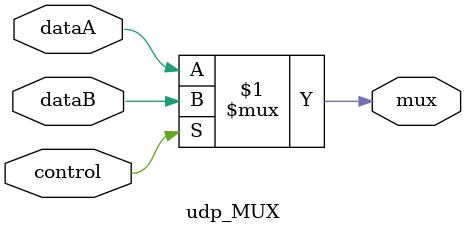
<source format=v>
`define FAST_FUNC

`timescale 1ps / 1ps
`celldefine
`ifdef verifault
    `suppress_faults
    `enable_portfaults
`endif
module TBAD2X1 ( N01, H01, H02 );
    input H01;
    input H02;
    output N01;

    buf ( _H01, H01 );
    buf ( _H02, H02 );
    and ( N01, _H01, _H02 );

`ifdef  FAST_FUNC
`else   
    specify
        specparam DMY_SPC=1;


        ( H01 => N01 ) = ( DMY_SPC, DMY_SPC );
        ( H02 => N01 ) = ( DMY_SPC, DMY_SPC );
    endspecify
`endif
endmodule
`ifdef verifault
    `nosuppress_faults
    `disable_portfaults
`endif
`endcelldefine
// VERSION:5.00 DATE:2009/07/16
`timescale 1ps / 1ps
`celldefine
`ifdef verifault
    `suppress_faults
    `enable_portfaults
`endif
module TBAD2X2 ( N01, H01, H02 );
    input H01;
    input H02;
    output N01;

    buf ( _H01, H01 );
    buf ( _H02, H02 );
    and ( N01, _H01, _H02 );

`ifdef  FAST_FUNC
`else   
    specify
        specparam DMY_SPC=1;


        ( H01 => N01 ) = ( DMY_SPC, DMY_SPC );
        ( H02 => N01 ) = ( DMY_SPC, DMY_SPC );
    endspecify
`endif
endmodule
`ifdef verifault
    `nosuppress_faults
    `disable_portfaults
`endif
`endcelldefine
// VERSION:5.00 DATE:2009/08/31
`timescale 1ps / 1ps
`celldefine
`ifdef verifault
    `suppress_faults
    `enable_portfaults
`endif
module TBAD2X3 ( N01, H01, H02 );
    input H01;
    input H02;
    output N01;

    buf ( _H01, H01 );
    buf ( _H02, H02 );
    and ( N01, _H01, _H02 );

`ifdef  FAST_FUNC
`else   
    specify
        specparam DMY_SPC=1;


        ( H01 => N01 ) = ( DMY_SPC, DMY_SPC );
        ( H02 => N01 ) = ( DMY_SPC, DMY_SPC );
    endspecify
`endif
endmodule
`ifdef verifault
    `nosuppress_faults
    `disable_portfaults
`endif
`endcelldefine
// VERSION:5.00 DATE:2009/07/16
`timescale 1ps / 1ps
`celldefine
`ifdef verifault
    `suppress_faults
    `enable_portfaults
`endif
module TBAD2X4 ( N01, H01, H02 );
    input H01;
    input H02;
    output N01;

    buf ( _H01, H01 );
    buf ( _H02, H02 );
    and ( N01, _H01, _H02 );

`ifdef  FAST_FUNC
`else   
    specify
        specparam DMY_SPC=1;


        ( H01 => N01 ) = ( DMY_SPC, DMY_SPC );
        ( H02 => N01 ) = ( DMY_SPC, DMY_SPC );
    endspecify
`endif
endmodule
`ifdef verifault
    `nosuppress_faults
    `disable_portfaults
`endif
`endcelldefine
// VERSION:5.00 DATE:2009/08/31
`timescale 1ps / 1ps
`celldefine
`ifdef verifault
    `suppress_faults
    `enable_portfaults
`endif
module TBAD2X6 ( N01, H01, H02 );
    input H01;
    input H02;
    output N01;

    buf ( _H01, H01 );
    buf ( _H02, H02 );
    and ( N01, _H01, _H02 );

`ifdef  FAST_FUNC
`else   
    specify
        specparam DMY_SPC=1;


        ( H01 => N01 ) = ( DMY_SPC, DMY_SPC );
        ( H02 => N01 ) = ( DMY_SPC, DMY_SPC );
    endspecify
`endif
endmodule
`ifdef verifault
    `nosuppress_faults
    `disable_portfaults
`endif
`endcelldefine
// VERSION:5.00 DATE:2009/07/16
`timescale 1ps / 1ps
`celldefine
`ifdef verifault
    `suppress_faults
    `enable_portfaults
`endif
module TBAD2X8 ( N01, H01, H02 );
    input H01;
    input H02;
    output N01;

    buf ( _H01, H01 );
    buf ( _H02, H02 );
    and ( N01, _H01, _H02 );

`ifdef  FAST_FUNC
`else   
    specify
        specparam DMY_SPC=1;


        ( H01 => N01 ) = ( DMY_SPC, DMY_SPC );
        ( H02 => N01 ) = ( DMY_SPC, DMY_SPC );
    endspecify
`endif
endmodule
`ifdef verifault
    `nosuppress_faults
    `disable_portfaults
`endif
`endcelldefine
// VERSION:5.00 DATE:2009/07/16
`timescale 1ps / 1ps
`celldefine
`ifdef verifault
    `suppress_faults
    `enable_portfaults
`endif
module TBAD2Y0 ( N01, H01, H02 );
    input H01;
    input H02;
    output N01;

    buf ( _H01, H01 );
    buf ( _H02, H02 );
    and ( N01, _H01, _H02 );

`ifdef  FAST_FUNC
`else   
    specify
        specparam DMY_SPC=1;


        ( H01 => N01 ) = ( DMY_SPC, DMY_SPC );
        ( H02 => N01 ) = ( DMY_SPC, DMY_SPC );
    endspecify
`endif
endmodule
`ifdef verifault
    `nosuppress_faults
    `disable_portfaults
`endif
`endcelldefine
// VERSION:5.00 DATE:2009/08/31
`timescale 1ps / 1ps
`celldefine
`ifdef verifault
    `suppress_faults
    `enable_portfaults
`endif
module TBAD2Y1 ( N01, H01, H02 );
    input H01;
    input H02;
    output N01;

    buf ( _H01, H01 );
    buf ( _H02, H02 );
    and ( N01, _H01, _H02 );

`ifdef  FAST_FUNC
`else   
    specify
        specparam DMY_SPC=1;


        ( H01 => N01 ) = ( DMY_SPC, DMY_SPC );
        ( H02 => N01 ) = ( DMY_SPC, DMY_SPC );
    endspecify
`endif
endmodule
`ifdef verifault
    `nosuppress_faults
    `disable_portfaults
`endif
`endcelldefine
// VERSION:5.00 DATE:2009/07/16
`timescale 1ps / 1ps
`celldefine
`ifdef verifault
    `suppress_faults
    `enable_portfaults
`endif
module TBAD3X1 ( N01, H01, H02, H03 );
    input H01;
    input H02;
    input H03;
    output N01;

    buf ( _H01, H01 );
    buf ( _H02, H02 );
    buf ( _H03, H03 );
    and ( N01, _H01, _H02, _H03 );

`ifdef  FAST_FUNC
`else
    specify
        specparam DMY_SPC=1;

        ( H01 => N01 ) = ( DMY_SPC, DMY_SPC );
        ( H02 => N01 ) = ( DMY_SPC, DMY_SPC );
        ( H03 => N01 ) = ( DMY_SPC, DMY_SPC );
    endspecify
`endif
endmodule
`ifdef verifault
    `nosuppress_faults
    `disable_portfaults
`endif
`endcelldefine
// VERSION:5.00 DATE:2009/07/16
`timescale 1ps / 1ps
`celldefine
`ifdef verifault
    `suppress_faults
    `enable_portfaults
`endif
module TBAD3X2 ( N01, H01, H02, H03 );
    input H01;
    input H02;
    input H03;
    output N01;

    buf ( _H01, H01 );
    buf ( _H02, H02 );
    buf ( _H03, H03 );
    and ( N01, _H01, _H02, _H03 );

`ifdef  FAST_FUNC
`else
    specify
        specparam DMY_SPC=1;

        ( H01 => N01 ) = ( DMY_SPC, DMY_SPC );
        ( H02 => N01 ) = ( DMY_SPC, DMY_SPC );
        ( H03 => N01 ) = ( DMY_SPC, DMY_SPC );
    endspecify
`endif
endmodule
`ifdef verifault
    `nosuppress_faults
    `disable_portfaults
`endif
`endcelldefine
// VERSION:5.00 DATE:2009/08/31
`timescale 1ps / 1ps
`celldefine
`ifdef verifault
    `suppress_faults
    `enable_portfaults
`endif
module TBAD3X3 ( N01, H01, H02, H03 );
    input H01;
    input H02;
    input H03;
    output N01;

    buf ( _H01, H01 );
    buf ( _H02, H02 );
    buf ( _H03, H03 );
    and ( N01, _H01, _H02, _H03 );

`ifdef  FAST_FUNC
`else
    specify
        specparam DMY_SPC=1;

        ( H01 => N01 ) = ( DMY_SPC, DMY_SPC );
        ( H02 => N01 ) = ( DMY_SPC, DMY_SPC );
        ( H03 => N01 ) = ( DMY_SPC, DMY_SPC );
    endspecify
`endif
endmodule
`ifdef verifault
    `nosuppress_faults
    `disable_portfaults
`endif
`endcelldefine
// VERSION:5.00 DATE:2009/07/16
`timescale 1ps / 1ps
`celldefine
`ifdef verifault
    `suppress_faults
    `enable_portfaults
`endif
module TBAD3X4 ( N01, H01, H02, H03 );
    input H01;
    input H02;
    input H03;
    output N01;

    buf ( _H01, H01 );
    buf ( _H02, H02 );
    buf ( _H03, H03 );
    and ( N01, _H01, _H02, _H03 );

`ifdef  FAST_FUNC
`else
    specify
        specparam DMY_SPC=1;

        ( H01 => N01 ) = ( DMY_SPC, DMY_SPC );
        ( H02 => N01 ) = ( DMY_SPC, DMY_SPC );
        ( H03 => N01 ) = ( DMY_SPC, DMY_SPC );
    endspecify
`endif
endmodule
`ifdef verifault
    `nosuppress_faults
    `disable_portfaults
`endif
`endcelldefine
// VERSION:5.00 DATE:2009/07/16
`timescale 1ps / 1ps
`celldefine
`ifdef verifault
    `suppress_faults
    `enable_portfaults
`endif
module TBAD4X1 ( N01, H01, H02, H03, H04 );
    input H01;
    input H02;
    input H03;
    input H04;
    output N01;

    buf ( _H01, H01 );
    buf ( _H02, H02 );
    buf ( _H03, H03 );
    buf ( _H04, H04 );
    and ( N01, _H01, _H02, _H03, _H04 );

`ifdef  FAST_FUNC
`else
    specify
        specparam DMY_SPC=1;

        ( H01 => N01 ) = ( DMY_SPC, DMY_SPC );
        ( H02 => N01 ) = ( DMY_SPC, DMY_SPC );
        ( H03 => N01 ) = ( DMY_SPC, DMY_SPC );
        ( H04 => N01 ) = ( DMY_SPC, DMY_SPC );
    endspecify
`endif
endmodule
`ifdef verifault
    `nosuppress_faults
    `disable_portfaults
`endif
`endcelldefine
// VERSION:5.00 DATE:2009/07/16
`timescale 1ps / 1ps
`celldefine
`ifdef verifault
    `suppress_faults
    `enable_portfaults
`endif
module TBAD4X2 ( N01, H01, H02, H03, H04 );
    input H01;
    input H02;
    input H03;
    input H04;
    output N01;

    buf ( _H01, H01 );
    buf ( _H02, H02 );
    buf ( _H03, H03 );
    buf ( _H04, H04 );
    and ( N01, _H01, _H02, _H03, _H04 );

`ifdef  FAST_FUNC
`else
    specify
        specparam DMY_SPC=1;

        ( H01 => N01 ) = ( DMY_SPC, DMY_SPC );
        ( H02 => N01 ) = ( DMY_SPC, DMY_SPC );
        ( H03 => N01 ) = ( DMY_SPC, DMY_SPC );
        ( H04 => N01 ) = ( DMY_SPC, DMY_SPC );
    endspecify
`endif
endmodule
`ifdef verifault
    `nosuppress_faults
    `disable_portfaults
`endif
`endcelldefine
// VERSION:5.00 DATE:2009/07/16
`timescale 1ps / 1ps
`celldefine
`ifdef verifault
    `suppress_faults
    `enable_portfaults
`endif

module TBADFAX1 ( N01 , N02 , H01 , H02 , H03 ) ;
 input H01 ;
 input H02 ;
 input H03 ;
 output N01 ;
 output N02 ;

  buf  	 ( _H01 , H01 ) ;
  buf  	 ( _H02 , H02 ) ;
  buf  	 ( _H03 , H03 ) ;
  xor  	 ( C2 , _H01 , _H02 ) ;
  xor  	 ( N01 , C2 , _H03 ) ;
  and  	 ( C4 , _H01 , _H02 ) ;
  and  	 ( C5 , _H01 , _H03 ) ;
  and  	 ( C6 , _H02 , _H03 ) ;
  or  	 ( N02 , C4 , C5 , C6 ) ;

`ifdef  FAST_FUNC
`else
 specify
        specparam DMY_SPC=1;

  ( H01 =>  N02 ) = ( DMY_SPC,
                      DMY_SPC );
  ( H02 =>  N02 ) = ( DMY_SPC,
                      DMY_SPC );
  ( H03 =>  N02 ) = ( DMY_SPC,
                      DMY_SPC );
      ( posedge H01 => (N01:H01) ) = ( DMY_SPC, DMY_SPC );
      ( negedge H01 => (N01:H01) ) = ( DMY_SPC, DMY_SPC );
      ( posedge H02 => (N01:H02) ) = ( DMY_SPC, DMY_SPC );
      ( negedge H02 => (N01:H02) ) = ( DMY_SPC, DMY_SPC );
      ( posedge H03 => (N01:H03) ) = ( DMY_SPC, DMY_SPC );
      ( negedge H03 => (N01:H03) ) = ( DMY_SPC, DMY_SPC );
 endspecify
`endif
endmodule
`ifdef verifault
    `nosuppress_faults
    `disable_portfaults
`endif
`endcelldefine
// VERSION:5.00 DATE:2009/07/16
`timescale 1ps / 1ps
`celldefine
`ifdef verifault
    `suppress_faults
    `enable_portfaults
`endif

module TBADFAX2 ( N01 , N02 , H01 , H02 , H03 ) ;
 input H01 ;
 input H02 ;
 input H03 ;
 output N01 ;
 output N02 ;

  buf  	 ( _H01 , H01 ) ;
  buf  	 ( _H02 , H02 ) ;
  buf  	 ( _H03 , H03 ) ;
  xor  	 ( C2 , _H01 , _H02 ) ;
  xor  	 ( N01 , C2 , _H03 ) ;
  and  	 ( C4 , _H01 , _H02 ) ;
  and  	 ( C5 , _H01 , _H03 ) ;
  and  	 ( C6 , _H02 , _H03 ) ;
  or  	 ( N02 , C4 , C5 , C6 ) ;

`ifdef  FAST_FUNC
`else
 specify
        specparam DMY_SPC=1;

  ( H01 =>  N02 ) = ( DMY_SPC,
                      DMY_SPC );
  ( H02 =>  N02 ) = ( DMY_SPC,
                      DMY_SPC );
  ( H03 =>  N02 ) = ( DMY_SPC,
                      DMY_SPC );
      ( posedge H01 => (N01:H01) ) = ( DMY_SPC, DMY_SPC );
      ( negedge H01 => (N01:H01) ) = ( DMY_SPC, DMY_SPC );
      ( posedge H02 => (N01:H02) ) = ( DMY_SPC, DMY_SPC );
      ( negedge H02 => (N01:H02) ) = ( DMY_SPC, DMY_SPC );
      ( posedge H03 => (N01:H03) ) = ( DMY_SPC, DMY_SPC );
      ( negedge H03 => (N01:H03) ) = ( DMY_SPC, DMY_SPC );
 endspecify
`endif
endmodule
`ifdef verifault
    `nosuppress_faults
    `disable_portfaults
`endif
`endcelldefine
// VERSION:5.00 DATE:2009/07/16
`timescale 1ps / 1ps
`celldefine
`ifdef verifault
    `suppress_faults
    `enable_portfaults
`endif

module TBADFAY0 ( N01 , N02 , H01 , H02 , H03 ) ;
 input H01 ;
 input H02 ;
 input H03 ;
 output N01 ;
 output N02 ;

  buf  	 ( _H01 , H01 ) ;
  buf  	 ( _H02 , H02 ) ;
  buf  	 ( _H03 , H03 ) ;
  xor  	 ( C2 , _H01 , _H02 ) ;
  xor  	 ( N01 , C2 , _H03 ) ;
  and  	 ( C4 , _H01 , _H02 ) ;
  and  	 ( C5 , _H01 , _H03 ) ;
  and  	 ( C6 , _H02 , _H03 ) ;
  or  	 ( N02 , C4 , C5 , C6 ) ;

`ifdef  FAST_FUNC
`else
 specify
        specparam DMY_SPC=1;

  ( H01 =>  N02 ) = ( DMY_SPC,
                      DMY_SPC );
  ( H02 =>  N02 ) = ( DMY_SPC,
                      DMY_SPC );
  ( H03 =>  N02 ) = ( DMY_SPC,
                      DMY_SPC );
      ( posedge H01 => (N01:H01) ) = ( DMY_SPC, DMY_SPC );
      ( negedge H01 => (N01:H01) ) = ( DMY_SPC, DMY_SPC );
      ( posedge H02 => (N01:H02) ) = ( DMY_SPC, DMY_SPC );
      ( negedge H02 => (N01:H02) ) = ( DMY_SPC, DMY_SPC );
      ( posedge H03 => (N01:H03) ) = ( DMY_SPC, DMY_SPC );
      ( negedge H03 => (N01:H03) ) = ( DMY_SPC, DMY_SPC );
 endspecify
`endif
endmodule
`ifdef verifault
    `nosuppress_faults
    `disable_portfaults
`endif
`endcelldefine
// VERSION:5.00 DATE:2009/08/31
`timescale 1ps / 1ps
`celldefine
`ifdef verifault
    `suppress_faults
    `enable_portfaults
`endif

module TBADFAY1 ( N01 , N02 , H01 , H02 , H03 ) ;
 input H01 ;
 input H02 ;
 input H03 ;
 output N01 ;
 output N02 ;

  buf  	 ( _H01 , H01 ) ;
  buf  	 ( _H02 , H02 ) ;
  buf  	 ( _H03 , H03 ) ;
  xor  	 ( C2 , _H01 , _H02 ) ;
  xor  	 ( N01 , C2 , _H03 ) ;
  and  	 ( C4 , _H01 , _H02 ) ;
  and  	 ( C5 , _H01 , _H03 ) ;
  and  	 ( C6 , _H02 , _H03 ) ;
  or  	 ( N02 , C4 , C5 , C6 ) ;

`ifdef  FAST_FUNC
`else
 specify
        specparam DMY_SPC=1;

  ( H01 =>  N02 ) = ( DMY_SPC,
                      DMY_SPC );
  ( H02 =>  N02 ) = ( DMY_SPC,
                      DMY_SPC );
  ( H03 =>  N02 ) = ( DMY_SPC,
                      DMY_SPC );
      ( posedge H01 => (N01:H01) ) = ( DMY_SPC, DMY_SPC );
      ( negedge H01 => (N01:H01) ) = ( DMY_SPC, DMY_SPC );
      ( posedge H02 => (N01:H02) ) = ( DMY_SPC, DMY_SPC );
      ( negedge H02 => (N01:H02) ) = ( DMY_SPC, DMY_SPC );
      ( posedge H03 => (N01:H03) ) = ( DMY_SPC, DMY_SPC );
      ( negedge H03 => (N01:H03) ) = ( DMY_SPC, DMY_SPC );
 endspecify
`endif
endmodule
`ifdef verifault
    `nosuppress_faults
    `disable_portfaults
`endif
`endcelldefine
// VERSION:5.00 DATE:2009/07/16
`timescale 1ps / 1ps
`celldefine
`ifdef verifault
    `suppress_faults
    `enable_portfaults
`endif

module TBADHAX1 ( N01 , N02 , H01 , H02 ) ;
 input H01 ;
 input H02 ;
 output N01 ;
 output N02 ;

  buf  	 ( _H01 , H01 ) ;
  buf  	 ( _H02 , H02 ) ;
  xor  	 ( N01 , _H01 , _H02 ) ;
  and  	 ( N02 , _H01 , _H02 ) ;

`ifdef  FAST_FUNC
`else
 specify
        specparam DMY_SPC=1;

  ( H01 =>  N02 ) = ( DMY_SPC,
                      DMY_SPC );
  ( H02 =>  N02 ) = ( DMY_SPC,
                      DMY_SPC );
      ( posedge H01 => (N01:H01) ) = ( DMY_SPC, DMY_SPC );
      ( negedge H01 => (N01:H01) ) = ( DMY_SPC, DMY_SPC );
      ( posedge H02 => (N01:H02) ) = ( DMY_SPC, DMY_SPC );
      ( negedge H02 => (N01:H02) ) = ( DMY_SPC, DMY_SPC );
 endspecify
`endif
endmodule
`ifdef verifault
    `nosuppress_faults
    `disable_portfaults
`endif
`endcelldefine
// VERSION:5.00 DATE:2009/07/16
`timescale 1ps / 1ps
`celldefine
`ifdef verifault
    `suppress_faults
    `enable_portfaults
`endif
module TBAN112X1 ( N01, H01, H02, H03, H04 );
    input H01;
    input H02;
    input H03;
    input H04;
    output N01;

    buf ( _H01, H01 );
    buf ( _H02, H02 );
    buf ( _H03, H03 );
    buf ( _H04, H04 );
    and ( _G001, _H03, _H04 );
    nor ( N01, _H01, _H02, _G001 );

`ifdef  FAST_FUNC
`else
    specify
        specparam DMY_SPC=1;

        ( H01 => N01 ) = ( DMY_SPC, DMY_SPC );
        ( H02 => N01 ) = ( DMY_SPC, DMY_SPC );
        ( H03 => N01 ) = ( DMY_SPC, DMY_SPC );
        ( H04 => N01 ) = ( DMY_SPC, DMY_SPC );
    endspecify
`endif
endmodule
`ifdef verifault
    `nosuppress_faults
    `disable_portfaults
`endif
`endcelldefine
// VERSION:5.00 DATE:2009/07/16
`timescale 1ps / 1ps
`celldefine
`ifdef verifault
    `suppress_faults
    `enable_portfaults
`endif
// generated by sldtoveri Version 1.3.4
// Tue Nov  7 20:29:49 1995

module TBAN122X0 ( N01 , H01 , H02 , H03 , H04 , H05 ) ;
 input H01 ;
 input H02 ;
 input H03 ;
 input H04 ;
 input H05 ;
 output N01 ;

  buf  	 ( _H01 , H01 ) ;
  buf  	 ( _H02 , H02 ) ;
  buf  	 ( _H03 , H03 ) ;
  buf  	 ( _H04 , H04 ) ;
  buf  	 ( _H05 , H05 ) ;
  and  	 ( C3 , _H02 , _H03 ) ;
  and  	 ( C4 , _H04 , _H05 ) ;
  or  	 ( C2 , _H01 , C3 , C4 ) ;
  not  	 ( N01 , C2 ) ;

`ifdef  FAST_FUNC
`else
 specify
        specparam DMY_SPC=1;

// path from H01 to N01
  ( H01 =>  N01 ) = ( DMY_SPC,
                      DMY_SPC );
// path from H02 to N01
  ( H02 =>  N01 ) = ( DMY_SPC,
                      DMY_SPC );
// path from H03 to N01
  ( H03 =>  N01 ) = ( DMY_SPC,
                      DMY_SPC );
// path from H04 to N01
  ( H04 =>  N01 ) = ( DMY_SPC,
                      DMY_SPC );
// path from H05 to N01
  ( H05 =>  N01 ) = ( DMY_SPC,
                      DMY_SPC );
 endspecify
`endif
endmodule
`ifdef verifault
    `nosuppress_faults
    `disable_portfaults
`endif
`endcelldefine
// VERSION:5.00 DATE:2009/07/16
`timescale 1ps / 1ps
`celldefine
`ifdef verifault
    `suppress_faults
    `enable_portfaults
`endif
// generated by sldtoveri Version 1.3.4
// Tue Nov  7 20:29:49 1995

module TBAN122X1 ( N01 , H01 , H02 , H03 , H04 , H05 ) ;
 input H01 ;
 input H02 ;
 input H03 ;
 input H04 ;
 input H05 ;
 output N01 ;

  buf  	 ( _H01 , H01 ) ;
  buf  	 ( _H02 , H02 ) ;
  buf  	 ( _H03 , H03 ) ;
  buf  	 ( _H04 , H04 ) ;
  buf  	 ( _H05 , H05 ) ;
  and  	 ( C3 , _H02 , _H03 ) ;
  and  	 ( C4 , _H04 , _H05 ) ;
  or  	 ( C2 , _H01 , C3 , C4 ) ;
  not  	 ( N01 , C2 ) ;

`ifdef  FAST_FUNC
`else
 specify
        specparam DMY_SPC=1;

// path from H01 to N01
  ( H01 =>  N01 ) = ( DMY_SPC,
                      DMY_SPC );
// path from H02 to N01
  ( H02 =>  N01 ) = ( DMY_SPC,
                      DMY_SPC );
// path from H03 to N01
  ( H03 =>  N01 ) = ( DMY_SPC,
                      DMY_SPC );
// path from H04 to N01
  ( H04 =>  N01 ) = ( DMY_SPC,
                      DMY_SPC );
// path from H05 to N01
  ( H05 =>  N01 ) = ( DMY_SPC,
                      DMY_SPC );
 endspecify
`endif
endmodule
`ifdef verifault
    `nosuppress_faults
    `disable_portfaults
`endif
`endcelldefine
// VERSION:5.00 DATE:2009/07/16
`timescale 1ps / 1ps
`celldefine
`ifdef verifault
    `suppress_faults
    `enable_portfaults
`endif
// generated by sldtoveri Version 1.3.4
// Tue Nov  7 20:29:49 1995

module TBAN122Y0 ( N01 , H01 , H02 , H03 , H04 , H05 ) ;
 input H01 ;
 input H02 ;
 input H03 ;
 input H04 ;
 input H05 ;
 output N01 ;

  buf  	 ( _H01 , H01 ) ;
  buf  	 ( _H02 , H02 ) ;
  buf  	 ( _H03 , H03 ) ;
  buf  	 ( _H04 , H04 ) ;
  buf  	 ( _H05 , H05 ) ;
  and  	 ( C3 , _H02 , _H03 ) ;
  and  	 ( C4 , _H04 , _H05 ) ;
  or  	 ( C2 , _H01 , C3 , C4 ) ;
  not  	 ( N01 , C2 ) ;

`ifdef  FAST_FUNC
`else
 specify
        specparam DMY_SPC=1;

// path from H01 to N01
  ( H01 =>  N01 ) = ( DMY_SPC,
                      DMY_SPC );
// path from H02 to N01
  ( H02 =>  N01 ) = ( DMY_SPC,
                      DMY_SPC );
// path from H03 to N01
  ( H03 =>  N01 ) = ( DMY_SPC,
                      DMY_SPC );
// path from H04 to N01
  ( H04 =>  N01 ) = ( DMY_SPC,
                      DMY_SPC );
// path from H05 to N01
  ( H05 =>  N01 ) = ( DMY_SPC,
                      DMY_SPC );
 endspecify
`endif
endmodule
`ifdef verifault
    `nosuppress_faults
    `disable_portfaults
`endif
`endcelldefine
// VERSION:5.00 DATE:2009/07/16
`timescale 1ps / 1ps
`celldefine
`ifdef verifault
    `suppress_faults
    `enable_portfaults
`endif
// generated by sldtoveri Version 1.3.4
// Mon Jun 19 20:12:24 1995

module TBAN12BBX1 ( N01 , H01 , H02 , H03 ) ;
 input H01 ;
 input H02 ;
 input H03 ;
 output N01 ;

  buf  	 ( _H01 , H01 ) ;
  buf  	 ( _H02 , H02 ) ;
  buf  	 ( _H03 , H03 ) ;
  not  	 ( C4 , _H02 ) ;
  not  	 ( C5 , _H03 ) ;
  and  	 ( C3 , C4 , C5 ) ;
  or  	 ( C2 , _H01 , C3 ) ;
  not  	 ( N01 , C2 ) ;

`ifdef  FAST_FUNC
`else
 specify
        specparam DMY_SPC=1;

// path from H01 to N01
  ( H01 =>  N01 ) = ( DMY_SPC,
                      DMY_SPC );
// path from H02 to N01
  ( H02 =>  N01 ) = ( DMY_SPC,
                      DMY_SPC );
// path from H03 to N01
  ( H03 =>  N01 ) = ( DMY_SPC,
                      DMY_SPC );
 endspecify
`endif
endmodule
`ifdef verifault
    `nosuppress_faults
    `disable_portfaults
`endif
`endcelldefine
// VERSION:5.00 DATE:2009/07/16
`timescale 1ps / 1ps
`celldefine
`ifdef verifault
    `suppress_faults
    `enable_portfaults
`endif
// generated by sldtoveri Version 1.3.4
// Mon Jun 19 20:12:24 1995

module TBAN12BBX2 ( N01 , H01 , H02 , H03 ) ;
 input H01 ;
 input H02 ;
 input H03 ;
 output N01 ;

  buf  	 ( _H01 , H01 ) ;
  buf  	 ( _H02 , H02 ) ;
  buf  	 ( _H03 , H03 ) ;
  not  	 ( C4 , _H02 ) ;
  not  	 ( C5 , _H03 ) ;
  and  	 ( C3 , C4 , C5 ) ;
  or  	 ( C2 , _H01 , C3 ) ;
  not  	 ( N01 , C2 ) ;

`ifdef  FAST_FUNC
`else
 specify
        specparam DMY_SPC=1;

// path from H01 to N01
  ( H01 =>  N01 ) = ( DMY_SPC,
                      DMY_SPC );
// path from H02 to N01
  ( H02 =>  N01 ) = ( DMY_SPC,
                      DMY_SPC );
// path from H03 to N01
  ( H03 =>  N01 ) = ( DMY_SPC,
                      DMY_SPC );
 endspecify
`endif
endmodule
`ifdef verifault
    `nosuppress_faults
    `disable_portfaults
`endif
`endcelldefine
// VERSION:5.00 DATE:2009/07/16
`timescale 1ps / 1ps
`celldefine
`ifdef verifault
    `suppress_faults
    `enable_portfaults
`endif
// generated by sldtoveri Version 1.3.4
// Mon Jun 19 20:12:15 1995

module TBAN12BX1 ( N01 , H01 , H02 , H03 ) ;
 input H01 ;
 input H02 ;
 input H03 ;
 output N01 ;

  buf  	 ( _H01 , H01 ) ;
  buf  	 ( _H02 , H02 ) ;
  buf  	 ( _H03 , H03 ) ;
  not  	 ( C4 , _H02 ) ;
  and  	 ( C3 , C4 , _H03 ) ;
  or  	 ( C2 , _H01 , C3 ) ;
  not  	 ( N01 , C2 ) ;

`ifdef  FAST_FUNC
`else
 specify
        specparam DMY_SPC=1;

// path from H01 to N01
  ( H01 =>  N01 ) = ( DMY_SPC,
                      DMY_SPC );
// path from H02 to N01
  ( H02 =>  N01 ) = ( DMY_SPC,
                      DMY_SPC );
// path from H03 to N01
  ( H03 =>  N01 ) = ( DMY_SPC,
                      DMY_SPC );
 endspecify
`endif
endmodule
`ifdef verifault
    `nosuppress_faults
    `disable_portfaults
`endif
`endcelldefine
// VERSION:5.00 DATE:2009/07/16
`timescale 1ps / 1ps
`celldefine
`ifdef verifault
    `suppress_faults
    `enable_portfaults
`endif
// generated by sldtoveri Version 1.3.4
// Mon Jun 19 20:12:15 1995

module TBAN12BX2 ( N01 , H01 , H02 , H03 ) ;
 input H01 ;
 input H02 ;
 input H03 ;
 output N01 ;

  buf  	 ( _H01 , H01 ) ;
  buf  	 ( _H02 , H02 ) ;
  buf  	 ( _H03 , H03 ) ;
  not  	 ( C4 , _H02 ) ;
  and  	 ( C3 , C4 , _H03 ) ;
  or  	 ( C2 , _H01 , C3 ) ;
  not  	 ( N01 , C2 ) ;

`ifdef  FAST_FUNC
`else
 specify
        specparam DMY_SPC=1;

// path from H01 to N01
  ( H01 =>  N01 ) = ( DMY_SPC,
                      DMY_SPC );
// path from H02 to N01
  ( H02 =>  N01 ) = ( DMY_SPC,
                      DMY_SPC );
// path from H03 to N01
  ( H03 =>  N01 ) = ( DMY_SPC,
                      DMY_SPC );
 endspecify
`endif
endmodule
`ifdef verifault
    `nosuppress_faults
    `disable_portfaults
`endif
`endcelldefine
// VERSION:5.00 DATE:2009/07/16
`timescale 1ps / 1ps
`celldefine
`ifdef verifault
    `suppress_faults
    `enable_portfaults
`endif
module TBAN12X0 ( N01, H01, H02, H03 );
    input H01;
    input H02;
    input H03;
    output N01;

    buf ( _H01, H01 );
    buf ( _H02, H02 );
    buf ( _H03, H03 );
    and ( _G001, _H02, _H03 );
    nor ( N01, _H01, _G001 );

`ifdef  FAST_FUNC
`else
    specify
        specparam DMY_SPC=1;

        ( H01 => N01 ) = ( DMY_SPC, DMY_SPC );
        ( H02 => N01 ) = ( DMY_SPC, DMY_SPC );
        ( H03 => N01 ) = ( DMY_SPC, DMY_SPC );
    endspecify
`endif
endmodule
`ifdef verifault
    `nosuppress_faults
    `disable_portfaults
`endif
`endcelldefine
// VERSION:5.00 DATE:2009/07/16
`timescale 1ps / 1ps
`celldefine
`ifdef verifault
    `suppress_faults
    `enable_portfaults
`endif
module TBAN12X1 ( N01, H01, H02, H03 );
    input H01;
    input H02;
    input H03;
    output N01;

    buf ( _H01, H01 );
    buf ( _H02, H02 );
    buf ( _H03, H03 );
    and ( _G001, _H02, _H03 );
    nor ( N01, _H01, _G001 );

`ifdef  FAST_FUNC
`else
    specify
        specparam DMY_SPC=1;

        ( H01 => N01 ) = ( DMY_SPC, DMY_SPC );
        ( H02 => N01 ) = ( DMY_SPC, DMY_SPC );
        ( H03 => N01 ) = ( DMY_SPC, DMY_SPC );
    endspecify
`endif
endmodule
`ifdef verifault
    `nosuppress_faults
    `disable_portfaults
`endif
`endcelldefine
// VERSION:5.00 DATE:2009/07/16
`timescale 1ps / 1ps
`celldefine
`ifdef verifault
    `suppress_faults
    `enable_portfaults
`endif
module TBAN12X2 ( N01, H01, H02, H03 );
    input H01;
    input H02;
    input H03;
    output N01;

    buf ( _H01, H01 );
    buf ( _H02, H02 );
    buf ( _H03, H03 );
    and ( _G001, _H02, _H03 );
    nor ( N01, _H01, _G001 );

`ifdef  FAST_FUNC
`else
    specify
        specparam DMY_SPC=1;

        ( H01 => N01 ) = ( DMY_SPC, DMY_SPC );
        ( H02 => N01 ) = ( DMY_SPC, DMY_SPC );
        ( H03 => N01 ) = ( DMY_SPC, DMY_SPC );
    endspecify
`endif
endmodule
`ifdef verifault
    `nosuppress_faults
    `disable_portfaults
`endif
`endcelldefine
// VERSION:5.00 DATE:2009/08/31
`timescale 1ps / 1ps
`celldefine
`ifdef verifault
    `suppress_faults
    `enable_portfaults
`endif
module TBAN12X3 ( N01, H01, H02, H03 );
    input H01;
    input H02;
    input H03;
    output N01;

    buf ( _H01, H01 );
    buf ( _H02, H02 );
    buf ( _H03, H03 );
    and ( _G001, _H02, _H03 );
    nor ( N01, _H01, _G001 );

`ifdef  FAST_FUNC
`else
    specify
        specparam DMY_SPC=1;

        ( H01 => N01 ) = ( DMY_SPC, DMY_SPC );
        ( H02 => N01 ) = ( DMY_SPC, DMY_SPC );
        ( H03 => N01 ) = ( DMY_SPC, DMY_SPC );
    endspecify
`endif
endmodule
`ifdef verifault
    `nosuppress_faults
    `disable_portfaults
`endif
`endcelldefine
// VERSION:5.00 DATE:2009/07/16
`timescale 1ps / 1ps
`celldefine
`ifdef verifault
    `suppress_faults
    `enable_portfaults
`endif
module TBAN12X4 ( N01, H01, H02, H03 );
    input H01;
    input H02;
    input H03;
    output N01;

    buf ( _H01, H01 );
    buf ( _H02, H02 );
    buf ( _H03, H03 );
    and ( _G001, _H02, _H03 );
    nor ( N01, _H01, _G001 );

`ifdef  FAST_FUNC
`else
    specify
        specparam DMY_SPC=1;

        ( H01 => N01 ) = ( DMY_SPC, DMY_SPC );
        ( H02 => N01 ) = ( DMY_SPC, DMY_SPC );
        ( H03 => N01 ) = ( DMY_SPC, DMY_SPC );
    endspecify
`endif
endmodule
`ifdef verifault
    `nosuppress_faults
    `disable_portfaults
`endif
`endcelldefine
// VERSION:5.00 DATE:2009/07/16
`timescale 1ps / 1ps
`celldefine
`ifdef verifault
    `suppress_faults
    `enable_portfaults
`endif
module TBAN12Y0 ( N01, H01, H02, H03 );
    input H01;
    input H02;
    input H03;
    output N01;

    buf ( _H01, H01 );
    buf ( _H02, H02 );
    buf ( _H03, H03 );
    and ( _G001, _H02, _H03 );
    nor ( N01, _H01, _G001 );

`ifdef  FAST_FUNC
`else
    specify
        specparam DMY_SPC=1;

        ( H01 => N01 ) = ( DMY_SPC, DMY_SPC );
        ( H02 => N01 ) = ( DMY_SPC, DMY_SPC );
        ( H03 => N01 ) = ( DMY_SPC, DMY_SPC );
    endspecify
`endif
endmodule
`ifdef verifault
    `nosuppress_faults
    `disable_portfaults
`endif
`endcelldefine
// VERSION:5.00 DATE:2009/07/16
`timescale 1ps / 1ps
`celldefine
`ifdef verifault
    `suppress_faults
    `enable_portfaults
`endif
module TBAN13X0 ( N01, H01, H02, H03, H04 );
    input H01;
    input H02;
    input H03;
    input H04;
    output N01;

    buf ( _H01, H01 );
    buf ( _H02, H02 );
    buf ( _H03, H03 );
    buf ( _H04, H04 );
    and ( _G001, _H02, _H03, _H04 );
    nor ( N01, _H01, _G001 );

`ifdef  FAST_FUNC
`else
    specify
        specparam DMY_SPC=1;

        ( H01 => N01 ) = ( DMY_SPC, DMY_SPC );
        ( H02 => N01 ) = ( DMY_SPC, DMY_SPC );
        ( H03 => N01 ) = ( DMY_SPC, DMY_SPC );
        ( H04 => N01 ) = ( DMY_SPC, DMY_SPC );
    endspecify
`endif
endmodule
`ifdef verifault
    `nosuppress_faults
    `disable_portfaults
`endif
`endcelldefine
// VERSION:5.00 DATE:2009/07/16
`timescale 1ps / 1ps
`celldefine
`ifdef verifault
    `suppress_faults
    `enable_portfaults
`endif
module TBAN13X1 ( N01, H01, H02, H03, H04 );
    input H01;
    input H02;
    input H03;
    input H04;
    output N01;

    buf ( _H01, H01 );
    buf ( _H02, H02 );
    buf ( _H03, H03 );
    buf ( _H04, H04 );
    and ( _G001, _H02, _H03, _H04 );
    nor ( N01, _H01, _G001 );

`ifdef  FAST_FUNC
`else
    specify
        specparam DMY_SPC=1;

        ( H01 => N01 ) = ( DMY_SPC, DMY_SPC );
        ( H02 => N01 ) = ( DMY_SPC, DMY_SPC );
        ( H03 => N01 ) = ( DMY_SPC, DMY_SPC );
        ( H04 => N01 ) = ( DMY_SPC, DMY_SPC );
    endspecify
`endif
endmodule
`ifdef verifault
    `nosuppress_faults
    `disable_portfaults
`endif
`endcelldefine
// VERSION:5.00 DATE:2009/07/16
`timescale 1ps / 1ps
`celldefine
`ifdef verifault
    `suppress_faults
    `enable_portfaults
`endif
module TBAN13X2 ( N01, H01, H02, H03, H04 );
    input H01;
    input H02;
    input H03;
    input H04;
    output N01;

    buf ( _H01, H01 );
    buf ( _H02, H02 );
    buf ( _H03, H03 );
    buf ( _H04, H04 );
    and ( _G001, _H02, _H03, _H04 );
    nor ( N01, _H01, _G001 );

`ifdef  FAST_FUNC
`else
    specify
        specparam DMY_SPC=1;

        ( H01 => N01 ) = ( DMY_SPC, DMY_SPC );
        ( H02 => N01 ) = ( DMY_SPC, DMY_SPC );
        ( H03 => N01 ) = ( DMY_SPC, DMY_SPC );
        ( H04 => N01 ) = ( DMY_SPC, DMY_SPC );
    endspecify
`endif
endmodule
`ifdef verifault
    `nosuppress_faults
    `disable_portfaults
`endif
`endcelldefine
// VERSION:5.00 DATE:2009/07/16
`timescale 1ps / 1ps
`celldefine
`ifdef verifault
    `suppress_faults
    `enable_portfaults
`endif
module TBAN13Y0 ( N01, H01, H02, H03, H04 );
    input H01;
    input H02;
    input H03;
    input H04;
    output N01;

    buf ( _H01, H01 );
    buf ( _H02, H02 );
    buf ( _H03, H03 );
    buf ( _H04, H04 );
    and ( _G001, _H02, _H03, _H04 );
    nor ( N01, _H01, _G001 );

`ifdef  FAST_FUNC
`else
    specify
        specparam DMY_SPC=1;

        ( H01 => N01 ) = ( DMY_SPC, DMY_SPC );
        ( H02 => N01 ) = ( DMY_SPC, DMY_SPC );
        ( H03 => N01 ) = ( DMY_SPC, DMY_SPC );
        ( H04 => N01 ) = ( DMY_SPC, DMY_SPC );
    endspecify
`endif
endmodule
`ifdef verifault
    `nosuppress_faults
    `disable_portfaults
`endif
`endcelldefine
// VERSION:5.00 DATE:2009/07/16
`timescale 1ps / 1ps
`celldefine
`ifdef verifault
    `suppress_faults
    `enable_portfaults
`endif
// generated by sldtoveri Version 1.3.4
// Mon Jun 19 20:11:52 1995

module TBAN1B2BX1 ( N01 , H01 , H02 , H03 ) ;
 input H01 ;
 input H02 ;
 input H03 ;
 output N01 ;

  buf  	 ( _H01 , H01 ) ;
  buf  	 ( _H02 , H02 ) ;
  buf  	 ( _H03 , H03 ) ;
  not  	 ( C3 , _H01 ) ;
  not  	 ( C5 , _H02 ) ;
  and  	 ( C4 , C5 , _H03 ) ;
  or  	 ( C2 , C3 , C4 ) ;
  not  	 ( N01 , C2 ) ;

`ifdef  FAST_FUNC
`else
 specify
        specparam DMY_SPC=1;

// path from H01 to N01
  ( H01 =>  N01 ) = ( DMY_SPC,
                      DMY_SPC );
// path from H02 to N01
  ( H02 =>  N01 ) = ( DMY_SPC,
                      DMY_SPC );
// path from H03 to N01
  ( H03 =>  N01 ) = ( DMY_SPC,
                      DMY_SPC );
 endspecify
`endif
endmodule
`ifdef verifault
    `nosuppress_faults
    `disable_portfaults
`endif
`endcelldefine
// VERSION:5.00 DATE:2009/07/16
`timescale 1ps / 1ps
`celldefine
`ifdef verifault
    `suppress_faults
    `enable_portfaults
`endif
// generated by sldtoveri Version 1.3.4
// Mon Jun 19 20:11:44 1995

module TBAN1B2X1 ( N01 , H01 , H02 , H03 ) ;
 input H01 ;
 input H02 ;
 input H03 ;
 output N01 ;

  buf  	 ( _H01 , H01 ) ;
  buf  	 ( _H02 , H02 ) ;
  buf  	 ( _H03 , H03 ) ;
  not  	 ( C3 , _H01 ) ;
  and  	 ( C4 , _H02 , _H03 ) ;
  or  	 ( C2 , C3 , C4 ) ;
  not  	 ( N01 , C2 ) ;

`ifdef  FAST_FUNC
`else
 specify
        specparam DMY_SPC=1;

// path from H01 to N01
  ( H01 =>  N01 ) = ( DMY_SPC,
                      DMY_SPC );
// path from H02 to N01
  ( H02 =>  N01 ) = ( DMY_SPC,
                      DMY_SPC );
// path from H03 to N01
  ( H03 =>  N01 ) = ( DMY_SPC,
                      DMY_SPC );
 endspecify
`endif 
endmodule
`ifdef verifault
    `nosuppress_faults
    `disable_portfaults
`endif
`endcelldefine
// VERSION:5.00 DATE:2009/07/16
`timescale 1ps / 1ps
`celldefine
`ifdef verifault
    `suppress_faults
    `enable_portfaults
`endif
// generated by sldtoveri Version 1.3.4
// Mon Jun 19 20:11:44 1995

module TBAN1B2X2 ( N01 , H01 , H02 , H03 ) ;
 input H01 ;
 input H02 ;
 input H03 ;
 output N01 ;

  buf  	 ( _H01 , H01 ) ;
  buf  	 ( _H02 , H02 ) ;
  buf  	 ( _H03 , H03 ) ;
  not  	 ( C3 , _H01 ) ;
  and  	 ( C4 , _H02 , _H03 ) ;
  or  	 ( C2 , C3 , C4 ) ;
  not  	 ( N01 , C2 ) ;

`ifdef  FAST_FUNC
`else
 specify
        specparam DMY_SPC=1;

// path from H01 to N01
  ( H01 =>  N01 ) = ( DMY_SPC,
                      DMY_SPC );
// path from H02 to N01
  ( H02 =>  N01 ) = ( DMY_SPC,
                      DMY_SPC );
// path from H03 to N01
  ( H03 =>  N01 ) = ( DMY_SPC,
                      DMY_SPC );
 endspecify
`endif 
endmodule
`ifdef verifault
    `nosuppress_faults
    `disable_portfaults
`endif
`endcelldefine
// VERSION:5.00 DATE:2009/07/16
`timescale 1ps / 1ps
`celldefine
`ifdef verifault
    `suppress_faults
    `enable_portfaults
`endif
module TBAN222X0 ( N01, H01, H02, H03, H04, H05, H06 );
    input H01;
    input H02;
    input H03;
    input H04;
    input H05;
    input H06;
    output N01;

    buf ( _H01, H01 );
    buf ( _H02, H02 );
    buf ( _H03, H03 );
    buf ( _H04, H04 );
    buf ( _H05, H05 );
    buf ( _H06, H06 );
    and ( _G001, _H01, _H02 );
    and ( _G002, _H03, _H04 );
    and ( _G003, _H05, _H06 );
    nor ( N01, _G001, _G002, _G003 );

`ifdef  FAST_FUNC
`else
    specify
        specparam DMY_SPC=1;

        ( H01 => N01 ) = ( DMY_SPC, DMY_SPC );
        ( H02 => N01 ) = ( DMY_SPC, DMY_SPC );
        ( H03 => N01 ) = ( DMY_SPC, DMY_SPC );
        ( H04 => N01 ) = ( DMY_SPC, DMY_SPC );
        ( H05 => N01 ) = ( DMY_SPC, DMY_SPC );
        ( H06 => N01 ) = ( DMY_SPC, DMY_SPC );
    endspecify
`endif    
endmodule
`ifdef verifault
    `nosuppress_faults
    `disable_portfaults
`endif
`endcelldefine
// VERSION:5.00 DATE:2009/07/16
`timescale 1ps / 1ps
`celldefine
`ifdef verifault
    `suppress_faults
    `enable_portfaults
`endif
module TBAN222X1 ( N01, H01, H02, H03, H04, H05, H06 );
    input H01;
    input H02;
    input H03;
    input H04;
    input H05;
    input H06;
    output N01;

    buf ( _H01, H01 );
    buf ( _H02, H02 );
    buf ( _H03, H03 );
    buf ( _H04, H04 );
    buf ( _H05, H05 );
    buf ( _H06, H06 );
    and ( _G001, _H01, _H02 );
    and ( _G002, _H03, _H04 );
    and ( _G003, _H05, _H06 );
    nor ( N01, _G001, _G002, _G003 );

`ifdef  FAST_FUNC
`else
    specify
        specparam DMY_SPC=1;

        ( H01 => N01 ) = ( DMY_SPC, DMY_SPC );
        ( H02 => N01 ) = ( DMY_SPC, DMY_SPC );
        ( H03 => N01 ) = ( DMY_SPC, DMY_SPC );
        ( H04 => N01 ) = ( DMY_SPC, DMY_SPC );
        ( H05 => N01 ) = ( DMY_SPC, DMY_SPC );
        ( H06 => N01 ) = ( DMY_SPC, DMY_SPC );
    endspecify
`endif    
endmodule
`ifdef verifault
    `nosuppress_faults
    `disable_portfaults
`endif
`endcelldefine
// VERSION:5.00 DATE:2009/07/16
`timescale 1ps / 1ps
`celldefine
`ifdef verifault
    `suppress_faults
    `enable_portfaults
`endif
module TBAN222X2 ( N01, H01, H02, H03, H04, H05, H06 );
    input H01;
    input H02;
    input H03;
    input H04;
    input H05;
    input H06;
    output N01;

    buf ( _H01, H01 );
    buf ( _H02, H02 );
    buf ( _H03, H03 );
    buf ( _H04, H04 );
    buf ( _H05, H05 );
    buf ( _H06, H06 );
    and ( _G001, _H01, _H02 );
    and ( _G002, _H03, _H04 );
    and ( _G003, _H05, _H06 );
    nor ( N01, _G001, _G002, _G003 );

`ifdef  FAST_FUNC
`else
    specify
        specparam DMY_SPC=1;

        ( H01 => N01 ) = ( DMY_SPC, DMY_SPC );
        ( H02 => N01 ) = ( DMY_SPC, DMY_SPC );
        ( H03 => N01 ) = ( DMY_SPC, DMY_SPC );
        ( H04 => N01 ) = ( DMY_SPC, DMY_SPC );
        ( H05 => N01 ) = ( DMY_SPC, DMY_SPC );
        ( H06 => N01 ) = ( DMY_SPC, DMY_SPC );
    endspecify
`endif    
endmodule
`ifdef verifault
    `nosuppress_faults
    `disable_portfaults
`endif
`endcelldefine
// VERSION:5.00 DATE:2009/07/16
`timescale 1ps / 1ps
`celldefine
`ifdef verifault
    `suppress_faults
    `enable_portfaults
`endif
module TBAN222Y0 ( N01, H01, H02, H03, H04, H05, H06 );
    input H01;
    input H02;
    input H03;
    input H04;
    input H05;
    input H06;
    output N01;

    buf ( _H01, H01 );
    buf ( _H02, H02 );
    buf ( _H03, H03 );
    buf ( _H04, H04 );
    buf ( _H05, H05 );
    buf ( _H06, H06 );
    and ( _G001, _H01, _H02 );
    and ( _G002, _H03, _H04 );
    and ( _G003, _H05, _H06 );
    nor ( N01, _G001, _G002, _G003 );

`ifdef  FAST_FUNC
`else
    specify
        specparam DMY_SPC=1;

        ( H01 => N01 ) = ( DMY_SPC, DMY_SPC );
        ( H02 => N01 ) = ( DMY_SPC, DMY_SPC );
        ( H03 => N01 ) = ( DMY_SPC, DMY_SPC );
        ( H04 => N01 ) = ( DMY_SPC, DMY_SPC );
        ( H05 => N01 ) = ( DMY_SPC, DMY_SPC );
        ( H06 => N01 ) = ( DMY_SPC, DMY_SPC );
    endspecify
`endif    
endmodule
`ifdef verifault
    `nosuppress_faults
    `disable_portfaults
`endif
`endcelldefine
// VERSION:5.00 DATE:2009/08/31
`timescale 1ps / 1ps
`celldefine
`ifdef verifault
    `suppress_faults
    `enable_portfaults
`endif
module TBAN222Y1 ( N01, H01, H02, H03, H04, H05, H06 );
    input H01;
    input H02;
    input H03;
    input H04;
    input H05;
    input H06;
    output N01;

    buf ( _H01, H01 );
    buf ( _H02, H02 );
    buf ( _H03, H03 );
    buf ( _H04, H04 );
    buf ( _H05, H05 );
    buf ( _H06, H06 );
    and ( _G001, _H01, _H02 );
    and ( _G002, _H03, _H04 );
    and ( _G003, _H05, _H06 );
    nor ( N01, _G001, _G002, _G003 );

`ifdef  FAST_FUNC
`else
    specify
        specparam DMY_SPC=1;

        ( H01 => N01 ) = ( DMY_SPC, DMY_SPC );
        ( H02 => N01 ) = ( DMY_SPC, DMY_SPC );
        ( H03 => N01 ) = ( DMY_SPC, DMY_SPC );
        ( H04 => N01 ) = ( DMY_SPC, DMY_SPC );
        ( H05 => N01 ) = ( DMY_SPC, DMY_SPC );
        ( H06 => N01 ) = ( DMY_SPC, DMY_SPC );
    endspecify
`endif    
endmodule
`ifdef verifault
    `nosuppress_faults
    `disable_portfaults
`endif
`endcelldefine
// VERSION:5.00 DATE:2009/07/16
`timescale 1ps / 1ps
`celldefine
`ifdef verifault
    `suppress_faults
    `enable_portfaults
`endif
module TBAN22X0 ( N01, H01, H02, H03, H04 );
    input H01;
    input H02;
    input H03;
    input H04;
    output N01;

    buf ( _H01, H01 );
    buf ( _H02, H02 );
    buf ( _H03, H03 );
    buf ( _H04, H04 );
    and ( _G001, _H01, _H02 );
    and ( _G002, _H03, _H04 );
    nor ( N01, _G001, _G002 );

`ifdef  FAST_FUNC
`else
    specify
        specparam DMY_SPC=1;

        ( H01 => N01 ) = ( DMY_SPC, DMY_SPC );
        ( H02 => N01 ) = ( DMY_SPC, DMY_SPC );
        ( H03 => N01 ) = ( DMY_SPC, DMY_SPC );
        ( H04 => N01 ) = ( DMY_SPC, DMY_SPC );
    endspecify
`endif
endmodule
`ifdef verifault
    `nosuppress_faults
    `disable_portfaults
`endif
`endcelldefine
// VERSION:5.00 DATE:2009/07/16
`timescale 1ps / 1ps
`celldefine
`ifdef verifault
    `suppress_faults
    `enable_portfaults
`endif
module TBAN22X1 ( N01, H01, H02, H03, H04 );
    input H01;
    input H02;
    input H03;
    input H04;
    output N01;

    buf ( _H01, H01 );
    buf ( _H02, H02 );
    buf ( _H03, H03 );
    buf ( _H04, H04 );
    and ( _G001, _H01, _H02 );
    and ( _G002, _H03, _H04 );
    nor ( N01, _G001, _G002 );

`ifdef  FAST_FUNC
`else
    specify
        specparam DMY_SPC=1;

        ( H01 => N01 ) = ( DMY_SPC, DMY_SPC );
        ( H02 => N01 ) = ( DMY_SPC, DMY_SPC );
        ( H03 => N01 ) = ( DMY_SPC, DMY_SPC );
        ( H04 => N01 ) = ( DMY_SPC, DMY_SPC );
    endspecify
`endif
endmodule
`ifdef verifault
    `nosuppress_faults
    `disable_portfaults
`endif
`endcelldefine
// VERSION:5.00 DATE:2009/07/16
`timescale 1ps / 1ps
`celldefine
`ifdef verifault
    `suppress_faults
    `enable_portfaults
`endif
module TBAN22X2 ( N01, H01, H02, H03, H04 );
    input H01;
    input H02;
    input H03;
    input H04;
    output N01;

    buf ( _H01, H01 );
    buf ( _H02, H02 );
    buf ( _H03, H03 );
    buf ( _H04, H04 );
    and ( _G001, _H01, _H02 );
    and ( _G002, _H03, _H04 );
    nor ( N01, _G001, _G002 );

`ifdef  FAST_FUNC
`else
    specify
        specparam DMY_SPC=1;

        ( H01 => N01 ) = ( DMY_SPC, DMY_SPC );
        ( H02 => N01 ) = ( DMY_SPC, DMY_SPC );
        ( H03 => N01 ) = ( DMY_SPC, DMY_SPC );
        ( H04 => N01 ) = ( DMY_SPC, DMY_SPC );
    endspecify
`endif
endmodule
`ifdef verifault
    `nosuppress_faults
    `disable_portfaults
`endif
`endcelldefine
// VERSION:5.00 DATE:2009/07/16
`timescale 1ps / 1ps
`celldefine
`ifdef verifault
    `suppress_faults
    `enable_portfaults
`endif
module TBAN22X4 ( N01, H01, H02, H03, H04 );
    input H01;
    input H02;
    input H03;
    input H04;
    output N01;

    buf ( _H01, H01 );
    buf ( _H02, H02 );
    buf ( _H03, H03 );
    buf ( _H04, H04 );
    and ( _G001, _H01, _H02 );
    and ( _G002, _H03, _H04 );
    nor ( N01, _G001, _G002 );

`ifdef  FAST_FUNC
`else
    specify
        specparam DMY_SPC=1;

        ( H01 => N01 ) = ( DMY_SPC, DMY_SPC );
        ( H02 => N01 ) = ( DMY_SPC, DMY_SPC );
        ( H03 => N01 ) = ( DMY_SPC, DMY_SPC );
        ( H04 => N01 ) = ( DMY_SPC, DMY_SPC );
    endspecify
`endif
endmodule
`ifdef verifault
    `nosuppress_faults
    `disable_portfaults
`endif
`endcelldefine
// VERSION:5.00 DATE:2009/07/16
`timescale 1ps / 1ps
`celldefine
`ifdef verifault
    `suppress_faults
    `enable_portfaults
`endif
module TBAN22Y0 ( N01, H01, H02, H03, H04 );
    input H01;
    input H02;
    input H03;
    input H04;
    output N01;

    buf ( _H01, H01 );
    buf ( _H02, H02 );
    buf ( _H03, H03 );
    buf ( _H04, H04 );
    and ( _G001, _H01, _H02 );
    and ( _G002, _H03, _H04 );
    nor ( N01, _G001, _G002 );

`ifdef  FAST_FUNC
`else
    specify
        specparam DMY_SPC=1;

        ( H01 => N01 ) = ( DMY_SPC, DMY_SPC );
        ( H02 => N01 ) = ( DMY_SPC, DMY_SPC );
        ( H03 => N01 ) = ( DMY_SPC, DMY_SPC );
        ( H04 => N01 ) = ( DMY_SPC, DMY_SPC );
    endspecify
`endif
endmodule
`ifdef verifault
    `nosuppress_faults
    `disable_portfaults
`endif
`endcelldefine
// VERSION:5.00 DATE:2009/08/31
`timescale 1ps / 1ps
`celldefine
`ifdef verifault
    `suppress_faults
    `enable_portfaults
`endif
module TBAN22Y1 ( N01, H01, H02, H03, H04 );
    input H01;
    input H02;
    input H03;
    input H04;
    output N01;

    buf ( _H01, H01 );
    buf ( _H02, H02 );
    buf ( _H03, H03 );
    buf ( _H04, H04 );
    and ( _G001, _H01, _H02 );
    and ( _G002, _H03, _H04 );
    nor ( N01, _G001, _G002 );

`ifdef  FAST_FUNC
`else
    specify
        specparam DMY_SPC=1;

        ( H01 => N01 ) = ( DMY_SPC, DMY_SPC );
        ( H02 => N01 ) = ( DMY_SPC, DMY_SPC );
        ( H03 => N01 ) = ( DMY_SPC, DMY_SPC );
        ( H04 => N01 ) = ( DMY_SPC, DMY_SPC );
    endspecify
`endif
endmodule
`ifdef verifault
    `nosuppress_faults
    `disable_portfaults
`endif
`endcelldefine
// VERSION:5.00 DATE:2009/07/16
`timescale 1ps / 1ps
`celldefine
`ifdef verifault
    `suppress_faults
    `enable_portfaults
`endif
// generated by sldtoveri Version 1.3.4
// Mon Jun 19 20:14:40 1995

module TBAN2B2BX1 ( N01 , H01 , H02 , H03 , H04 ) ;
 input H01 ;
 input H02 ;
 input H03 ;
 input H04 ;
 output N01 ;

  buf  	 ( _H01 , H01 ) ;
  buf  	 ( _H02 , H02 ) ;
  buf  	 ( _H03 , H03 ) ;
  buf  	 ( _H04 , H04 ) ;
  not  	 ( C4 , _H01 ) ;
  and  	 ( C3 , C4 , _H02 ) ;
  not  	 ( C6 , _H03 ) ;
  and  	 ( C5 , C6 , _H04 ) ;
  or  	 ( C2 , C3 , C5 ) ;
  not  	 ( N01 , C2 ) ;

`ifdef  FAST_FUNC
`else
 specify
        specparam DMY_SPC=1;

// path from H01 to N01
  ( H01 =>  N01 ) = ( DMY_SPC,
                      DMY_SPC );
// path from H02 to N01
  ( H02 =>  N01 ) = ( DMY_SPC,
                      DMY_SPC );
// path from H03 to N01
  ( H03 =>  N01 ) = ( DMY_SPC,
                      DMY_SPC );
// path from H04 to N01
  ( H04 =>  N01 ) = ( DMY_SPC,
                      DMY_SPC );
 endspecify
`endif
endmodule
`ifdef verifault
    `nosuppress_faults
    `disable_portfaults
`endif
`endcelldefine
// VERSION:5.00 DATE:2009/07/16
`timescale 1ps / 1ps
`celldefine
`ifdef verifault
    `suppress_faults
    `enable_portfaults
`endif
// generated by sldtoveri Version 1.3.4
// Mon Jun 19 20:14:40 1995

module TBAN2B2BX2 ( N01 , H01 , H02 , H03 , H04 ) ;
 input H01 ;
 input H02 ;
 input H03 ;
 input H04 ;
 output N01 ;

  buf  	 ( _H01 , H01 ) ;
  buf  	 ( _H02 , H02 ) ;
  buf  	 ( _H03 , H03 ) ;
  buf  	 ( _H04 , H04 ) ;
  not  	 ( C4 , _H01 ) ;
  and  	 ( C3 , C4 , _H02 ) ;
  not  	 ( C6 , _H03 ) ;
  and  	 ( C5 , C6 , _H04 ) ;
  or  	 ( C2 , C3 , C5 ) ;
  not  	 ( N01 , C2 ) ;

`ifdef  FAST_FUNC
`else
 specify
        specparam DMY_SPC=1;

// path from H01 to N01
  ( H01 =>  N01 ) = ( DMY_SPC,
                      DMY_SPC );
// path from H02 to N01
  ( H02 =>  N01 ) = ( DMY_SPC,
                      DMY_SPC );
// path from H03 to N01
  ( H03 =>  N01 ) = ( DMY_SPC,
                      DMY_SPC );
// path from H04 to N01
  ( H04 =>  N01 ) = ( DMY_SPC,
                      DMY_SPC );
 endspecify
`endif
endmodule
`ifdef verifault
    `nosuppress_faults
    `disable_portfaults
`endif
`endcelldefine
// VERSION:5.00 DATE:2009/07/16
`timescale 1ps / 1ps
`celldefine
`ifdef verifault
    `suppress_faults
    `enable_portfaults
`endif
// generated by sldtoveri Version 1.3.4
// Mon Jun 19 20:14:17 1995

module TBAN2B2X1 ( N01 , H01 , H02 , H03 , H04 ) ;
 input H01 ;
 input H02 ;
 input H03 ;
 input H04 ;
 output N01 ;

  buf  	 ( _H01 , H01 ) ;
  buf  	 ( _H02 , H02 ) ;
  buf  	 ( _H03 , H03 ) ;
  buf  	 ( _H04 , H04 ) ;
  not  	 ( C4 , _H01 ) ;
  and  	 ( C3 , C4 , _H02 ) ;
  and  	 ( C5 , _H03 , _H04 ) ;
  or  	 ( C2 , C3 , C5 ) ;
  not  	 ( N01 , C2 ) ;

`ifdef  FAST_FUNC
`else
 specify
        specparam DMY_SPC=1;

// path from H01 to N01
  ( H01 =>  N01 ) = ( DMY_SPC,
                      DMY_SPC );
// path from H02 to N01
  ( H02 =>  N01 ) = ( DMY_SPC,
                      DMY_SPC );
// path from H03 to N01
  ( H03 =>  N01 ) = ( DMY_SPC,
                      DMY_SPC );
// path from H04 to N01
  ( H04 =>  N01 ) = ( DMY_SPC,
                      DMY_SPC );
 endspecify
`endif
endmodule
`ifdef verifault
    `nosuppress_faults
    `disable_portfaults
`endif
`endcelldefine
// VERSION:5.00 DATE:2009/07/16
`timescale 1ps / 1ps
`celldefine
`ifdef verifault
    `suppress_faults
    `enable_portfaults
`endif
// generated by sldtoveri Version 1.3.4
// Mon Jun 19 20:14:17 1995

module TBAN2B2X2 ( N01 , H01 , H02 , H03 , H04 ) ;
 input H01 ;
 input H02 ;
 input H03 ;
 input H04 ;
 output N01 ;

  buf  	 ( _H01 , H01 ) ;
  buf  	 ( _H02 , H02 ) ;
  buf  	 ( _H03 , H03 ) ;
  buf  	 ( _H04 , H04 ) ;
  not  	 ( C4 , _H01 ) ;
  and  	 ( C3 , C4 , _H02 ) ;
  and  	 ( C5 , _H03 , _H04 ) ;
  or  	 ( C2 , C3 , C5 ) ;
  not  	 ( N01 , C2 ) ;

`ifdef  FAST_FUNC
`else
 specify
        specparam DMY_SPC=1;

// path from H01 to N01
  ( H01 =>  N01 ) = ( DMY_SPC,
                      DMY_SPC );
// path from H02 to N01
  ( H02 =>  N01 ) = ( DMY_SPC,
                      DMY_SPC );
// path from H03 to N01
  ( H03 =>  N01 ) = ( DMY_SPC,
                      DMY_SPC );
// path from H04 to N01
  ( H04 =>  N01 ) = ( DMY_SPC,
                      DMY_SPC );
 endspecify
`endif
endmodule
`ifdef verifault
    `nosuppress_faults
    `disable_portfaults
`endif
`endcelldefine
// VERSION:5.00 DATE:2009/07/16
`timescale 1ps / 1ps
`celldefine
`ifdef verifault
    `suppress_faults
    `enable_portfaults
`endif
// generated by sldtoveri Version 1.3.4
// Mon Jun 19 20:14:17 1995

module TBAN2B2X4 ( N01 , H01 , H02 , H03 , H04 ) ;
 input H01 ;
 input H02 ;
 input H03 ;
 input H04 ;
 output N01 ;

  buf  	 ( _H01 , H01 ) ;
  buf  	 ( _H02 , H02 ) ;
  buf  	 ( _H03 , H03 ) ;
  buf  	 ( _H04 , H04 ) ;
  not  	 ( C4 , _H01 ) ;
  and  	 ( C3 , C4 , _H02 ) ;
  and  	 ( C5 , _H03 , _H04 ) ;
  or  	 ( C2 , C3 , C5 ) ;
  not  	 ( N01 , C2 ) ;

`ifdef  FAST_FUNC
`else
 specify
        specparam DMY_SPC=1;

// path from H01 to N01
  ( H01 =>  N01 ) = ( DMY_SPC,
                      DMY_SPC );
// path from H02 to N01
  ( H02 =>  N01 ) = ( DMY_SPC,
                      DMY_SPC );
// path from H03 to N01
  ( H03 =>  N01 ) = ( DMY_SPC,
                      DMY_SPC );
// path from H04 to N01
  ( H04 =>  N01 ) = ( DMY_SPC,
                      DMY_SPC );
 endspecify
`endif
endmodule
`ifdef verifault
    `nosuppress_faults
    `disable_portfaults
`endif
`endcelldefine
// VERSION:5.00 DATE:2009/07/16
`timescale 1ps / 1ps
`celldefine
`ifdef verifault
    `suppress_faults
    `enable_portfaults
`endif
// generated by sldtoveri Version 1.3.4
// Mon Jun 19 20:14:24 1995

module TBAN2BB2X1 ( N01 , H01 , H02 , H03 , H04 ) ;
 input H01 ;
 input H02 ;
 input H03 ;
 input H04 ;
 output N01 ;

  buf  	 ( _H01 , H01 ) ;
  buf  	 ( _H02 , H02 ) ;
  buf  	 ( _H03 , H03 ) ;
  buf  	 ( _H04 , H04 ) ;
  not  	 ( C4 , _H01 ) ;
  not  	 ( C5 , _H02 ) ;
  and  	 ( C3 , C4 , C5 ) ;
  and  	 ( C6 , _H03 , _H04 ) ;
  or  	 ( C2 , C3 , C6 ) ;
  not  	 ( N01 , C2 ) ;

`ifdef  FAST_FUNC
`else
 specify
        specparam DMY_SPC=1;

// path from H01 to N01
  ( H01 =>  N01 ) = ( DMY_SPC,
                      DMY_SPC );
// path from H02 to N01
  ( H02 =>  N01 ) = ( DMY_SPC,
                      DMY_SPC );
// path from H03 to N01
  ( H03 =>  N01 ) = ( DMY_SPC,
                      DMY_SPC );
// path from H04 to N01
  ( H04 =>  N01 ) = ( DMY_SPC,
                      DMY_SPC );
 endspecify
`endif 
endmodule
`ifdef verifault
    `nosuppress_faults
    `disable_portfaults
`endif
`endcelldefine
// VERSION:5.00 DATE:2009/07/16
`timescale 1ps / 1ps
`celldefine
`ifdef verifault
    `suppress_faults
    `enable_portfaults
`endif
// generated by sldtoveri Version 1.3.4
// Mon Jun 19 20:14:24 1995

module TBAN2BB2X2 ( N01 , H01 , H02 , H03 , H04 ) ;
 input H01 ;
 input H02 ;
 input H03 ;
 input H04 ;
 output N01 ;

  buf  	 ( _H01 , H01 ) ;
  buf  	 ( _H02 , H02 ) ;
  buf  	 ( _H03 , H03 ) ;
  buf  	 ( _H04 , H04 ) ;
  not  	 ( C4 , _H01 ) ;
  not  	 ( C5 , _H02 ) ;
  and  	 ( C3 , C4 , C5 ) ;
  and  	 ( C6 , _H03 , _H04 ) ;
  or  	 ( C2 , C3 , C6 ) ;
  not  	 ( N01 , C2 ) ;

`ifdef  FAST_FUNC
`else
 specify
        specparam DMY_SPC=1;

// path from H01 to N01
  ( H01 =>  N01 ) = ( DMY_SPC,
                      DMY_SPC );
// path from H02 to N01
  ( H02 =>  N01 ) = ( DMY_SPC,
                      DMY_SPC );
// path from H03 to N01
  ( H03 =>  N01 ) = ( DMY_SPC,
                      DMY_SPC );
// path from H04 to N01
  ( H04 =>  N01 ) = ( DMY_SPC,
                      DMY_SPC );
 endspecify
`endif 
endmodule
`ifdef verifault
    `nosuppress_faults
    `disable_portfaults
`endif
`endcelldefine
// VERSION:5.00 DATE:2009/07/16
`timescale 1ps / 1ps
`celldefine
`ifdef verifault
    `suppress_faults
    `enable_portfaults
`endif
// generated by sldtoveri Version 1.3.4
// Mon Jun 19 20:15:35 1995

module TBAO12X1 ( N01 , H01 , H02 , H03 ) ;
 input H01 ;
 input H02 ;
 input H03 ;
 output N01 ;

  buf  	 ( _H01 , H01 ) ;
  buf  	 ( _H02 , H02 ) ;
  buf  	 ( _H03 , H03 ) ;
  not  	 ( C3 , _H01 ) ;
  not  	 ( C5 , _H02 ) ;
  not  	 ( C6 , _H03 ) ;
  or  	 ( C4 , C5 , C6 ) ;
  and  	 ( C2 , C3 , C4 ) ;
  not  	 ( N01 , C2 ) ;

`ifdef  FAST_FUNC
`else
 specify
        specparam DMY_SPC=1;

// path from H01 to N01
  ( H01 =>  N01 ) = ( DMY_SPC,
                      DMY_SPC );
// path from H02 to N01
  ( H02 =>  N01 ) = ( DMY_SPC,
                      DMY_SPC );
// path from H03 to N01
  ( H03 =>  N01 ) = ( DMY_SPC,
                      DMY_SPC );
 endspecify
`endif
endmodule
`ifdef verifault
    `nosuppress_faults
    `disable_portfaults
`endif
`endcelldefine
// VERSION:5.00 DATE:2009/07/16
`timescale 1ps / 1ps
`celldefine
`ifdef verifault
    `suppress_faults
    `enable_portfaults
`endif
// generated by sldtoveri Version 1.3.4
// Mon Jun 19 20:15:35 1995

module TBAO12X2 ( N01 , H01 , H02 , H03 ) ;
 input H01 ;
 input H02 ;
 input H03 ;
 output N01 ;

  buf  	 ( _H01 , H01 ) ;
  buf  	 ( _H02 , H02 ) ;
  buf  	 ( _H03 , H03 ) ;
  not  	 ( C3 , _H01 ) ;
  not  	 ( C5 , _H02 ) ;
  not  	 ( C6 , _H03 ) ;
  or  	 ( C4 , C5 , C6 ) ;
  and  	 ( C2 , C3 , C4 ) ;
  not  	 ( N01 , C2 ) ;

`ifdef  FAST_FUNC
`else
 specify
        specparam DMY_SPC=1;

// path from H01 to N01
  ( H01 =>  N01 ) = ( DMY_SPC,
                      DMY_SPC );
// path from H02 to N01
  ( H02 =>  N01 ) = ( DMY_SPC,
                      DMY_SPC );
// path from H03 to N01
  ( H03 =>  N01 ) = ( DMY_SPC,
                      DMY_SPC );
 endspecify
`endif
endmodule
`ifdef verifault
    `nosuppress_faults
    `disable_portfaults
`endif
`endcelldefine
// VERSION:5.00 DATE:2009/07/16
`timescale 1ps / 1ps
`celldefine
`ifdef verifault
    `suppress_faults
    `enable_portfaults
`endif
// generated by sldtoveri Version 1.3.4
// Mon Jun 19 20:18:09 1995

module TBAO22X1 ( N01 , H01 , H02 , H03 , H04 ) ;
 input H01 ;
 input H02 ;
 input H03 ;
 input H04 ;
 output N01 ;

  buf  	 ( _H01 , H01 ) ;
  buf  	 ( _H02 , H02 ) ;
  buf  	 ( _H03 , H03 ) ;
  buf  	 ( _H04 , H04 ) ;
  not  	 ( C4 , _H01 ) ;
  not  	 ( C5 , _H02 ) ;
  or  	 ( C3 , C4 , C5 ) ;
  not  	 ( C7 , _H03 ) ;
  not  	 ( C8 , _H04 ) ;
  or  	 ( C6 , C7 , C8 ) ;
  and  	 ( C2 , C3 , C6 ) ;
  not  	 ( N01 , C2 ) ;

`ifdef  FAST_FUNC
`else
 specify
        specparam DMY_SPC=1;

// path from H01 to N01
  ( H01 =>  N01 ) = ( DMY_SPC,
                      DMY_SPC );
// path from H02 to N01
  ( H02 =>  N01 ) = ( DMY_SPC,
                      DMY_SPC );
// path from H03 to N01
  ( H03 =>  N01 ) = ( DMY_SPC,
                      DMY_SPC );
// path from H04 to N01
  ( H04 =>  N01 ) = ( DMY_SPC,
                      DMY_SPC );
 endspecify
`endif
endmodule
`ifdef verifault
    `nosuppress_faults
    `disable_portfaults
`endif
`endcelldefine
// VERSION:5.00 DATE:2009/07/16
`timescale 1ps / 1ps
`celldefine
`ifdef verifault
    `suppress_faults
    `enable_portfaults
`endif
// generated by sldtoveri Version 1.3.4
// Mon Jun 19 20:18:09 1995

module TBAO22X2 ( N01 , H01 , H02 , H03 , H04 ) ;
 input H01 ;
 input H02 ;
 input H03 ;
 input H04 ;
 output N01 ;

  buf  	 ( _H01 , H01 ) ;
  buf  	 ( _H02 , H02 ) ;
  buf  	 ( _H03 , H03 ) ;
  buf  	 ( _H04 , H04 ) ;
  not  	 ( C4 , _H01 ) ;
  not  	 ( C5 , _H02 ) ;
  or  	 ( C3 , C4 , C5 ) ;
  not  	 ( C7 , _H03 ) ;
  not  	 ( C8 , _H04 ) ;
  or  	 ( C6 , C7 , C8 ) ;
  and  	 ( C2 , C3 , C6 ) ;
  not  	 ( N01 , C2 ) ;

`ifdef  FAST_FUNC
`else
 specify
        specparam DMY_SPC=1;

// path from H01 to N01
  ( H01 =>  N01 ) = ( DMY_SPC,
                      DMY_SPC );
// path from H02 to N01
  ( H02 =>  N01 ) = ( DMY_SPC,
                      DMY_SPC );
// path from H03 to N01
  ( H03 =>  N01 ) = ( DMY_SPC,
                      DMY_SPC );
// path from H04 to N01
  ( H04 =>  N01 ) = ( DMY_SPC,
                      DMY_SPC );
 endspecify
`endif
endmodule
`ifdef verifault
    `nosuppress_faults
    `disable_portfaults
`endif
`endcelldefine
// VERSION:5.00 DATE:2009/07/16
`timescale 1ps / 1ps
`celldefine
`ifdef verifault
    `suppress_faults
    `enable_portfaults
`endif
// generated by sldtoveri Version 1.3.4
// Mon Jun 19 20:18:09 1995

module TBAO22Y0 ( N01 , H01 , H02 , H03 , H04 ) ;
 input H01 ;
 input H02 ;
 input H03 ;
 input H04 ;
 output N01 ;

  buf  	 ( _H01 , H01 ) ;
  buf  	 ( _H02 , H02 ) ;
  buf  	 ( _H03 , H03 ) ;
  buf  	 ( _H04 , H04 ) ;
  not  	 ( C4 , _H01 ) ;
  not  	 ( C5 , _H02 ) ;
  or  	 ( C3 , C4 , C5 ) ;
  not  	 ( C7 , _H03 ) ;
  not  	 ( C8 , _H04 ) ;
  or  	 ( C6 , C7 , C8 ) ;
  and  	 ( C2 , C3 , C6 ) ;
  not  	 ( N01 , C2 ) ;

`ifdef  FAST_FUNC
`else
 specify
        specparam DMY_SPC=1;

// path from H01 to N01
  ( H01 =>  N01 ) = ( DMY_SPC,
                      DMY_SPC );
// path from H02 to N01
  ( H02 =>  N01 ) = ( DMY_SPC,
                      DMY_SPC );
// path from H03 to N01
  ( H03 =>  N01 ) = ( DMY_SPC,
                      DMY_SPC );
// path from H04 to N01
  ( H04 =>  N01 ) = ( DMY_SPC,
                      DMY_SPC );
 endspecify
`endif
endmodule
`ifdef verifault
    `nosuppress_faults
    `disable_portfaults
`endif
`endcelldefine
// VERSION:5.00 DATE:2009/08/31
`timescale 1ps / 1ps
`celldefine
`ifdef verifault
    `suppress_faults
    `enable_portfaults
`endif
// generated by sldtoveri Version 1.3.4
// Mon Jun 19 20:18:09 1995

module TBAO22Y1 ( N01 , H01 , H02 , H03 , H04 ) ;
 input H01 ;
 input H02 ;
 input H03 ;
 input H04 ;
 output N01 ;

  buf  	 ( _H01 , H01 ) ;
  buf  	 ( _H02 , H02 ) ;
  buf  	 ( _H03 , H03 ) ;
  buf  	 ( _H04 , H04 ) ;
  not  	 ( C4 , _H01 ) ;
  not  	 ( C5 , _H02 ) ;
  or  	 ( C3 , C4 , C5 ) ;
  not  	 ( C7 , _H03 ) ;
  not  	 ( C8 , _H04 ) ;
  or  	 ( C6 , C7 , C8 ) ;
  and  	 ( C2 , C3 , C6 ) ;
  not  	 ( N01 , C2 ) ;

`ifdef  FAST_FUNC
`else
 specify
        specparam DMY_SPC=1;

// path from H01 to N01
  ( H01 =>  N01 ) = ( DMY_SPC,
                      DMY_SPC );
// path from H02 to N01
  ( H02 =>  N01 ) = ( DMY_SPC,
                      DMY_SPC );
// path from H03 to N01
  ( H03 =>  N01 ) = ( DMY_SPC,
                      DMY_SPC );
// path from H04 to N01
  ( H04 =>  N01 ) = ( DMY_SPC,
                      DMY_SPC );
 endspecify
`endif
endmodule
`ifdef verifault
    `nosuppress_faults
    `disable_portfaults
`endif
`endcelldefine
// VERSION:5.00 DATE:2009/07/16
`timescale 1ps / 1ps
`celldefine
`ifdef verifault
    `suppress_faults
    `enable_portfaults
`endif

module TBAX12X1 ( N01 , H01 , H02 , H03 ) ;
 input H01 ;
 input H02 ;
 input H03 ;
 output N01 ;

  buf  	 ( _H01 , H01 ) ;
  buf  	 ( _H02 , H02 ) ;
  buf  	 ( _H03 , H03 ) ;
  and  	 ( C2 , _H02 , _H03 ) ;
  xor  	 ( N01 , _H01 , C2 ) ;

`ifdef  FAST_FUNC
`else
 specify
        specparam DMY_SPC=1;

      ( posedge H01 => (N01:H01) ) = ( DMY_SPC, DMY_SPC );
      ( negedge H01 => (N01:H01) ) = ( DMY_SPC, DMY_SPC );
      ( posedge H02 => (N01:H02) ) = ( DMY_SPC, DMY_SPC );
      ( negedge H02 => (N01:H02) ) = ( DMY_SPC, DMY_SPC );
      ( posedge H03 => (N01:H03) ) = ( DMY_SPC, DMY_SPC );
      ( negedge H03 => (N01:H03) ) = ( DMY_SPC, DMY_SPC );
 endspecify
`endif
endmodule
`ifdef verifault
    `nosuppress_faults
    `disable_portfaults
`endif
`endcelldefine
// VERSION:5.00 DATE:2009/07/16
`timescale 1ps / 1ps
`celldefine
`ifdef verifault
    `suppress_faults
    `enable_portfaults
`endif
module TBBUFCLX4 ( N01, H01 );
    input H01;
    output N01;

    buf ( _H01, H01 );
    buf ( N01, _H01 );

`ifdef  FAST_FUNC
`else
    specify
        specparam DMY_SPC=1;

        ( H01 => N01 ) = ( DMY_SPC, DMY_SPC );
    endspecify
`endif    
endmodule
`ifdef verifault
    `nosuppress_faults
    `disable_portfaults
`endif
`endcelldefine
// VERSION:5.00 DATE:2009/07/16
`timescale 1ps / 1ps
`celldefine
`ifdef verifault
    `suppress_faults
    `enable_portfaults
`endif
module TBBUFCLX6 ( N01, H01 );
    input H01;
    output N01;

    buf ( _H01, H01 );
    buf ( N01, _H01 );

`ifdef  FAST_FUNC
`else
    specify
        specparam DMY_SPC=1;

        ( H01 => N01 ) = ( DMY_SPC, DMY_SPC );
    endspecify
`endif    
endmodule
`ifdef verifault
    `nosuppress_faults
    `disable_portfaults
`endif
`endcelldefine
// VERSION:5.00 DATE:2009/07/16
`timescale 1ps / 1ps
`celldefine
`ifdef verifault
    `suppress_faults
    `enable_portfaults
`endif
module TBBUFCLX8 ( N01, H01 );
    input H01;
    output N01;

    buf ( _H01, H01 );
    buf ( N01, _H01 );

`ifdef  FAST_FUNC
`else
    specify
        specparam DMY_SPC=1;

        ( H01 => N01 ) = ( DMY_SPC, DMY_SPC );
    endspecify
`endif    
endmodule
`ifdef verifault
    `nosuppress_faults
    `disable_portfaults
`endif
`endcelldefine
// VERSION:5.00 DATE:2009/07/16
`timescale 1ps / 1ps
`celldefine
`ifdef verifault
    `suppress_faults
    `enable_portfaults
`endif
module TBBUFX1 ( N01, H01 );
    input H01;
    output N01;

    buf ( _H01, H01 );
    buf ( N01, _H01 );

`ifdef  FAST_FUNC
`else
    specify
        specparam DMY_SPC=1;

        ( H01 => N01 ) = ( DMY_SPC, DMY_SPC );
    endspecify
`endif
endmodule
`ifdef verifault
    `nosuppress_faults
    `disable_portfaults
`endif
`endcelldefine
// VERSION:5.00 DATE:2009/07/16
`timescale 1ps / 1ps
`celldefine
`ifdef verifault
    `suppress_faults
    `enable_portfaults
`endif
module TBBUFX10 ( N01, H01 );
    input H01;
    output N01;

    buf ( _H01, H01 );
    buf ( N01, _H01 );

`ifdef  FAST_FUNC
`else
    specify
        specparam DMY_SPC=1;

        ( H01 => N01 ) = ( DMY_SPC, DMY_SPC );
    endspecify
`endif
endmodule
`ifdef verifault
    `nosuppress_faults
    `disable_portfaults
`endif
`endcelldefine
// VERSION:5.00 DATE:2009/07/16
`timescale 1ps / 1ps
`celldefine
`ifdef verifault
    `suppress_faults
    `enable_portfaults
`endif
module TBBUFX12 ( N01, H01 );
    input H01;
    output N01;

    buf ( _H01, H01 );
    buf ( N01, _H01 );

`ifdef  FAST_FUNC
`else
    specify
        specparam DMY_SPC=1;

        ( H01 => N01 ) = ( DMY_SPC, DMY_SPC );
    endspecify
`endif
endmodule
`ifdef verifault
    `nosuppress_faults
    `disable_portfaults
`endif
`endcelldefine
// VERSION:5.00 DATE:2009/07/16
`timescale 1ps / 1ps
`celldefine
`ifdef verifault
    `suppress_faults
    `enable_portfaults
`endif
module TBBUFX16 ( N01, H01 );
    input H01;
    output N01;

    buf ( _H01, H01 );
    buf ( N01, _H01 );

`ifdef  FAST_FUNC
`else
    specify
        specparam DMY_SPC=1;

        ( H01 => N01 ) = ( DMY_SPC, DMY_SPC );
    endspecify
`endif
endmodule
`ifdef verifault
    `nosuppress_faults
    `disable_portfaults
`endif
`endcelldefine
// VERSION:5.00 DATE:2009/07/16
`timescale 1ps / 1ps
`celldefine
`ifdef verifault
    `suppress_faults
    `enable_portfaults
`endif
module TBBUFX2 ( N01, H01 );
    input H01;
    output N01;

    buf ( _H01, H01 );
    buf ( N01, _H01 );

`ifdef  FAST_FUNC
`else
    specify
        specparam DMY_SPC=1;

        ( H01 => N01 ) = ( DMY_SPC, DMY_SPC );
    endspecify
`endif
endmodule
`ifdef verifault
    `nosuppress_faults
    `disable_portfaults
`endif
`endcelldefine
// VERSION:5.00 DATE:2009/08/31
`timescale 1ps / 1ps
`celldefine
`ifdef verifault
    `suppress_faults
    `enable_portfaults
`endif
module TBBUFX3 ( N01, H01 );
    input H01;
    output N01;

    buf ( _H01, H01 );
    buf ( N01, _H01 );

`ifdef  FAST_FUNC
`else
    specify
        specparam DMY_SPC=1;

        ( H01 => N01 ) = ( DMY_SPC, DMY_SPC );
    endspecify
`endif
endmodule
`ifdef verifault
    `nosuppress_faults
    `disable_portfaults
`endif
`endcelldefine
// VERSION:5.00 DATE:2009/07/16
`timescale 1ps / 1ps
`celldefine
`ifdef verifault
    `suppress_faults
    `enable_portfaults
`endif
module TBBUFX4 ( N01, H01 );
    input H01;
    output N01;

    buf ( _H01, H01 );
    buf ( N01, _H01 );

`ifdef  FAST_FUNC
`else
    specify
        specparam DMY_SPC=1;

        ( H01 => N01 ) = ( DMY_SPC, DMY_SPC );
    endspecify
`endif
endmodule
`ifdef verifault
    `nosuppress_faults
    `disable_portfaults
`endif
`endcelldefine
// VERSION:5.00 DATE:2009/07/16
`timescale 1ps / 1ps
`celldefine
`ifdef verifault
    `suppress_faults
    `enable_portfaults
`endif
module TBBUFX6 ( N01, H01 );
    input H01;
    output N01;

    buf ( _H01, H01 );
    buf ( N01, _H01 );

`ifdef  FAST_FUNC
`else
    specify
        specparam DMY_SPC=1;

        ( H01 => N01 ) = ( DMY_SPC, DMY_SPC );
    endspecify
`endif
endmodule
`ifdef verifault
    `nosuppress_faults
    `disable_portfaults
`endif
`endcelldefine
// VERSION:5.00 DATE:2009/07/16
`timescale 1ps / 1ps
`celldefine
`ifdef verifault
    `suppress_faults
    `enable_portfaults
`endif
module TBBUFX8 ( N01, H01 );
    input H01;
    output N01;

    buf ( _H01, H01 );
    buf ( N01, _H01 );

`ifdef  FAST_FUNC
`else
    specify
        specparam DMY_SPC=1;

        ( H01 => N01 ) = ( DMY_SPC, DMY_SPC );
    endspecify
`endif
endmodule
`ifdef verifault
    `nosuppress_faults
    `disable_portfaults
`endif
`endcelldefine
// VERSION:5.00 DATE:2009/07/16
`timescale 1ps / 1ps
`celldefine
`ifdef verifault
    `suppress_faults
    `enable_portfaults
`endif
module TBBUFY0 ( N01, H01 );
    input H01;
    output N01;

    buf ( _H01, H01 );
    buf ( N01, _H01 );

`ifdef  FAST_FUNC
`else
    specify
        specparam DMY_SPC=1;

        ( H01 => N01 ) = ( DMY_SPC, DMY_SPC );
    endspecify
`endif
endmodule
`ifdef verifault
    `nosuppress_faults
    `disable_portfaults
`endif
`endcelldefine
// VERSION:5.00 DATE:2009/08/31
`timescale 1ps / 1ps
`celldefine
`ifdef verifault
    `suppress_faults
    `enable_portfaults
`endif
module TBBUFY1 ( N01, H01 );
    input H01;
    output N01;

    buf ( _H01, H01 );
    buf ( N01, _H01 );

`ifdef  FAST_FUNC
`else
    specify
        specparam DMY_SPC=1;

        ( H01 => N01 ) = ( DMY_SPC, DMY_SPC );
    endspecify
`endif
endmodule
`ifdef verifault
    `nosuppress_faults
    `disable_portfaults
`endif
`endcelldefine
// VERSION:5.00 DATE:2009/07/16
`timescale 1ps / 1ps
`celldefine
`ifdef verifault
    `suppress_faults
    `enable_portfaults
`endif
module TBCLH ( N01 ) ;
 output N01 ;

  buf    ( N01 , 1'b1 ) ;
endmodule
`ifdef verifault
    `nosuppress_faults
    `disable_portfaults
`endif
`endcelldefine
// VERSION:5.00 DATE:2009/07/16
`timescale 1ps / 1ps
`celldefine
`ifdef verifault
    `suppress_faults
    `enable_portfaults
`endif
module TBCLL ( N01 ) ;
 output N01 ;

  buf    ( N01 , 1'b0 ) ;
endmodule
`ifdef verifault
    `nosuppress_faults
    `disable_portfaults
`endif
`endcelldefine
// VERSION:5.00 DATE:2009/07/16
`timescale 1ps / 1ps
`celldefine
`ifdef verifault
    `suppress_faults
    `enable_portfaults
`endif
module TBCTS ( N01, H01 );
    input H01;
    output N01;

    buf ( _H01, H01 );
    buf ( N01, _H01 );

`ifdef  FAST_FUNC
`else
    specify
        specparam DMY_SPC=1;

        ( H01 => N01 ) = ( DMY_SPC, DMY_SPC );
    endspecify
`endif    
endmodule
`ifdef verifault
    `nosuppress_faults
    `disable_portfaults
`endif
`endcelldefine
// VERSION:5.00 DATE:2009/07/16
`timescale 1ps / 1ps
`celldefine
`ifdef verifault
    `suppress_faults
    `enable_portfaults
`endif
module TBCTSRS ( N01, H01 );
    input H01;
    output N01;

    buf ( _H01, H01 );
    buf ( N01, _H01 );

`ifdef  FAST_FUNC
`else
    specify
        specparam DMY_SPC=1;

        ( H01 => N01 ) = ( DMY_SPC, DMY_SPC );
    endspecify
`endif    
endmodule
`ifdef verifault
    `nosuppress_faults
    `disable_portfaults
`endif
`endcelldefine
// VERSION:5.00 DATE:2009/07/13
`timescale 1ps / 1ps
`celldefine
`ifdef verifault
    `suppress_faults
    `enable_portfaults
`endif

module TBDFHQRBX1 ( N01, H01, H02, H03 );
    input H01;
    input H02;
    input H03;
    output N01;
    reg notifier;

`ifdef FAST_FUNC
    buf ( _H01, H01 );
    buf ( _H02, H02 );
    buf ( _H03, H03 );

    DESFQ2 DESFQ2_inst ( N01, _H01, _H02, _H03, 1'b1, notifier );
`else
    buf ( _H01, delayed_H01 );
    buf ( _H02, delayed_H02 );
    buf ( _H03, delayed_H03 );

    DESFQ2 DESFQ2_inst ( N01, _H01, _H02, _H03, 1'b1, notifier );
    wire chk_cond1 =  ( _H03 !== 1'b0 );

`endif

`ifdef FAST_FUNC
`else
    specify
        specparam DMY_SPC=1:1:1;

$setuphold (posedge H02 &&& (chk_cond1 == 1'b1), posedge H01, DMY_SPC, DMY_SPC, notifier, , , delayed_H02, delayed_H01);
$setuphold (posedge H02 &&& (chk_cond1 == 1'b1), negedge H01, DMY_SPC, DMY_SPC, notifier, , , delayed_H02, delayed_H01);
$recrem (posedge H03, posedge H02, DMY_SPC, DMY_SPC, notifier, , , delayed_H03, delayed_H02);
$width (posedge H02 &&& (chk_cond1 == 1'b1), DMY_SPC, 0, notifier);
$width (negedge H02 &&& (chk_cond1 == 1'b1), DMY_SPC, 0, notifier);
$width (negedge H03, DMY_SPC, 0, notifier);

        ( posedge H02 => (N01:H02) ) = ( DMY_SPC, DMY_SPC );
        ( negedge H03 => (N01:H03) ) = ( 0:0:0, DMY_SPC );

    endspecify
`endif

endmodule
`ifdef verifault
    `nosuppress_faults
    `disable_portfaults
`endif
`endcelldefine
// VERSION:5.00 DATE:2009/07/13
`timescale 1ps / 1ps
`celldefine
`ifdef verifault
    `suppress_faults
    `enable_portfaults
`endif

module TBDFHQRBX2 ( N01, H01, H02, H03 );
    input H01;
    input H02;
    input H03;
    output N01;
    reg notifier;

`ifdef FAST_FUNC
    buf ( _H01, H01 );
    buf ( _H02, H02 );
    buf ( _H03, H03 );

    DESFQ2 DESFQ2_inst ( N01, _H01, _H02, _H03, 1'b1, notifier );
`else
    buf ( _H01, delayed_H01 );
    buf ( _H02, delayed_H02 );
    buf ( _H03, delayed_H03 );

    DESFQ2 DESFQ2_inst ( N01, _H01, _H02, _H03, 1'b1, notifier );
    wire chk_cond1 =  ( _H03 !== 1'b0 );

`endif

`ifdef FAST_FUNC
`else
    specify
        specparam DMY_SPC=1:1:1;

$setuphold (posedge H02 &&& (chk_cond1 == 1'b1), posedge H01, DMY_SPC, DMY_SPC, notifier, , , delayed_H02, delayed_H01);
$setuphold (posedge H02 &&& (chk_cond1 == 1'b1), negedge H01, DMY_SPC, DMY_SPC, notifier, , , delayed_H02, delayed_H01);
$recrem (posedge H03, posedge H02, DMY_SPC, DMY_SPC, notifier, , , delayed_H03, delayed_H02);
$width (posedge H02 &&& (chk_cond1 == 1'b1), DMY_SPC, 0, notifier);
$width (negedge H02 &&& (chk_cond1 == 1'b1), DMY_SPC, 0, notifier);
$width (negedge H03, DMY_SPC, 0, notifier);

        ( posedge H02 => (N01:H02) ) = ( DMY_SPC, DMY_SPC );
        ( negedge H03 => (N01:H03) ) = ( 0:0:0, DMY_SPC );

    endspecify
`endif

endmodule
`ifdef verifault
    `nosuppress_faults
    `disable_portfaults
`endif
`endcelldefine
// VERSION:5.00 DATE:2009/07/13
`timescale 1ps / 1ps
`celldefine
`ifdef verifault
    `suppress_faults
    `enable_portfaults
`endif

module TBDFHQRBX4 ( N01, H01, H02, H03 );
    input H01;
    input H02;
    input H03;
    output N01;
    reg notifier;

`ifdef FAST_FUNC
    buf ( _H01, H01 );
    buf ( _H02, H02 );
    buf ( _H03, H03 );

    DESFQ2 DESFQ2_inst ( N01, _H01, _H02, _H03, 1'b1, notifier );
`else
    buf ( _H01, delayed_H01 );
    buf ( _H02, delayed_H02 );
    buf ( _H03, delayed_H03 );

    DESFQ2 DESFQ2_inst ( N01, _H01, _H02, _H03, 1'b1, notifier );
    wire chk_cond1 =  ( _H03 !== 1'b0 );

`endif

`ifdef FAST_FUNC
`else
    specify
        specparam DMY_SPC=1:1:1;

$setuphold (posedge H02 &&& (chk_cond1 == 1'b1), posedge H01, DMY_SPC, DMY_SPC, notifier, , , delayed_H02, delayed_H01);
$setuphold (posedge H02 &&& (chk_cond1 == 1'b1), negedge H01, DMY_SPC, DMY_SPC, notifier, , , delayed_H02, delayed_H01);
$recrem (posedge H03, posedge H02, DMY_SPC, DMY_SPC, notifier, , , delayed_H03, delayed_H02);
$width (posedge H02 &&& (chk_cond1 == 1'b1), DMY_SPC, 0, notifier);
$width (negedge H02 &&& (chk_cond1 == 1'b1), DMY_SPC, 0, notifier);
$width (negedge H03, DMY_SPC, 0, notifier);

        ( posedge H02 => (N01:H02) ) = ( DMY_SPC, DMY_SPC );
        ( negedge H03 => (N01:H03) ) = ( 0:0:0, DMY_SPC );

    endspecify
`endif

endmodule
`ifdef verifault
    `nosuppress_faults
    `disable_portfaults
`endif
`endcelldefine
// VERSION:5.00 DATE:2009/07/13
`timescale 1ps / 1ps
`celldefine
`ifdef verifault
    `suppress_faults
    `enable_portfaults
`endif

module TBDFHQRBY0 ( N01, H01, H02, H03 );
    input H01;
    input H02;
    input H03;
    output N01;
    reg notifier;

`ifdef FAST_FUNC
    buf ( _H01, H01 );
    buf ( _H02, H02 );
    buf ( _H03, H03 );

    DESFQ2 DESFQ2_inst ( N01, _H01, _H02, _H03, 1'b1, notifier );
`else
    buf ( _H01, delayed_H01 );
    buf ( _H02, delayed_H02 );
    buf ( _H03, delayed_H03 );

    DESFQ2 DESFQ2_inst ( N01, _H01, _H02, _H03, 1'b1, notifier );
    wire chk_cond1 =  ( _H03 !== 1'b0 );

`endif

`ifdef FAST_FUNC
`else
    specify
        specparam DMY_SPC=1:1:1;

$setuphold (posedge H02 &&& (chk_cond1 == 1'b1), posedge H01, DMY_SPC, DMY_SPC, notifier, , , delayed_H02, delayed_H01);
$setuphold (posedge H02 &&& (chk_cond1 == 1'b1), negedge H01, DMY_SPC, DMY_SPC, notifier, , , delayed_H02, delayed_H01);
$recrem (posedge H03, posedge H02, DMY_SPC, DMY_SPC, notifier, , , delayed_H03, delayed_H02);
$width (posedge H02 &&& (chk_cond1 == 1'b1), DMY_SPC, 0, notifier);
$width (negedge H02 &&& (chk_cond1 == 1'b1), DMY_SPC, 0, notifier);
$width (negedge H03, DMY_SPC, 0, notifier);

        ( posedge H02 => (N01:H02) ) = ( DMY_SPC, DMY_SPC );
        ( negedge H03 => (N01:H03) ) = ( 0:0:0, DMY_SPC );

    endspecify
`endif

endmodule
`ifdef verifault
    `nosuppress_faults
    `disable_portfaults
`endif
`endcelldefine
// VERSION:5.00 DATE:2009/07/13
`timescale 1ps / 1ps
`celldefine
`ifdef verifault
    `suppress_faults
    `enable_portfaults
`endif

module TBDFHQSBX1 ( N01, H01, H02, H03 );
    input H01;
    input H02;
    input H03;
    output N01;
    reg notifier;

`ifdef FAST_FUNC
    buf ( _H01, H01 );
    buf ( _H02, H02 );
    buf ( _H03, H03 );

    DESFQ2 DESFQ2_inst ( N01, _H01, _H02, 1'b1, _H03, notifier );
`else
    buf ( _H01, delayed_H01 );
    buf ( _H02, delayed_H02 );
    buf ( _H03, delayed_H03 );

    DESFQ2 DESFQ2_inst ( N01, _H01, _H02, 1'b1, _H03, notifier );
    wire chk_cond1 =  ( _H03 !== 1'b0 );

`endif

`ifdef FAST_FUNC
`else
    specify
        specparam DMY_SPC=1:1:1;

$setuphold (posedge H02 &&& (chk_cond1 == 1'b1), posedge H01, DMY_SPC, DMY_SPC, notifier, , , delayed_H02, delayed_H01);
$setuphold (posedge H02 &&& (chk_cond1 == 1'b1), negedge H01, DMY_SPC, DMY_SPC, notifier, , , delayed_H02, delayed_H01);
$recrem (posedge H03, posedge H02, DMY_SPC, DMY_SPC, notifier, , , delayed_H03, delayed_H02);
$width (posedge H02 &&& (chk_cond1 == 1'b1), DMY_SPC, 0, notifier);
$width (negedge H02 &&& (chk_cond1 == 1'b1), DMY_SPC, 0, notifier);
$width (negedge H03, DMY_SPC, 0, notifier);

        ( posedge H02 => (N01:H02) ) = ( DMY_SPC, DMY_SPC );
        ( negedge H03 => (N01:H03) ) = ( DMY_SPC, 0:0:0 );

    endspecify
`endif

endmodule
`ifdef verifault
    `nosuppress_faults
    `disable_portfaults
`endif
`endcelldefine
// VERSION:5.00 DATE:2009/07/13
`timescale 1ps / 1ps
`celldefine
`ifdef verifault
    `suppress_faults
    `enable_portfaults
`endif

module TBDFHQSBX4 ( N01, H01, H02, H03 );
    input H01;
    input H02;
    input H03;
    output N01;
    reg notifier;

`ifdef FAST_FUNC
    buf ( _H01, H01 );
    buf ( _H02, H02 );
    buf ( _H03, H03 );

    DESFQ2 DESFQ2_inst ( N01, _H01, _H02, 1'b1, _H03, notifier );
`else
    buf ( _H01, delayed_H01 );
    buf ( _H02, delayed_H02 );
    buf ( _H03, delayed_H03 );

    DESFQ2 DESFQ2_inst ( N01, _H01, _H02, 1'b1, _H03, notifier );
    wire chk_cond1 =  ( _H03 !== 1'b0 );

`endif

`ifdef FAST_FUNC
`else
    specify
        specparam DMY_SPC=1:1:1;

$setuphold (posedge H02 &&& (chk_cond1 == 1'b1), posedge H01, DMY_SPC, DMY_SPC, notifier, , , delayed_H02, delayed_H01);
$setuphold (posedge H02 &&& (chk_cond1 == 1'b1), negedge H01, DMY_SPC, DMY_SPC, notifier, , , delayed_H02, delayed_H01);
$recrem (posedge H03, posedge H02, DMY_SPC, DMY_SPC, notifier, , , delayed_H03, delayed_H02);
$width (posedge H02 &&& (chk_cond1 == 1'b1), DMY_SPC, 0, notifier);
$width (negedge H02 &&& (chk_cond1 == 1'b1), DMY_SPC, 0, notifier);
$width (negedge H03, DMY_SPC, 0, notifier);

        ( posedge H02 => (N01:H02) ) = ( DMY_SPC, DMY_SPC );
        ( negedge H03 => (N01:H03) ) = ( DMY_SPC, 0:0:0 );

    endspecify
`endif

endmodule
`ifdef verifault
    `nosuppress_faults
    `disable_portfaults
`endif
`endcelldefine
// VERSION:5.00 DATE:2009/07/13
`timescale 1ps / 1ps
`celldefine
`ifdef verifault
    `suppress_faults
    `enable_portfaults
`endif

module TBDFLQRBX1 ( N01, H01, H02, H03 );
    input H01;
    input H02;
    input H03;
    output N01;
    reg notifier;

`ifdef FAST_FUNC
    buf ( _H01, H01 );
    buf ( _H02, H02 );
    buf ( _H03, H03 );

    not ( _CLK, _H02 );
    DESFQ2 DESFQ2_inst ( N01, _H01, _CLK, _H03, 1'b1, notifier );
`else
    buf ( _H01, delayed_H01 );
    buf ( _H02, delayed_H02 );
    buf ( _H03, delayed_H03 );

    not ( _CLK, _H02 );
    DESFQ2 DESFQ2_inst ( N01, _H01, _CLK, _H03, 1'b1, notifier );
    wire chk_cond1 =  ( _H03 !== 1'b0 );

`endif

`ifdef FAST_FUNC
`else
    specify
        specparam DMY_SPC=1:1:1;

$setuphold (negedge H02 &&& (chk_cond1 == 1'b1), posedge H01, DMY_SPC, DMY_SPC, notifier, , , delayed_H02, delayed_H01);
$setuphold (negedge H02 &&& (chk_cond1 == 1'b1), negedge H01, DMY_SPC, DMY_SPC, notifier, , , delayed_H02, delayed_H01);
$recrem (posedge H03, negedge H02 , DMY_SPC, DMY_SPC, notifier, , , delayed_H03, delayed_H02);
$width (negedge H02 &&& (chk_cond1 == 1'b1), DMY_SPC, 0, notifier);
$width (posedge H02 &&& (chk_cond1 == 1'b1), DMY_SPC, 0, notifier);
$width (negedge H03, DMY_SPC, 0, notifier);

        ( negedge H02 => (N01:H02) ) = ( DMY_SPC, DMY_SPC );
        ( negedge H03 => (N01:H03) ) = ( 0:0:0, DMY_SPC );

    endspecify
`endif

endmodule
`ifdef verifault
    `nosuppress_faults
    `disable_portfaults
`endif
`endcelldefine
// VERSION:5.00 DATE:2009/07/13
`timescale 1ps / 1ps
`celldefine
`ifdef verifault
    `suppress_faults
    `enable_portfaults
`endif

module TBDFLQRBX4 ( N01, H01, H02, H03 );
    input H01;
    input H02;
    input H03;
    output N01;
    reg notifier;

`ifdef FAST_FUNC
    buf ( _H01, H01 );
    buf ( _H02, H02 );
    buf ( _H03, H03 );

    not ( _CLK, _H02 );
    DESFQ2 DESFQ2_inst ( N01, _H01, _CLK, _H03, 1'b1, notifier );
`else
    buf ( _H01, delayed_H01 );
    buf ( _H02, delayed_H02 );
    buf ( _H03, delayed_H03 );

    not ( _CLK, _H02 );
    DESFQ2 DESFQ2_inst ( N01, _H01, _CLK, _H03, 1'b1, notifier );
    wire chk_cond1 =  ( _H03 !== 1'b0 );

`endif

`ifdef FAST_FUNC
`else
    specify
        specparam DMY_SPC=1:1:1;

$setuphold (negedge H02 &&& (chk_cond1 == 1'b1), posedge H01, DMY_SPC, DMY_SPC, notifier, , , delayed_H02, delayed_H01);
$setuphold (negedge H02 &&& (chk_cond1 == 1'b1), negedge H01, DMY_SPC, DMY_SPC, notifier, , , delayed_H02, delayed_H01);
$recrem (posedge H03, negedge H02 , DMY_SPC, DMY_SPC, notifier, , , delayed_H03, delayed_H02);
$width (negedge H02 &&& (chk_cond1 == 1'b1), DMY_SPC, 0, notifier);
$width (posedge H02 &&& (chk_cond1 == 1'b1), DMY_SPC, 0, notifier);
$width (negedge H03, DMY_SPC, 0, notifier);

        ( negedge H02 => (N01:H02) ) = ( DMY_SPC, DMY_SPC );
        ( negedge H03 => (N01:H03) ) = ( 0:0:0, DMY_SPC );

    endspecify
`endif

endmodule
`ifdef verifault
    `nosuppress_faults
    `disable_portfaults
`endif
`endcelldefine
// VERSION:5.00 DATE:2009/07/16
`timescale 1ps / 1ps
`celldefine
`ifdef verifault
    `suppress_faults
    `enable_portfaults
`endif

module TBDFLQSBX1 ( N01, H01, H02, H03 );
    input H01;
    input H02;
    input H03;
    output N01;
    reg notifier;

`ifdef FAST_FUNC
    buf ( _H01, H01 );
    buf ( _H02, H02 );
    buf ( _H03, H03 );

    not ( delayed_CLK, _H02 );
    DESFQ2 DESFQ2_inst ( N01, _H01, delayed_CLK, 1'b1, _H03, notifier );
`else
    buf ( _H01, delayed_H01 );
    buf ( _H02, delayed_H02 );
    buf ( _H03, delayed_H03 );

    not ( delayed_CLK, _H02 );
    DESFQ2 DESFQ2_inst ( N01, _H01, delayed_CLK, 1'b1, _H03, notifier );
`endif

`ifdef FAST_FUNC
`else
    wire chk_cond1 =  ( _H03 !== 1'b0 );

    specify
        specparam DMY_SPC=1:1:1;

$setuphold (negedge H02 &&& (chk_cond1 == 1'b1), posedge H01, DMY_SPC, DMY_SPC, notifier, , , delayed_H02, delayed_H01);
$setuphold (negedge H02 &&& (chk_cond1 == 1'b1), negedge H01, DMY_SPC, DMY_SPC, notifier, , , delayed_H02, delayed_H01);
$recrem (posedge H03, negedge H02, DMY_SPC, DMY_SPC, notifier, , , delayed_H03, delayed_H02);
$width (negedge H02 &&& (chk_cond1 == 1'b1), DMY_SPC, 0, notifier);
$width (posedge H02 &&& (chk_cond1 == 1'b1), DMY_SPC, 0, notifier);
$width (negedge H03, DMY_SPC, 0, notifier);

        ( negedge H02 => (N01:H02) ) = ( DMY_SPC, DMY_SPC );
        ( negedge H03 => (N01:H03) ) = ( DMY_SPC, 0:0:0 );
    endspecify
`endif
endmodule
`ifdef verifault
    `nosuppress_faults
    `disable_portfaults
`endif
`endcelldefine
// VERSION:5.00 DATE:2009/07/16
`timescale 1ps / 1ps
`celldefine
`ifdef verifault
    `suppress_faults
    `enable_portfaults
`endif
module TBDLY1X2 ( N01, H01 );
    input H01;
    output N01;

`ifdef FAST_FUNC
    `ifdef DLY_D_1
        parameter DelaySpec = 1;
    `else
        parameter DelaySpec = 0;
    `endif

    buf ( _H01, H01 );
    buf #DelaySpec ( N01, _H01 );

`else
    buf ( _H01, H01 );
    buf ( N01, _H01 );

    specify
        specparam DMY_SPC=1;

        ( H01 => N01 ) = ( DMY_SPC, DMY_SPC );
    endspecify
`endif

endmodule
`ifdef verifault
    `nosuppress_faults
    `disable_portfaults
`endif
`endcelldefine
// VERSION:5.00 DATE:2009/07/16
`timescale 1ps / 1ps
`celldefine
`ifdef verifault
    `suppress_faults
    `enable_portfaults
`endif
module TBDLY2X2 ( N01, H01 );
    input H01;
    output N01;

`ifdef FAST_FUNC
    `ifdef DLY_D_1
        parameter DelaySpec = 1;
    `else
        parameter DelaySpec = 0;
    `endif

    buf ( _H01, H01 );
    buf #DelaySpec ( N01, _H01 );

`else
    buf ( _H01, H01 );
    buf ( N01, _H01 );

    specify
        specparam DMY_SPC=1;

        ( H01 => N01 ) = ( DMY_SPC, DMY_SPC );
    endspecify
`endif

endmodule
`ifdef verifault
    `nosuppress_faults
    `disable_portfaults
`endif
`endcelldefine
// VERSION:5.00 DATE:2009/07/16
`timescale 1ps / 1ps
`celldefine
`ifdef verifault
    `suppress_faults
    `enable_portfaults
`endif
module TBDLY3X2 ( N01, H01 );
    input H01;
    output N01;

`ifdef FAST_FUNC
    `ifdef DLY_D_1
        parameter DelaySpec = 1;
    `else
        parameter DelaySpec = 0;
    `endif

    buf ( _H01, H01 );
    buf #DelaySpec ( N01, _H01 );

`else
    buf ( _H01, H01 );
    buf ( N01, _H01 );

    specify
        specparam DMY_SPC=1;

        ( H01 => N01 ) = ( DMY_SPC, DMY_SPC );
    endspecify
`endif

endmodule
`ifdef verifault
    `nosuppress_faults
    `disable_portfaults
`endif
`endcelldefine
// VERSION:5.00 DATE:2009/11/10
`timescale 1ps / 1ps
`celldefine
`ifdef verifault
    `suppress_faults
    `enable_portfaults
`endif

module TBGTSMLALADCLX1 ( N01, H01, H02, H03 );
    input H01;
    input H02;
    input H03;
    output N01;
    reg notifier;

`ifdef FAST_FUNC
    buf ( _H01, H01 );
    buf ( _H02, H02 );
    buf ( _H03, H03 );

    or ( G001, _H03, _H01 );
    not ( _H02B, _H02 );
    DLSFQ2 DLSFQ2_inst ( G002, G001, _H02B, 1'b1, 1'b1, notifier );
    and ( N01, G002, _H02 );
`else
    buf ( _H01, delayed_H01 );
    buf ( _H02, delayed_H02 );
    buf ( _H03, delayed_H03 );

    or ( G001, _H03, _H01 );
    not ( _H02B, _H02 );
    DLSFQ2 DLSFQ2_inst ( G002, G001, _H02B, 1'b1, 1'b1, notifier );
    and ( N01, G002, _H02 );
    wire chk_cond1 = ( _H03!==1'b1 );

`endif

`ifdef FAST_FUNC
`else
    specify
        specparam DMY_SPC=1:1:1;

$setuphold (posedge H02 &&& (chk_cond1 == 1'b1), posedge H01, DMY_SPC, DMY_SPC, notifier, , , delayed_H02, delayed_H01);
$setuphold (posedge H02 &&& (chk_cond1 == 1'b1), negedge H01, DMY_SPC, DMY_SPC, notifier, , , delayed_H02, delayed_H01);
$setuphold (posedge H02, posedge H03, DMY_SPC, DMY_SPC, notifier, , , delayed_H02, delayed_H03);
$setuphold (posedge H02, negedge H03, DMY_SPC, DMY_SPC, notifier, , , delayed_H02, delayed_H03);
$width ( negedge H02, DMY_SPC, 0, notifier );

        ( H02 => N01 ) = ( DMY_SPC, DMY_SPC );

    endspecify
`endif

endmodule
`ifdef verifault
    `nosuppress_faults
    `disable_portfaults
`endif
`endcelldefine
// VERSION:5.00 DATE:2009/11/10
`timescale 1ps / 1ps
`celldefine
`ifdef verifault
    `suppress_faults
    `enable_portfaults
`endif

module TBGTSMLALADCLX2 ( N01, H01, H02, H03 );
    input H01;
    input H02;
    input H03;
    output N01;
    reg notifier;

`ifdef FAST_FUNC
    buf ( _H01, H01 );
    buf ( _H02, H02 );
    buf ( _H03, H03 );

    or ( G001, _H03, _H01 );
    not ( _H02B, _H02 );
    DLSFQ2 DLSFQ2_inst ( G002, G001, _H02B, 1'b1, 1'b1, notifier );
    and ( N01, G002, _H02 );
`else
    buf ( _H01, delayed_H01 );
    buf ( _H02, delayed_H02 );
    buf ( _H03, delayed_H03 );

    or ( G001, _H03, _H01 );
    not ( _H02B, _H02 );
    DLSFQ2 DLSFQ2_inst ( G002, G001, _H02B, 1'b1, 1'b1, notifier );
    and ( N01, G002, _H02 );
    wire chk_cond1 = ( _H03!==1'b1 );

`endif

`ifdef FAST_FUNC
`else
    specify
        specparam DMY_SPC=1:1:1;

$setuphold (posedge H02 &&& (chk_cond1 == 1'b1), posedge H01, DMY_SPC, DMY_SPC, notifier, , , delayed_H02, delayed_H01);
$setuphold (posedge H02 &&& (chk_cond1 == 1'b1), negedge H01, DMY_SPC, DMY_SPC, notifier, , , delayed_H02, delayed_H01);
$setuphold (posedge H02, posedge H03, DMY_SPC, DMY_SPC, notifier, , , delayed_H02, delayed_H03);
$setuphold (posedge H02, negedge H03, DMY_SPC, DMY_SPC, notifier, , , delayed_H02, delayed_H03);
$width ( negedge H02, DMY_SPC, 0, notifier );

        ( H02 => N01 ) = ( DMY_SPC, DMY_SPC );

    endspecify
`endif

endmodule
`ifdef verifault
    `nosuppress_faults
    `disable_portfaults
`endif
`endcelldefine
// VERSION:5.00 DATE:2009/11/10
`timescale 1ps / 1ps
`celldefine
`ifdef verifault
    `suppress_faults
    `enable_portfaults
`endif

module TBGTSMLALADCLX4 ( N01, H01, H02, H03 );
    input H01;
    input H02;
    input H03;
    output N01;
    reg notifier;

`ifdef FAST_FUNC
    buf ( _H01, H01 );
    buf ( _H02, H02 );
    buf ( _H03, H03 );

    or ( G001, _H03, _H01 );
    not ( _H02B, _H02 );
    DLSFQ2 DLSFQ2_inst ( G002, G001, _H02B, 1'b1, 1'b1, notifier );
    and ( N01, G002, _H02 );
`else
    buf ( _H01, delayed_H01 );
    buf ( _H02, delayed_H02 );
    buf ( _H03, delayed_H03 );

    or ( G001, _H03, _H01 );
    not ( _H02B, _H02 );
    DLSFQ2 DLSFQ2_inst ( G002, G001, _H02B, 1'b1, 1'b1, notifier );
    and ( N01, G002, _H02 );
    wire chk_cond1 = ( _H03!==1'b1 );

`endif

`ifdef FAST_FUNC
`else
    specify
        specparam DMY_SPC=1:1:1;

$setuphold (posedge H02 &&& (chk_cond1 == 1'b1), posedge H01, DMY_SPC, DMY_SPC, notifier, , , delayed_H02, delayed_H01);
$setuphold (posedge H02 &&& (chk_cond1 == 1'b1), negedge H01, DMY_SPC, DMY_SPC, notifier, , , delayed_H02, delayed_H01);
$setuphold (posedge H02, posedge H03, DMY_SPC, DMY_SPC, notifier, , , delayed_H02, delayed_H03);
$setuphold (posedge H02, negedge H03, DMY_SPC, DMY_SPC, notifier, , , delayed_H02, delayed_H03);
$width ( negedge H02, DMY_SPC, 0, notifier );

        ( H02 => N01 ) = ( DMY_SPC, DMY_SPC );

    endspecify
`endif

endmodule
`ifdef verifault
    `nosuppress_faults
    `disable_portfaults
`endif
`endcelldefine
// VERSION:5.00 DATE:2009/11/10
`timescale 1ps / 1ps
`celldefine
`ifdef verifault
    `suppress_faults
    `enable_portfaults
`endif

module TBGTSMLALADCLX8 ( N01, H01, H02, H03 );
    input H01;
    input H02;
    input H03;
    output N01;
    reg notifier;

`ifdef FAST_FUNC
    buf ( _H01, H01 );
    buf ( _H02, H02 );
    buf ( _H03, H03 );

    or ( G001, _H03, _H01 );
    not ( _H02B, _H02 );
    DLSFQ2 DLSFQ2_inst ( G002, G001, _H02B, 1'b1, 1'b1, notifier );
    and ( N01, G002, _H02 );
`else
    buf ( _H01, delayed_H01 );
    buf ( _H02, delayed_H02 );
    buf ( _H03, delayed_H03 );

    or ( G001, _H03, _H01 );
    not ( _H02B, _H02 );
    DLSFQ2 DLSFQ2_inst ( G002, G001, _H02B, 1'b1, 1'b1, notifier );
    and ( N01, G002, _H02 );
    wire chk_cond1 = ( _H03!==1'b1 );

`endif

`ifdef FAST_FUNC
`else
    specify
        specparam DMY_SPC=1:1:1;

$setuphold (posedge H02 &&& (chk_cond1 == 1'b1), posedge H01, DMY_SPC, DMY_SPC, notifier, , , delayed_H02, delayed_H01);
$setuphold (posedge H02 &&& (chk_cond1 == 1'b1), negedge H01, DMY_SPC, DMY_SPC, notifier, , , delayed_H02, delayed_H01);
$setuphold (posedge H02, posedge H03, DMY_SPC, DMY_SPC, notifier, , , delayed_H02, delayed_H03);
$setuphold (posedge H02, negedge H03, DMY_SPC, DMY_SPC, notifier, , , delayed_H02, delayed_H03);
$width ( negedge H02, DMY_SPC, 0, notifier );

        ( H02 => N01 ) = ( DMY_SPC, DMY_SPC );

    endspecify
`endif

endmodule
`ifdef verifault
    `nosuppress_faults
    `disable_portfaults
`endif
`endcelldefine
// VERSION:5.00 DATE:2009/11/10
`timescale 1ps / 1ps
`celldefine
`ifdef verifault
    `suppress_faults
    `enable_portfaults
`endif

module TBGTSMLALADCLY0 ( N01, H01, H02, H03 );
    input H01;
    input H02;
    input H03;
    output N01;
    reg notifier;

`ifdef FAST_FUNC
    buf ( _H01, H01 );
    buf ( _H02, H02 );
    buf ( _H03, H03 );

    or ( G001, _H03, _H01 );
    not ( _H02B, _H02 );
    DLSFQ2 DLSFQ2_inst ( G002, G001, _H02B, 1'b1, 1'b1, notifier );
    and ( N01, G002, _H02 );
`else
    buf ( _H01, delayed_H01 );
    buf ( _H02, delayed_H02 );
    buf ( _H03, delayed_H03 );

    or ( G001, _H03, _H01 );
    not ( _H02B, _H02 );
    DLSFQ2 DLSFQ2_inst ( G002, G001, _H02B, 1'b1, 1'b1, notifier );
    and ( N01, G002, _H02 );
    wire chk_cond1 = ( _H03!==1'b1 );

`endif

`ifdef FAST_FUNC
`else
    specify
        specparam DMY_SPC=1:1:1;

$setuphold (posedge H02 &&& (chk_cond1 == 1'b1), posedge H01, DMY_SPC, DMY_SPC, notifier, , , delayed_H02, delayed_H01);
$setuphold (posedge H02 &&& (chk_cond1 == 1'b1), negedge H01, DMY_SPC, DMY_SPC, notifier, , , delayed_H02, delayed_H01);
$setuphold (posedge H02, posedge H03, DMY_SPC, DMY_SPC, notifier, , , delayed_H02, delayed_H03);
$setuphold (posedge H02, negedge H03, DMY_SPC, DMY_SPC, notifier, , , delayed_H02, delayed_H03);
$width ( negedge H02, DMY_SPC, 0, notifier );

        ( H02 => N01 ) = ( DMY_SPC, DMY_SPC );

    endspecify
`endif

endmodule
`ifdef verifault
    `nosuppress_faults
    `disable_portfaults
`endif
`endcelldefine
// VERSION:5.00 DATE:2009/07/13
`timescale 1ps / 1ps
`celldefine
`ifdef verifault
    `suppress_faults
    `enable_portfaults
`endif

module TBGTSMLALADPCLX1 ( N01, N02, H01, H02, H03 );
    input H01;
    input H02;
    input H03;
    output N01;
    output N02;
    reg notifier;

`ifdef FAST_FUNC
    buf ( _H01, H01 );
    buf ( _H02, H02 );
    buf ( _H03, H03 );

    buf ( N02, _H01 );
    or ( G001, _H03, _H01 );
    not ( _H02B, _H02 );
    DLSFQ2 DLSFQ2_inst ( G002, G001, _H02B, 1'b1, 1'b1, notifier );
    and ( N01, G002, _H02 );
`else
    buf ( _H01, delayed_H01 );
    buf ( _H02, delayed_H02 );
    buf ( _H03, delayed_H03 );

    buf ( N02, _H01 );
    or ( G001, _H03, _H01 );
    not ( _H02B, _H02 );
    DLSFQ2 DLSFQ2_inst ( G002, G001, _H02B, 1'b1, 1'b1, notifier );
    and ( N01, G002, _H02 );
    wire chk_cond1 = ( _H03!==1'b1 );

`endif

`ifdef FAST_FUNC
`else
    specify
        specparam DMY_SPC=1:1:1;

$setuphold (posedge H02 &&& (chk_cond1 == 1'b1), posedge H01, DMY_SPC, DMY_SPC, notifier, , , delayed_H02, delayed_H01);
$setuphold (posedge H02 &&& (chk_cond1 == 1'b1), negedge H01, DMY_SPC, DMY_SPC, notifier, , , delayed_H02, delayed_H01);
$setuphold (posedge H02, posedge H03, DMY_SPC, DMY_SPC, notifier, , , delayed_H02, delayed_H03);
$setuphold (posedge H02, negedge H03, DMY_SPC, DMY_SPC, notifier, , , delayed_H02, delayed_H03);
$width (negedge H02, DMY_SPC, 0, notifier);

        ( H02 => N01 ) = ( DMY_SPC, DMY_SPC );
        ( H01 => N02 ) = ( DMY_SPC, DMY_SPC );

    endspecify
`endif

endmodule
`ifdef verifault
    `nosuppress_faults
    `disable_portfaults
`endif
`endcelldefine
// VERSION:5.00 DATE:2009/07/13
`timescale 1ps / 1ps
`celldefine
`ifdef verifault
    `suppress_faults
    `enable_portfaults
`endif

module TBGTSMLALADPCLX2 ( N01, N02, H01, H02, H03 );
    input H01;
    input H02;
    input H03;
    output N01;
    output N02;
    reg notifier;

`ifdef FAST_FUNC
    buf ( _H01, H01 );
    buf ( _H02, H02 );
    buf ( _H03, H03 );

    buf ( N02, _H01 );
    or ( G001, _H03, _H01 );
    not ( _H02B, _H02 );
    DLSFQ2 DLSFQ2_inst ( G002, G001, _H02B, 1'b1, 1'b1, notifier );
    and ( N01, G002, _H02 );
`else
    buf ( _H01, delayed_H01 );
    buf ( _H02, delayed_H02 );
    buf ( _H03, delayed_H03 );

    buf ( N02, _H01 );
    or ( G001, _H03, _H01 );
    not ( _H02B, _H02 );
    DLSFQ2 DLSFQ2_inst ( G002, G001, _H02B, 1'b1, 1'b1, notifier );
    and ( N01, G002, _H02 );
    wire chk_cond1 = ( _H03!==1'b1 );

`endif

`ifdef FAST_FUNC
`else
    specify
        specparam DMY_SPC=1:1:1;

$setuphold (posedge H02 &&& (chk_cond1 == 1'b1), posedge H01, DMY_SPC, DMY_SPC, notifier, , , delayed_H02, delayed_H01);
$setuphold (posedge H02 &&& (chk_cond1 == 1'b1), negedge H01, DMY_SPC, DMY_SPC, notifier, , , delayed_H02, delayed_H01);
$setuphold (posedge H02, posedge H03, DMY_SPC, DMY_SPC, notifier, , , delayed_H02, delayed_H03);
$setuphold (posedge H02, negedge H03, DMY_SPC, DMY_SPC, notifier, , , delayed_H02, delayed_H03);
$width (negedge H02, DMY_SPC, 0, notifier);

        ( H02 => N01 ) = ( DMY_SPC, DMY_SPC );
        ( H01 => N02 ) = ( DMY_SPC, DMY_SPC );

    endspecify
`endif

endmodule
`ifdef verifault
    `nosuppress_faults
    `disable_portfaults
`endif
`endcelldefine
// VERSION:5.00 DATE:2009/07/13
`timescale 1ps / 1ps
`celldefine
`ifdef verifault
    `suppress_faults
    `enable_portfaults
`endif

module TBGTSMLALADPCLX4 ( N01, N02, H01, H02, H03 );
    input H01;
    input H02;
    input H03;
    output N01;
    output N02;
    reg notifier;

`ifdef FAST_FUNC
    buf ( _H01, H01 );
    buf ( _H02, H02 );
    buf ( _H03, H03 );

    buf ( N02, _H01 );
    or ( G001, _H03, _H01 );
    not ( _H02B, _H02 );
    DLSFQ2 DLSFQ2_inst ( G002, G001, _H02B, 1'b1, 1'b1, notifier );
    and ( N01, G002, _H02 );
`else
    buf ( _H01, delayed_H01 );
    buf ( _H02, delayed_H02 );
    buf ( _H03, delayed_H03 );

    buf ( N02, _H01 );
    or ( G001, _H03, _H01 );
    not ( _H02B, _H02 );
    DLSFQ2 DLSFQ2_inst ( G002, G001, _H02B, 1'b1, 1'b1, notifier );
    and ( N01, G002, _H02 );
    wire chk_cond1 = ( _H03!==1'b1 );

`endif

`ifdef FAST_FUNC
`else
    specify
        specparam DMY_SPC=1:1:1;

$setuphold (posedge H02 &&& (chk_cond1 == 1'b1), posedge H01, DMY_SPC, DMY_SPC, notifier, , , delayed_H02, delayed_H01);
$setuphold (posedge H02 &&& (chk_cond1 == 1'b1), negedge H01, DMY_SPC, DMY_SPC, notifier, , , delayed_H02, delayed_H01);
$setuphold (posedge H02, posedge H03, DMY_SPC, DMY_SPC, notifier, , , delayed_H02, delayed_H03);
$setuphold (posedge H02, negedge H03, DMY_SPC, DMY_SPC, notifier, , , delayed_H02, delayed_H03);
$width (negedge H02, DMY_SPC, 0, notifier);

        ( H02 => N01 ) = ( DMY_SPC, DMY_SPC );
        ( H01 => N02 ) = ( DMY_SPC, DMY_SPC );

    endspecify
`endif

endmodule
`ifdef verifault
    `nosuppress_faults
    `disable_portfaults
`endif
`endcelldefine
// VERSION:5.00 DATE:2009/07/13
`timescale 1ps / 1ps
`celldefine
`ifdef verifault
    `suppress_faults
    `enable_portfaults
`endif

module TBGTSMLALADPCLX8 ( N01, N02, H01, H02, H03 );
    input H01;
    input H02;
    input H03;
    output N01;
    output N02;
    reg notifier;

`ifdef FAST_FUNC
    buf ( _H01, H01 );
    buf ( _H02, H02 );
    buf ( _H03, H03 );

    buf ( N02, _H01 );
    or ( G001, _H03, _H01 );
    not ( _H02B, _H02 );
    DLSFQ2 DLSFQ2_inst ( G002, G001, _H02B, 1'b1, 1'b1, notifier );
    and ( N01, G002, _H02 );
`else
    buf ( _H01, delayed_H01 );
    buf ( _H02, delayed_H02 );
    buf ( _H03, delayed_H03 );

    buf ( N02, _H01 );
    or ( G001, _H03, _H01 );
    not ( _H02B, _H02 );
    DLSFQ2 DLSFQ2_inst ( G002, G001, _H02B, 1'b1, 1'b1, notifier );
    and ( N01, G002, _H02 );
    wire chk_cond1 = ( _H03!==1'b1 );

`endif

`ifdef FAST_FUNC
`else
    specify
        specparam DMY_SPC=1:1:1;

$setuphold (posedge H02 &&& (chk_cond1 == 1'b1), posedge H01, DMY_SPC, DMY_SPC, notifier, , , delayed_H02, delayed_H01);
$setuphold (posedge H02 &&& (chk_cond1 == 1'b1), negedge H01, DMY_SPC, DMY_SPC, notifier, , , delayed_H02, delayed_H01);
$setuphold (posedge H02, posedge H03, DMY_SPC, DMY_SPC, notifier, , , delayed_H02, delayed_H03);
$setuphold (posedge H02, negedge H03, DMY_SPC, DMY_SPC, notifier, , , delayed_H02, delayed_H03);
$width (negedge H02, DMY_SPC, 0, notifier);

        ( H02 => N01 ) = ( DMY_SPC, DMY_SPC );
        ( H01 => N02 ) = ( DMY_SPC, DMY_SPC );

    endspecify
`endif

endmodule
`ifdef verifault
    `nosuppress_faults
    `disable_portfaults
`endif
`endcelldefine
// VERSION:5.00 DATE:2009/07/13
`timescale 1ps / 1ps
`celldefine
`ifdef verifault
    `suppress_faults
    `enable_portfaults
`endif

module TBGTSMLALADPCLY0 ( N01, N02, H01, H02, H03 );
    input H01;
    input H02;
    input H03;
    output N01;
    output N02;
    reg notifier;

`ifdef FAST_FUNC
    buf ( _H01, H01 );
    buf ( _H02, H02 );
    buf ( _H03, H03 );

    buf ( N02, _H01 );
    or ( G001, _H03, _H01 );
    not ( _H02B, _H02 );
    DLSFQ2 DLSFQ2_inst ( G002, G001, _H02B, 1'b1, 1'b1, notifier );
    and ( N01, G002, _H02 );
`else
    buf ( _H01, delayed_H01 );
    buf ( _H02, delayed_H02 );
    buf ( _H03, delayed_H03 );

    buf ( N02, _H01 );
    or ( G001, _H03, _H01 );
    not ( _H02B, _H02 );
    DLSFQ2 DLSFQ2_inst ( G002, G001, _H02B, 1'b1, 1'b1, notifier );
    and ( N01, G002, _H02 );
    wire chk_cond1 = ( _H03!==1'b1 );

`endif

`ifdef FAST_FUNC
`else
    specify
        specparam DMY_SPC=1:1:1;

$setuphold (posedge H02 &&& (chk_cond1 == 1'b1), posedge H01, DMY_SPC, DMY_SPC, notifier, , , delayed_H02, delayed_H01);
$setuphold (posedge H02 &&& (chk_cond1 == 1'b1), negedge H01, DMY_SPC, DMY_SPC, notifier, , , delayed_H02, delayed_H01);
$setuphold (posedge H02, posedge H03, DMY_SPC, DMY_SPC, notifier, , , delayed_H02, delayed_H03);
$setuphold (posedge H02, negedge H03, DMY_SPC, DMY_SPC, notifier, , , delayed_H02, delayed_H03);
$width (negedge H02, DMY_SPC, 0, notifier);

        ( H02 => N01 ) = ( DMY_SPC, DMY_SPC );
        ( H01 => N02 ) = ( DMY_SPC, DMY_SPC );

    endspecify
`endif

endmodule
`ifdef verifault
    `nosuppress_faults
    `disable_portfaults
`endif
`endcelldefine
// VERSION:5.00 DATE:2009/07/16
`timescale 1ps / 1ps
`celldefine
`ifdef verifault
    `suppress_faults
    `enable_portfaults
`endif
module TBINVX1 ( N01, H01 );
    input H01;
    output N01;

    buf ( _H01, H01 );
    not ( N01, _H01 );

`ifdef  FAST_FUNC
`else
    specify
        specparam DMY_SPC=1;

        ( H01 => N01 ) = ( DMY_SPC, DMY_SPC );
    endspecify
`endif
endmodule
`ifdef verifault
    `nosuppress_faults
    `disable_portfaults
`endif
`endcelldefine
// VERSION:5.00 DATE:2009/07/16
`timescale 1ps / 1ps
`celldefine
`ifdef verifault
    `suppress_faults
    `enable_portfaults
`endif
module TBINVX10 ( N01, H01 );
    input H01;
    output N01;

    buf ( _H01, H01 );
    not ( N01, _H01 );

`ifdef  FAST_FUNC
`else
    specify
        specparam DMY_SPC=1;

        ( H01 => N01 ) = ( DMY_SPC, DMY_SPC );
    endspecify
`endif
endmodule
`ifdef verifault
    `nosuppress_faults
    `disable_portfaults
`endif
`endcelldefine
// VERSION:5.00 DATE:2009/07/16
`timescale 1ps / 1ps
`celldefine
`ifdef verifault
    `suppress_faults
    `enable_portfaults
`endif
module TBINVX12 ( N01, H01 );
    input H01;
    output N01;

    buf ( _H01, H01 );
    not ( N01, _H01 );

`ifdef  FAST_FUNC
`else
    specify
        specparam DMY_SPC=1;

        ( H01 => N01 ) = ( DMY_SPC, DMY_SPC );
    endspecify
`endif
endmodule
`ifdef verifault
    `nosuppress_faults
    `disable_portfaults
`endif
`endcelldefine
// VERSION:5.00 DATE:2009/07/16
`timescale 1ps / 1ps
`celldefine
`ifdef verifault
    `suppress_faults
    `enable_portfaults
`endif
module TBINVX16 ( N01, H01 );
    input H01;
    output N01;

    buf ( _H01, H01 );
    not ( N01, _H01 );

`ifdef  FAST_FUNC
`else
    specify
        specparam DMY_SPC=1;

        ( H01 => N01 ) = ( DMY_SPC, DMY_SPC );
    endspecify
`endif
endmodule
`ifdef verifault
    `nosuppress_faults
    `disable_portfaults
`endif
`endcelldefine
// VERSION:5.00 DATE:2009/07/16
`timescale 1ps / 1ps
`celldefine
`ifdef verifault
    `suppress_faults
    `enable_portfaults
`endif
module TBINVX2 ( N01, H01 );
    input H01;
    output N01;

    buf ( _H01, H01 );
    not ( N01, _H01 );

`ifdef  FAST_FUNC
`else
    specify
        specparam DMY_SPC=1;

        ( H01 => N01 ) = ( DMY_SPC, DMY_SPC );
    endspecify
`endif
endmodule
`ifdef verifault
    `nosuppress_faults
    `disable_portfaults
`endif
`endcelldefine
// VERSION:5.00 DATE:2009/08/31
`timescale 1ps / 1ps
`celldefine
`ifdef verifault
    `suppress_faults
    `enable_portfaults
`endif
module TBINVX3 ( N01, H01 );
    input H01;
    output N01;

    buf ( _H01, H01 );
    not ( N01, _H01 );

`ifdef  FAST_FUNC
`else
    specify
        specparam DMY_SPC=1;

        ( H01 => N01 ) = ( DMY_SPC, DMY_SPC );
    endspecify
`endif
endmodule
`ifdef verifault
    `nosuppress_faults
    `disable_portfaults
`endif
`endcelldefine
// VERSION:5.00 DATE:2009/07/16
`timescale 1ps / 1ps
`celldefine
`ifdef verifault
    `suppress_faults
    `enable_portfaults
`endif
module TBINVX4 ( N01, H01 );
    input H01;
    output N01;

    buf ( _H01, H01 );
    not ( N01, _H01 );

`ifdef  FAST_FUNC
`else
    specify
        specparam DMY_SPC=1;

        ( H01 => N01 ) = ( DMY_SPC, DMY_SPC );
    endspecify
`endif
endmodule
`ifdef verifault
    `nosuppress_faults
    `disable_portfaults
`endif
`endcelldefine
// VERSION:5.00 DATE:2009/07/16
`timescale 1ps / 1ps
`celldefine
`ifdef verifault
    `suppress_faults
    `enable_portfaults
`endif
module TBINVX6 ( N01, H01 );
    input H01;
    output N01;

    buf ( _H01, H01 );
    not ( N01, _H01 );

`ifdef  FAST_FUNC
`else
    specify
        specparam DMY_SPC=1;

        ( H01 => N01 ) = ( DMY_SPC, DMY_SPC );
    endspecify
`endif
endmodule
`ifdef verifault
    `nosuppress_faults
    `disable_portfaults
`endif
`endcelldefine
// VERSION:5.00 DATE:2009/07/16
`timescale 1ps / 1ps
`celldefine
`ifdef verifault
    `suppress_faults
    `enable_portfaults
`endif
module TBINVX8 ( N01, H01 );
    input H01;
    output N01;

    buf ( _H01, H01 );
    not ( N01, _H01 );

`ifdef  FAST_FUNC
`else
    specify
        specparam DMY_SPC=1;

        ( H01 => N01 ) = ( DMY_SPC, DMY_SPC );
    endspecify
`endif
endmodule
`ifdef verifault
    `nosuppress_faults
    `disable_portfaults
`endif
`endcelldefine
// VERSION:5.00 DATE:2009/07/16
`timescale 1ps / 1ps
`celldefine
`ifdef verifault
    `suppress_faults
    `enable_portfaults
`endif
module TBINVY0 ( N01, H01 );
    input H01;
    output N01;

    buf ( _H01, H01 );
    not ( N01, _H01 );

`ifdef  FAST_FUNC
`else
    specify
        specparam DMY_SPC=1;

        ( H01 => N01 ) = ( DMY_SPC, DMY_SPC );
    endspecify
`endif
endmodule
`ifdef verifault
    `nosuppress_faults
    `disable_portfaults
`endif
`endcelldefine
// VERSION:5.00 DATE:2009/08/31
`timescale 1ps / 1ps
`celldefine
`ifdef verifault
    `suppress_faults
    `enable_portfaults
`endif
module TBINVY1 ( N01, H01 );
    input H01;
    output N01;

    buf ( _H01, H01 );
    not ( N01, _H01 );

`ifdef  FAST_FUNC
`else
    specify
        specparam DMY_SPC=1;

        ( H01 => N01 ) = ( DMY_SPC, DMY_SPC );
    endspecify
`endif
endmodule
`ifdef verifault
    `nosuppress_faults
    `disable_portfaults
`endif
`endcelldefine
// VERSION:5.00 DATE:2009/07/13
`timescale 1ps / 1ps
`celldefine
`ifdef verifault
    `suppress_faults
    `enable_portfaults
`endif

module TBLAHQRBX1 ( N01, H01, H02, H03 );
    input H01;
    input H02;
    input H03;
    output N01;
    reg notifier;

`ifdef FAST_FUNC
    buf ( _H01, H01 );
    buf ( _H02, H02 );
    buf ( _H03, H03 );

    DLSFQ2 DLSFQ2_inst ( N01, _H01, _H02, _H03, 1'b1, notifier );
`else
    buf ( _H01, delayed_H01 );
    buf ( _H02, delayed_H02 );
    buf ( _H03, delayed_H03 );

    DLSFQ2 DLSFQ2_inst ( N01, _H01, _H02, _H03, 1'b1, notifier );
    wire chk_cond1 =  ( _H03 !== 1'b0 );
`endif

`ifdef FAST_FUNC
`else
    specify
        specparam DMY_SPC=1:1:1;

$setuphold (negedge H02 &&& (chk_cond1 == 1'b1), posedge H01, DMY_SPC, DMY_SPC, notifier, , , delayed_H02, delayed_H01);
$setuphold (negedge H02 &&& (chk_cond1 == 1'b1), negedge H01, DMY_SPC, DMY_SPC, notifier, , , delayed_H02, delayed_H01);
$recrem (posedge H03, negedge H02 , DMY_SPC, DMY_SPC, notifier, , , delayed_H03, delayed_H02);
$width ( posedge H02 &&& (chk_cond1 == 1'b1), DMY_SPC, 0, notifier );
$width ( negedge H03 , DMY_SPC, 0, notifier );

        ( H01 => N01 ) = ( DMY_SPC, DMY_SPC );
        ( posedge H02 => (N01:H02) ) = ( DMY_SPC, DMY_SPC );
        ( H03 => N01 ) = ( DMY_SPC, DMY_SPC );

    endspecify
`endif

endmodule
`ifdef verifault
    `nosuppress_faults
    `disable_portfaults
`endif
`endcelldefine
// VERSION:5.00 DATE:2009/07/13
`timescale 1ps / 1ps
`celldefine
`ifdef verifault
    `suppress_faults
    `enable_portfaults
`endif

module TBLAHQX1 ( N01, H01, H02 );
    input H01;
    input H02;
    output N01;
    reg notifier;

`ifdef FAST_FUNC
    buf ( _H01, H01 );
    buf ( _H02, H02 );

    DLSFQ2 DLSFQ2_inst ( N01, _H01, _H02, 1'b1, 1'b1, notifier );
`else
    buf ( _H01, delayed_H01 );
    buf ( _H02, delayed_H02 );

    DLSFQ2 DLSFQ2_inst ( N01, _H01, _H02, 1'b1, 1'b1, notifier );
`endif

`ifdef FAST_FUNC
`else
    specify
        specparam DMY_SPC=1:1:1;

$setuphold (negedge H02, posedge H01, DMY_SPC, DMY_SPC, notifier, , , delayed_H02, delayed_H01);
$setuphold (negedge H02, negedge H01, DMY_SPC, DMY_SPC, notifier, , , delayed_H02, delayed_H01);
$width ( posedge H02, DMY_SPC, 0, notifier );

        ( H01 => N01 ) = ( DMY_SPC, DMY_SPC );
        ( posedge H02 => (N01:H02) ) = ( DMY_SPC, DMY_SPC );

    endspecify
`endif

endmodule
`ifdef verifault
    `nosuppress_faults
    `disable_portfaults
`endif
`endcelldefine
// VERSION:5.00 DATE:2009/07/16
`timescale 1ps / 1ps
`celldefine
`ifdef verifault
    `suppress_faults
    `enable_portfaults
`endif
module TBMAJ3X1 ( N01 , H01 , H02 , H03 ) ;
 input H01 ;
 input H02 ;
 input H03 ;
 output N01 ;

  buf  	 ( _H01 , H01 ) ;
  buf  	 ( _H02 , H02 ) ;
  buf  	 ( _H03 , H03 ) ;
  and  	 ( C2 , _H01 , _H02 ) ;
  and  	 ( C3 , _H02 , _H03 ) ;
  and  	 ( C4 , _H03 , _H01 ) ;
  or  	 ( N01 , C2 , C3 , C4 ) ;

`ifdef  FAST_FUNC
`else
 specify
        specparam DMY_SPC=1;

// path from H01 to N01
  ( H01 =>  N01 ) = ( DMY_SPC,
                      DMY_SPC );
// path from H02 to N01
  ( H02 =>  N01 ) = ( DMY_SPC,
                      DMY_SPC );
// path from H03 to N01
  ( H03 =>  N01 ) = ( DMY_SPC,
                      DMY_SPC );
 endspecify
`endif
endmodule
`ifdef verifault
    `nosuppress_faults
    `disable_portfaults
`endif
`endcelldefine
// VERSION:5.00 DATE:2009/07/16
`timescale 1ps / 1ps
`celldefine
`ifdef verifault
    `suppress_faults
    `enable_portfaults
`endif
module TBMAJ3X2 ( N01 , H01 , H02 , H03 ) ;
 input H01 ;
 input H02 ;
 input H03 ;
 output N01 ;

  buf  	 ( _H01 , H01 ) ;
  buf  	 ( _H02 , H02 ) ;
  buf  	 ( _H03 , H03 ) ;
  and  	 ( C2 , _H01 , _H02 ) ;
  and  	 ( C3 , _H02 , _H03 ) ;
  and  	 ( C4 , _H03 , _H01 ) ;
  or  	 ( N01 , C2 , C3 , C4 ) ;

`ifdef  FAST_FUNC
`else
 specify
        specparam DMY_SPC=1;

// path from H01 to N01
  ( H01 =>  N01 ) = ( DMY_SPC,
                      DMY_SPC );
// path from H02 to N01
  ( H02 =>  N01 ) = ( DMY_SPC,
                      DMY_SPC );
// path from H03 to N01
  ( H03 =>  N01 ) = ( DMY_SPC,
                      DMY_SPC );
 endspecify
`endif
endmodule
`ifdef verifault
    `nosuppress_faults
    `disable_portfaults
`endif
`endcelldefine
// VERSION:5.00 DATE:2009/07/16
`timescale 1ps / 1ps
`celldefine
`ifdef verifault
    `suppress_faults
    `enable_portfaults
`endif
module TBMUX2X1 ( N01, H01, H02, H03 );
    input H01;
    input H02;
    input H03;
    output N01;

    buf ( _H01, H01 );
    not ( _G001, _H01 );
    buf ( _H02, H02 );
    not ( _G002, _H02 );
    buf ( _H03, H03 );
    not ( _G003, _H03 );
    and ( _G010, _G001, _G002 );
    and ( _G011, _G001, _G003 );
    and ( _G012, _G002, _H03 );
    nor ( N01, _G010, _G011, _G012 );

`ifdef  FAST_FUNC
`else
    specify
        specparam DMY_SPC=1;

        ( H01 => N01 ) = ( DMY_SPC, DMY_SPC );
        ( H02 => N01 ) = ( DMY_SPC, DMY_SPC );

      ( posedge H03 => (N01:H03) ) = ( DMY_SPC, DMY_SPC );
      ( negedge H03 => (N01:H03) ) = ( DMY_SPC, DMY_SPC );
    endspecify
`endif
endmodule
`ifdef verifault
    `nosuppress_faults
    `disable_portfaults
`endif
`endcelldefine
// VERSION:5.00 DATE:2009/07/16
`timescale 1ps / 1ps
`celldefine
`ifdef verifault
    `suppress_faults
    `enable_portfaults
`endif
module TBMUX2X2 ( N01, H01, H02, H03 );
    input H01;
    input H02;
    input H03;
    output N01;

    buf ( _H01, H01 );
    not ( _G001, _H01 );
    buf ( _H02, H02 );
    not ( _G002, _H02 );
    buf ( _H03, H03 );
    not ( _G003, _H03 );
    and ( _G010, _G001, _G002 );
    and ( _G011, _G001, _G003 );
    and ( _G012, _G002, _H03 );
    nor ( N01, _G010, _G011, _G012 );

`ifdef  FAST_FUNC
`else
    specify
        specparam DMY_SPC=1;

        ( H01 => N01 ) = ( DMY_SPC, DMY_SPC );
        ( H02 => N01 ) = ( DMY_SPC, DMY_SPC );

      ( posedge H03 => (N01:H03) ) = ( DMY_SPC, DMY_SPC );
      ( negedge H03 => (N01:H03) ) = ( DMY_SPC, DMY_SPC );
    endspecify
`endif
endmodule
`ifdef verifault
    `nosuppress_faults
    `disable_portfaults
`endif
`endcelldefine
// VERSION:5.00 DATE:2009/08/31
`timescale 1ps / 1ps
`celldefine
`ifdef verifault
    `suppress_faults
    `enable_portfaults
`endif
module TBMUX2X3 ( N01, H01, H02, H03 );
    input H01;
    input H02;
    input H03;
    output N01;

    buf ( _H01, H01 );
    not ( _G001, _H01 );
    buf ( _H02, H02 );
    not ( _G002, _H02 );
    buf ( _H03, H03 );
    not ( _G003, _H03 );
    and ( _G010, _G001, _G002 );
    and ( _G011, _G001, _G003 );
    and ( _G012, _G002, _H03 );
    nor ( N01, _G010, _G011, _G012 );

`ifdef  FAST_FUNC
`else
    specify
        specparam DMY_SPC=1;

        ( H01 => N01 ) = ( DMY_SPC, DMY_SPC );
        ( H02 => N01 ) = ( DMY_SPC, DMY_SPC );

      ( posedge H03 => (N01:H03) ) = ( DMY_SPC, DMY_SPC );
      ( negedge H03 => (N01:H03) ) = ( DMY_SPC, DMY_SPC );
    endspecify
`endif
endmodule
`ifdef verifault
    `nosuppress_faults
    `disable_portfaults
`endif
`endcelldefine
// VERSION:5.00 DATE:2009/07/16
`timescale 1ps / 1ps
`celldefine
`ifdef verifault
    `suppress_faults
    `enable_portfaults
`endif
module TBMUX2X4 ( N01, H01, H02, H03 );
    input H01;
    input H02;
    input H03;
    output N01;

    buf ( _H01, H01 );
    not ( _G001, _H01 );
    buf ( _H02, H02 );
    not ( _G002, _H02 );
    buf ( _H03, H03 );
    not ( _G003, _H03 );
    and ( _G010, _G001, _G002 );
    and ( _G011, _G001, _G003 );
    and ( _G012, _G002, _H03 );
    nor ( N01, _G010, _G011, _G012 );

`ifdef  FAST_FUNC
`else
    specify
        specparam DMY_SPC=1;

        ( H01 => N01 ) = ( DMY_SPC, DMY_SPC );
        ( H02 => N01 ) = ( DMY_SPC, DMY_SPC );

      ( posedge H03 => (N01:H03) ) = ( DMY_SPC, DMY_SPC );
      ( negedge H03 => (N01:H03) ) = ( DMY_SPC, DMY_SPC );
    endspecify
`endif
endmodule
`ifdef verifault
    `nosuppress_faults
    `disable_portfaults
`endif
`endcelldefine
// VERSION:5.00 DATE:2009/07/16
`timescale 1ps / 1ps
`celldefine
`ifdef verifault
    `suppress_faults
    `enable_portfaults
`endif
module TBMUX2Y0 ( N01, H01, H02, H03 );
    input H01;
    input H02;
    input H03;
    output N01;

    buf ( _H01, H01 );
    not ( _G001, _H01 );
    buf ( _H02, H02 );
    not ( _G002, _H02 );
    buf ( _H03, H03 );
    not ( _G003, _H03 );
    and ( _G010, _G001, _G002 );
    and ( _G011, _G001, _G003 );
    and ( _G012, _G002, _H03 );
    nor ( N01, _G010, _G011, _G012 );

`ifdef  FAST_FUNC
`else
    specify
        specparam DMY_SPC=1;

        ( H01 => N01 ) = ( DMY_SPC, DMY_SPC );
        ( H02 => N01 ) = ( DMY_SPC, DMY_SPC );

      ( posedge H03 => (N01:H03) ) = ( DMY_SPC, DMY_SPC );
      ( negedge H03 => (N01:H03) ) = ( DMY_SPC, DMY_SPC );
    endspecify
`endif
endmodule
`ifdef verifault
    `nosuppress_faults
    `disable_portfaults
`endif
`endcelldefine
// VERSION:5.00 DATE:2009/08/31
`timescale 1ps / 1ps
`celldefine
`ifdef verifault
    `suppress_faults
    `enable_portfaults
`endif
module TBMUX2Y1 ( N01, H01, H02, H03 );
    input H01;
    input H02;
    input H03;
    output N01;

    buf ( _H01, H01 );
    not ( _G001, _H01 );
    buf ( _H02, H02 );
    not ( _G002, _H02 );
    buf ( _H03, H03 );
    not ( _G003, _H03 );
    and ( _G010, _G001, _G002 );
    and ( _G011, _G001, _G003 );
    and ( _G012, _G002, _H03 );
    nor ( N01, _G010, _G011, _G012 );

`ifdef  FAST_FUNC
`else
    specify
        specparam DMY_SPC=1;

        ( H01 => N01 ) = ( DMY_SPC, DMY_SPC );
        ( H02 => N01 ) = ( DMY_SPC, DMY_SPC );

      ( posedge H03 => (N01:H03) ) = ( DMY_SPC, DMY_SPC );
      ( negedge H03 => (N01:H03) ) = ( DMY_SPC, DMY_SPC );
    endspecify
`endif
endmodule
`ifdef verifault
    `nosuppress_faults
    `disable_portfaults
`endif
`endcelldefine
// VERSION:5.00 DATE:2009/08/31
`timescale 1ps / 1ps
`celldefine
`ifdef verifault
    `suppress_faults
    `enable_portfaults
`endif
module TBMUX4X1 ( N01, H01, H02, H03, H04, H05, H06 );
    input H01;
    input H02;
    input H03;
    input H04;
    input H05;
    input H06;
    output N01;

    buf ( _H01, H01 );
    not ( _G001, _H01 );
    buf ( _H02, H02 );
    not ( _G002, _H02 );
    buf ( _H03, H03 );
    not ( _G003, _H03 );
    buf ( _H04, H04 );
    not ( _G004, _H04 );
    buf ( _H05, H05 );
    not ( _G005, _H05 );
    buf ( _H06, H06 );
    not ( _G006, _H06 );
    and ( _G010, _G001, _G002 );
    and ( _G011, _G001, _G005 );
    and ( _G012, _G002, _H05 );
    or  ( _G013, _G010, _G011, _G012 );
    and ( _G014, _G003, _G004 );
    and ( _G015, _G003, _G005 );
    and ( _G016, _G004, _H05 );
    or  ( _G017, _G014, _G015, _G016 );
    and ( _G018, _G013, _G017 );
    and ( _G019, _G013, _G006 );
    and ( _G020, _G017, _H06 );
    nor ( N01, _G018, _G019, _G020 );

`ifdef  FAST_FUNC
`else
    specify
        specparam DMY_SPC=1;

        ( H01 => N01 ) = ( DMY_SPC, DMY_SPC );
        ( H02 => N01 ) = ( DMY_SPC, DMY_SPC );
        ( H03 => N01 ) = ( DMY_SPC, DMY_SPC );
        ( H04 => N01 ) = ( DMY_SPC, DMY_SPC );

      ( posedge H05 => (N01:H05) ) = ( DMY_SPC, DMY_SPC );
      ( negedge H05 => (N01:H05) ) = ( DMY_SPC, DMY_SPC );
      ( posedge H06 => (N01:H06) ) = ( DMY_SPC, DMY_SPC );
      ( negedge H06 => (N01:H06) ) = ( DMY_SPC, DMY_SPC );
    endspecify
`endif
endmodule
`ifdef verifault
    `nosuppress_faults
    `disable_portfaults
`endif
`endcelldefine
// VERSION:5.00 DATE:2009/08/31
`timescale 1ps / 1ps
`celldefine
`ifdef verifault
    `suppress_faults
    `enable_portfaults
`endif
module TBMUX4X2 ( N01, H01, H02, H03, H04, H05, H06 );
    input H01;
    input H02;
    input H03;
    input H04;
    input H05;
    input H06;
    output N01;

    buf ( _H01, H01 );
    not ( _G001, _H01 );
    buf ( _H02, H02 );
    not ( _G002, _H02 );
    buf ( _H03, H03 );
    not ( _G003, _H03 );
    buf ( _H04, H04 );
    not ( _G004, _H04 );
    buf ( _H05, H05 );
    not ( _G005, _H05 );
    buf ( _H06, H06 );
    not ( _G006, _H06 );
    and ( _G010, _G001, _G002 );
    and ( _G011, _G001, _G005 );
    and ( _G012, _G002, _H05 );
    or  ( _G013, _G010, _G011, _G012 );
    and ( _G014, _G003, _G004 );
    and ( _G015, _G003, _G005 );
    and ( _G016, _G004, _H05 );
    or  ( _G017, _G014, _G015, _G016 );
    and ( _G018, _G013, _G017 );
    and ( _G019, _G013, _G006 );
    and ( _G020, _G017, _H06 );
    nor ( N01, _G018, _G019, _G020 );

`ifdef  FAST_FUNC
`else
    specify
        specparam DMY_SPC=1;

        ( H01 => N01 ) = ( DMY_SPC, DMY_SPC );
        ( H02 => N01 ) = ( DMY_SPC, DMY_SPC );
        ( H03 => N01 ) = ( DMY_SPC, DMY_SPC );
        ( H04 => N01 ) = ( DMY_SPC, DMY_SPC );

      ( posedge H05 => (N01:H05) ) = ( DMY_SPC, DMY_SPC );
      ( negedge H05 => (N01:H05) ) = ( DMY_SPC, DMY_SPC );
      ( posedge H06 => (N01:H06) ) = ( DMY_SPC, DMY_SPC );
      ( negedge H06 => (N01:H06) ) = ( DMY_SPC, DMY_SPC );
    endspecify
`endif
endmodule
`ifdef verifault
    `nosuppress_faults
    `disable_portfaults
`endif
`endcelldefine
// VERSION:5.00 DATE:2009/08/31
`timescale 1ps / 1ps
`celldefine
`ifdef verifault
    `suppress_faults
    `enable_portfaults
`endif
module TBMUX4X4 ( N01, H01, H02, H03, H04, H05, H06 );
    input H01;
    input H02;
    input H03;
    input H04;
    input H05;
    input H06;
    output N01;

    buf ( _H01, H01 );
    not ( _G001, _H01 );
    buf ( _H02, H02 );
    not ( _G002, _H02 );
    buf ( _H03, H03 );
    not ( _G003, _H03 );
    buf ( _H04, H04 );
    not ( _G004, _H04 );
    buf ( _H05, H05 );
    not ( _G005, _H05 );
    buf ( _H06, H06 );
    not ( _G006, _H06 );
    and ( _G010, _G001, _G002 );
    and ( _G011, _G001, _G005 );
    and ( _G012, _G002, _H05 );
    or  ( _G013, _G010, _G011, _G012 );
    and ( _G014, _G003, _G004 );
    and ( _G015, _G003, _G005 );
    and ( _G016, _G004, _H05 );
    or  ( _G017, _G014, _G015, _G016 );
    and ( _G018, _G013, _G017 );
    and ( _G019, _G013, _G006 );
    and ( _G020, _G017, _H06 );
    nor ( N01, _G018, _G019, _G020 );

`ifdef  FAST_FUNC
`else
    specify
        specparam DMY_SPC=1;

        ( H01 => N01 ) = ( DMY_SPC, DMY_SPC );
        ( H02 => N01 ) = ( DMY_SPC, DMY_SPC );
        ( H03 => N01 ) = ( DMY_SPC, DMY_SPC );
        ( H04 => N01 ) = ( DMY_SPC, DMY_SPC );

      ( posedge H05 => (N01:H05) ) = ( DMY_SPC, DMY_SPC );
      ( negedge H05 => (N01:H05) ) = ( DMY_SPC, DMY_SPC );
      ( posedge H06 => (N01:H06) ) = ( DMY_SPC, DMY_SPC );
      ( negedge H06 => (N01:H06) ) = ( DMY_SPC, DMY_SPC );
    endspecify
`endif
endmodule
`ifdef verifault
    `nosuppress_faults
    `disable_portfaults
`endif
`endcelldefine
// VERSION:5.00 DATE:2009/08/31
`timescale 1ps / 1ps
`celldefine
`ifdef verifault
    `suppress_faults
    `enable_portfaults
`endif
module TBMUX4Y0 ( N01, H01, H02, H03, H04, H05, H06 );
    input H01;
    input H02;
    input H03;
    input H04;
    input H05;
    input H06;
    output N01;

    buf ( _H01, H01 );
    not ( _G001, _H01 );
    buf ( _H02, H02 );
    not ( _G002, _H02 );
    buf ( _H03, H03 );
    not ( _G003, _H03 );
    buf ( _H04, H04 );
    not ( _G004, _H04 );
    buf ( _H05, H05 );
    not ( _G005, _H05 );
    buf ( _H06, H06 );
    not ( _G006, _H06 );
    and ( _G010, _G001, _G002 );
    and ( _G011, _G001, _G005 );
    and ( _G012, _G002, _H05 );
    or  ( _G013, _G010, _G011, _G012 );
    and ( _G014, _G003, _G004 );
    and ( _G015, _G003, _G005 );
    and ( _G016, _G004, _H05 );
    or  ( _G017, _G014, _G015, _G016 );
    and ( _G018, _G013, _G017 );
    and ( _G019, _G013, _G006 );
    and ( _G020, _G017, _H06 );
    nor ( N01, _G018, _G019, _G020 );

`ifdef  FAST_FUNC
`else
    specify
        specparam DMY_SPC=1;

        ( H01 => N01 ) = ( DMY_SPC, DMY_SPC );
        ( H02 => N01 ) = ( DMY_SPC, DMY_SPC );
        ( H03 => N01 ) = ( DMY_SPC, DMY_SPC );
        ( H04 => N01 ) = ( DMY_SPC, DMY_SPC );

      ( posedge H05 => (N01:H05) ) = ( DMY_SPC, DMY_SPC );
      ( negedge H05 => (N01:H05) ) = ( DMY_SPC, DMY_SPC );
      ( posedge H06 => (N01:H06) ) = ( DMY_SPC, DMY_SPC );
      ( negedge H06 => (N01:H06) ) = ( DMY_SPC, DMY_SPC );
    endspecify
`endif
endmodule
`ifdef verifault
    `nosuppress_faults
    `disable_portfaults
`endif
`endcelldefine
// VERSION:5.00 DATE:2009/07/16
`timescale 1ps / 1ps
`celldefine
`ifdef verifault
    `suppress_faults
    `enable_portfaults
`endif

module TBMXI2X1 ( N01 , H01 , H02 , H03 ) ;
 input H01 ;
 input H02 ;
 input H03 ;
 output N01 ;

  buf  	 ( _H01 , H01 ) ;
  buf  	 ( _H02 , H02 ) ;
  buf  	 ( _H03 , H03 ) ;
  not  	 ( _G001 , _H01 ) ;
  not  	 ( _G002 , _H02 ) ;
  not  	 ( _G003 , _H03 ) ;
  and  	 ( _G010 , _G001 , _G002 ) ;
  and  	 ( _G011 , _G001 , _G003 ) ;
  and  	 ( _G012 , _H03 , _G002 ) ;
  or  	 ( N01 , _G010 , _G011 , _G012 ) ;

`ifdef  FAST_FUNC
`else
 specify
        specparam DMY_SPC=1;

  ( H01 =>  N01 ) = ( DMY_SPC,
                      DMY_SPC );
  ( H02 =>  N01 ) = ( DMY_SPC,
                      DMY_SPC );
      ( posedge H03 => (N01:H03) ) = ( DMY_SPC, DMY_SPC );
      ( negedge H03 => (N01:H03) ) = ( DMY_SPC, DMY_SPC );
 endspecify
`endif
endmodule
`ifdef verifault
    `nosuppress_faults
    `disable_portfaults
`endif
`endcelldefine
// VERSION:5.00 DATE:2009/07/16
`timescale 1ps / 1ps
`celldefine
`ifdef verifault
    `suppress_faults
    `enable_portfaults
`endif

module TBMXI2X2 ( N01 , H01 , H02 , H03 ) ;
 input H01 ;
 input H02 ;
 input H03 ;
 output N01 ;

  buf  	 ( _H01 , H01 ) ;
  buf  	 ( _H02 , H02 ) ;
  buf  	 ( _H03 , H03 ) ;
  not  	 ( _G001 , _H01 ) ;
  not  	 ( _G002 , _H02 ) ;
  not  	 ( _G003 , _H03 ) ;
  and  	 ( _G010 , _G001 , _G002 ) ;
  and  	 ( _G011 , _G001 , _G003 ) ;
  and  	 ( _G012 , _H03 , _G002 ) ;
  or  	 ( N01 , _G010 , _G011 , _G012 ) ;

`ifdef  FAST_FUNC
`else
 specify
        specparam DMY_SPC=1;

  ( H01 =>  N01 ) = ( DMY_SPC,
                      DMY_SPC );
  ( H02 =>  N01 ) = ( DMY_SPC,
                      DMY_SPC );
      ( posedge H03 => (N01:H03) ) = ( DMY_SPC, DMY_SPC );
      ( negedge H03 => (N01:H03) ) = ( DMY_SPC, DMY_SPC );
 endspecify
`endif
endmodule
`ifdef verifault
    `nosuppress_faults
    `disable_portfaults
`endif
`endcelldefine
// VERSION:5.00 DATE:2009/08/31
`timescale 1ps / 1ps
`celldefine
`ifdef verifault
    `suppress_faults
    `enable_portfaults
`endif

module TBMXI2X3 ( N01 , H01 , H02 , H03 ) ;
 input H01 ;
 input H02 ;
 input H03 ;
 output N01 ;

  buf  	 ( _H01 , H01 ) ;
  buf  	 ( _H02 , H02 ) ;
  buf  	 ( _H03 , H03 ) ;
  not  	 ( _G001 , _H01 ) ;
  not  	 ( _G002 , _H02 ) ;
  not  	 ( _G003 , _H03 ) ;
  and  	 ( _G010 , _G001 , _G002 ) ;
  and  	 ( _G011 , _G001 , _G003 ) ;
  and  	 ( _G012 , _H03 , _G002 ) ;
  or  	 ( N01 , _G010 , _G011 , _G012 ) ;

`ifdef  FAST_FUNC
`else
 specify
        specparam DMY_SPC=1;

  ( H01 =>  N01 ) = ( DMY_SPC,
                      DMY_SPC );
  ( H02 =>  N01 ) = ( DMY_SPC,
                      DMY_SPC );
      ( posedge H03 => (N01:H03) ) = ( DMY_SPC, DMY_SPC );
      ( negedge H03 => (N01:H03) ) = ( DMY_SPC, DMY_SPC );
 endspecify
`endif
endmodule
`ifdef verifault
    `nosuppress_faults
    `disable_portfaults
`endif
`endcelldefine
// VERSION:5.00 DATE:2009/07/16
`timescale 1ps / 1ps
`celldefine
`ifdef verifault
    `suppress_faults
    `enable_portfaults
`endif

module TBMXI2X4 ( N01 , H01 , H02 , H03 ) ;
 input H01 ;
 input H02 ;
 input H03 ;
 output N01 ;

  buf  	 ( _H01 , H01 ) ;
  buf  	 ( _H02 , H02 ) ;
  buf  	 ( _H03 , H03 ) ;
  not  	 ( _G001 , _H01 ) ;
  not  	 ( _G002 , _H02 ) ;
  not  	 ( _G003 , _H03 ) ;
  and  	 ( _G010 , _G001 , _G002 ) ;
  and  	 ( _G011 , _G001 , _G003 ) ;
  and  	 ( _G012 , _H03 , _G002 ) ;
  or  	 ( N01 , _G010 , _G011 , _G012 ) ;

`ifdef  FAST_FUNC
`else
 specify
        specparam DMY_SPC=1;

  ( H01 =>  N01 ) = ( DMY_SPC,
                      DMY_SPC );
  ( H02 =>  N01 ) = ( DMY_SPC,
                      DMY_SPC );
      ( posedge H03 => (N01:H03) ) = ( DMY_SPC, DMY_SPC );
      ( negedge H03 => (N01:H03) ) = ( DMY_SPC, DMY_SPC );
 endspecify
`endif
endmodule
`ifdef verifault
    `nosuppress_faults
    `disable_portfaults
`endif
`endcelldefine
// VERSION:5.00 DATE:2009/07/16
`timescale 1ps / 1ps
`celldefine
`ifdef verifault
    `suppress_faults
    `enable_portfaults
`endif

module TBMXI2Y0 ( N01 , H01 , H02 , H03 ) ;
 input H01 ;
 input H02 ;
 input H03 ;
 output N01 ;

  buf  	 ( _H01 , H01 ) ;
  buf  	 ( _H02 , H02 ) ;
  buf  	 ( _H03 , H03 ) ;
  not  	 ( _G001 , _H01 ) ;
  not  	 ( _G002 , _H02 ) ;
  not  	 ( _G003 , _H03 ) ;
  and  	 ( _G010 , _G001 , _G002 ) ;
  and  	 ( _G011 , _G001 , _G003 ) ;
  and  	 ( _G012 , _H03 , _G002 ) ;
  or  	 ( N01 , _G010 , _G011 , _G012 ) ;

`ifdef  FAST_FUNC
`else
 specify
        specparam DMY_SPC=1;

  ( H01 =>  N01 ) = ( DMY_SPC,
                      DMY_SPC );
  ( H02 =>  N01 ) = ( DMY_SPC,
                      DMY_SPC );
      ( posedge H03 => (N01:H03) ) = ( DMY_SPC, DMY_SPC );
      ( negedge H03 => (N01:H03) ) = ( DMY_SPC, DMY_SPC );
 endspecify
`endif
endmodule
`ifdef verifault
    `nosuppress_faults
    `disable_portfaults
`endif
`endcelldefine
// VERSION:5.00 DATE:2009/08/31
`timescale 1ps / 1ps
`celldefine
`ifdef verifault
    `suppress_faults
    `enable_portfaults
`endif

module TBMXI2Y1 ( N01 , H01 , H02 , H03 ) ;
 input H01 ;
 input H02 ;
 input H03 ;
 output N01 ;

  buf  	 ( _H01 , H01 ) ;
  buf  	 ( _H02 , H02 ) ;
  buf  	 ( _H03 , H03 ) ;
  not  	 ( _G001 , _H01 ) ;
  not  	 ( _G002 , _H02 ) ;
  not  	 ( _G003 , _H03 ) ;
  and  	 ( _G010 , _G001 , _G002 ) ;
  and  	 ( _G011 , _G001 , _G003 ) ;
  and  	 ( _G012 , _H03 , _G002 ) ;
  or  	 ( N01 , _G010 , _G011 , _G012 ) ;

`ifdef  FAST_FUNC
`else
 specify
        specparam DMY_SPC=1;

  ( H01 =>  N01 ) = ( DMY_SPC,
                      DMY_SPC );
  ( H02 =>  N01 ) = ( DMY_SPC,
                      DMY_SPC );
      ( posedge H03 => (N01:H03) ) = ( DMY_SPC, DMY_SPC );
      ( negedge H03 => (N01:H03) ) = ( DMY_SPC, DMY_SPC );
 endspecify
`endif
endmodule
`ifdef verifault
    `nosuppress_faults
    `disable_portfaults
`endif
`endcelldefine
// VERSION:5.00 DATE:2009/08/31
`timescale 1ps / 1ps
`celldefine
`ifdef verifault
    `suppress_faults
    `enable_portfaults
`endif
module TBMXI4X1 ( N01, H01, H02, H03, H04, H05, H06 );
    input H01;
    input H02;
    input H03;
    input H04;
    input H05;
    input H06;
    output N01;

    buf ( _H01, H01 );
    not ( _G001, _H01 );
    buf ( _H02, H02 );
    not ( _G002, _H02 );
    buf ( _H03, H03 );
    not ( _G003, _H03 );
    buf ( _H04, H04 );
    not ( _G004, _H04 );
    buf ( _H05, H05 );
    not ( _G005, _H05 );
    buf ( _H06, H06 );
    not ( _G006, _H06 );
    and ( _G010, _G001, _G002 );
    and ( _G011, _G001, _G005 );
    and ( _G012, _G002, _H05 );
    or  ( _G013, _G010, _G011, _G012 );
    and ( _G014, _G003, _G004 );
    and ( _G015, _G003, _G005 );
    and ( _G016, _G004, _H05 );
    or  ( _G017, _G014, _G015, _G016 );
    and ( _G018, _G013, _G017 );
    and ( _G019, _G013, _G006 );
    and ( _G020, _G017, _H06 );
    or  ( N01, _G018, _G019, _G020 );

`ifdef  FAST_FUNC
`else
    specify
        specparam DMY_SPC=1;

        ( H01 => N01 ) = ( DMY_SPC, DMY_SPC );
        ( H02 => N01 ) = ( DMY_SPC, DMY_SPC );
        ( H03 => N01 ) = ( DMY_SPC, DMY_SPC );
        ( H04 => N01 ) = ( DMY_SPC, DMY_SPC );

      ( posedge H05 => (N01:H05) ) = ( DMY_SPC, DMY_SPC );
      ( negedge H05 => (N01:H05) ) = ( DMY_SPC, DMY_SPC );
      ( posedge H06 => (N01:H06) ) = ( DMY_SPC, DMY_SPC );
      ( negedge H06 => (N01:H06) ) = ( DMY_SPC, DMY_SPC );
    endspecify
`endif
endmodule
`ifdef verifault
    `nosuppress_faults
    `disable_portfaults
`endif
`endcelldefine
// VERSION:5.00 DATE:2009/08/31
`timescale 1ps / 1ps
`celldefine
`ifdef verifault
    `suppress_faults
    `enable_portfaults
`endif
module TBMXI4X2 ( N01, H01, H02, H03, H04, H05, H06 );
    input H01;
    input H02;
    input H03;
    input H04;
    input H05;
    input H06;
    output N01;

    buf ( _H01, H01 );
    not ( _G001, _H01 );
    buf ( _H02, H02 );
    not ( _G002, _H02 );
    buf ( _H03, H03 );
    not ( _G003, _H03 );
    buf ( _H04, H04 );
    not ( _G004, _H04 );
    buf ( _H05, H05 );
    not ( _G005, _H05 );
    buf ( _H06, H06 );
    not ( _G006, _H06 );
    and ( _G010, _G001, _G002 );
    and ( _G011, _G001, _G005 );
    and ( _G012, _G002, _H05 );
    or  ( _G013, _G010, _G011, _G012 );
    and ( _G014, _G003, _G004 );
    and ( _G015, _G003, _G005 );
    and ( _G016, _G004, _H05 );
    or  ( _G017, _G014, _G015, _G016 );
    and ( _G018, _G013, _G017 );
    and ( _G019, _G013, _G006 );
    and ( _G020, _G017, _H06 );
    or  ( N01, _G018, _G019, _G020 );

`ifdef  FAST_FUNC
`else
    specify
        specparam DMY_SPC=1;

        ( H01 => N01 ) = ( DMY_SPC, DMY_SPC );
        ( H02 => N01 ) = ( DMY_SPC, DMY_SPC );
        ( H03 => N01 ) = ( DMY_SPC, DMY_SPC );
        ( H04 => N01 ) = ( DMY_SPC, DMY_SPC );

      ( posedge H05 => (N01:H05) ) = ( DMY_SPC, DMY_SPC );
      ( negedge H05 => (N01:H05) ) = ( DMY_SPC, DMY_SPC );
      ( posedge H06 => (N01:H06) ) = ( DMY_SPC, DMY_SPC );
      ( negedge H06 => (N01:H06) ) = ( DMY_SPC, DMY_SPC );
    endspecify
`endif
endmodule
`ifdef verifault
    `nosuppress_faults
    `disable_portfaults
`endif
`endcelldefine
// VERSION:5.00 DATE:2009/08/31
`timescale 1ps / 1ps
`celldefine
`ifdef verifault
    `suppress_faults
    `enable_portfaults
`endif
module TBMXI4X4 ( N01, H01, H02, H03, H04, H05, H06 );
    input H01;
    input H02;
    input H03;
    input H04;
    input H05;
    input H06;
    output N01;

    buf ( _H01, H01 );
    not ( _G001, _H01 );
    buf ( _H02, H02 );
    not ( _G002, _H02 );
    buf ( _H03, H03 );
    not ( _G003, _H03 );
    buf ( _H04, H04 );
    not ( _G004, _H04 );
    buf ( _H05, H05 );
    not ( _G005, _H05 );
    buf ( _H06, H06 );
    not ( _G006, _H06 );
    and ( _G010, _G001, _G002 );
    and ( _G011, _G001, _G005 );
    and ( _G012, _G002, _H05 );
    or  ( _G013, _G010, _G011, _G012 );
    and ( _G014, _G003, _G004 );
    and ( _G015, _G003, _G005 );
    and ( _G016, _G004, _H05 );
    or  ( _G017, _G014, _G015, _G016 );
    and ( _G018, _G013, _G017 );
    and ( _G019, _G013, _G006 );
    and ( _G020, _G017, _H06 );
    or  ( N01, _G018, _G019, _G020 );

`ifdef  FAST_FUNC
`else
    specify
        specparam DMY_SPC=1;

        ( H01 => N01 ) = ( DMY_SPC, DMY_SPC );
        ( H02 => N01 ) = ( DMY_SPC, DMY_SPC );
        ( H03 => N01 ) = ( DMY_SPC, DMY_SPC );
        ( H04 => N01 ) = ( DMY_SPC, DMY_SPC );

      ( posedge H05 => (N01:H05) ) = ( DMY_SPC, DMY_SPC );
      ( negedge H05 => (N01:H05) ) = ( DMY_SPC, DMY_SPC );
      ( posedge H06 => (N01:H06) ) = ( DMY_SPC, DMY_SPC );
      ( negedge H06 => (N01:H06) ) = ( DMY_SPC, DMY_SPC );
    endspecify
`endif
endmodule
`ifdef verifault
    `nosuppress_faults
    `disable_portfaults
`endif
`endcelldefine
// VERSION:5.00 DATE:2009/08/31
`timescale 1ps / 1ps
`celldefine
`ifdef verifault
    `suppress_faults
    `enable_portfaults
`endif
module TBMXI4Y0 ( N01, H01, H02, H03, H04, H05, H06 );
    input H01;
    input H02;
    input H03;
    input H04;
    input H05;
    input H06;
    output N01;

    buf ( _H01, H01 );
    not ( _G001, _H01 );
    buf ( _H02, H02 );
    not ( _G002, _H02 );
    buf ( _H03, H03 );
    not ( _G003, _H03 );
    buf ( _H04, H04 );
    not ( _G004, _H04 );
    buf ( _H05, H05 );
    not ( _G005, _H05 );
    buf ( _H06, H06 );
    not ( _G006, _H06 );
    and ( _G010, _G001, _G002 );
    and ( _G011, _G001, _G005 );
    and ( _G012, _G002, _H05 );
    or  ( _G013, _G010, _G011, _G012 );
    and ( _G014, _G003, _G004 );
    and ( _G015, _G003, _G005 );
    and ( _G016, _G004, _H05 );
    or  ( _G017, _G014, _G015, _G016 );
    and ( _G018, _G013, _G017 );
    and ( _G019, _G013, _G006 );
    and ( _G020, _G017, _H06 );
    or  ( N01, _G018, _G019, _G020 );

`ifdef  FAST_FUNC
`else
    specify
        specparam DMY_SPC=1;

        ( H01 => N01 ) = ( DMY_SPC, DMY_SPC );
        ( H02 => N01 ) = ( DMY_SPC, DMY_SPC );
        ( H03 => N01 ) = ( DMY_SPC, DMY_SPC );
        ( H04 => N01 ) = ( DMY_SPC, DMY_SPC );

      ( posedge H05 => (N01:H05) ) = ( DMY_SPC, DMY_SPC );
      ( negedge H05 => (N01:H05) ) = ( DMY_SPC, DMY_SPC );
      ( posedge H06 => (N01:H06) ) = ( DMY_SPC, DMY_SPC );
      ( negedge H06 => (N01:H06) ) = ( DMY_SPC, DMY_SPC );
    endspecify
`endif
endmodule
`ifdef verifault
    `nosuppress_faults
    `disable_portfaults
`endif
`endcelldefine
// VERSION:5.00 DATE:2009/07/16
`timescale 1ps / 1ps
`celldefine
`ifdef verifault
    `suppress_faults
    `enable_portfaults
`endif
// generated by sldtoveri Version 1.3.4
// Mon Jun 19 20:10:24 1995

module TBND2BX1 ( N01 , H01 , H02 ) ;
 input H01 ;
 input H02 ;
 output N01 ;

  buf  	 ( _H01 , H01 ) ;
  buf  	 ( _H02 , H02 ) ;
  not  	 ( C3 , _H02 ) ;
  and  	 ( C2 , _H01 , C3 ) ;
  not  	 ( N01 , C2 ) ;

`ifdef  FAST_FUNC
`else
 specify
        specparam DMY_SPC=1;

// path from H01 to N01
  ( H01 =>  N01 ) = ( DMY_SPC,
                      DMY_SPC );
// path from H02 to N01
  ( H02 =>  N01 ) = ( DMY_SPC,
                      DMY_SPC );
 endspecify
`endif
endmodule
`ifdef verifault
    `nosuppress_faults
    `disable_portfaults
`endif
`endcelldefine
// VERSION:5.00 DATE:2009/07/16
`timescale 1ps / 1ps
`celldefine
`ifdef verifault
    `suppress_faults
    `enable_portfaults
`endif
// generated by sldtoveri Version 1.3.4
// Mon Jun 19 20:10:24 1995

module TBND2BX2 ( N01 , H01 , H02 ) ;
 input H01 ;
 input H02 ;
 output N01 ;

  buf  	 ( _H01 , H01 ) ;
  buf  	 ( _H02 , H02 ) ;
  not  	 ( C3 , _H02 ) ;
  and  	 ( C2 , _H01 , C3 ) ;
  not  	 ( N01 , C2 ) ;

`ifdef  FAST_FUNC
`else
 specify
        specparam DMY_SPC=1;

// path from H01 to N01
  ( H01 =>  N01 ) = ( DMY_SPC,
                      DMY_SPC );
// path from H02 to N01
  ( H02 =>  N01 ) = ( DMY_SPC,
                      DMY_SPC );
 endspecify
`endif
endmodule
`ifdef verifault
    `nosuppress_faults
    `disable_portfaults
`endif
`endcelldefine
// VERSION:5.00 DATE:2009/08/31
`timescale 1ps / 1ps
`celldefine
`ifdef verifault
    `suppress_faults
    `enable_portfaults
`endif
// generated by sldtoveri Version 1.3.4
// Mon Jun 19 20:10:24 1995

module TBND2BX3 ( N01 , H01 , H02 ) ;
 input H01 ;
 input H02 ;
 output N01 ;

  buf  	 ( _H01 , H01 ) ;
  buf  	 ( _H02 , H02 ) ;
  not  	 ( C3 , _H02 ) ;
  and  	 ( C2 , _H01 , C3 ) ;
  not  	 ( N01 , C2 ) ;

`ifdef  FAST_FUNC
`else
 specify
        specparam DMY_SPC=1;

// path from H01 to N01
  ( H01 =>  N01 ) = ( DMY_SPC,
                      DMY_SPC );
// path from H02 to N01
  ( H02 =>  N01 ) = ( DMY_SPC,
                      DMY_SPC );
 endspecify
`endif
endmodule
`ifdef verifault
    `nosuppress_faults
    `disable_portfaults
`endif
`endcelldefine
// VERSION:5.00 DATE:2009/07/16
`timescale 1ps / 1ps
`celldefine
`ifdef verifault
    `suppress_faults
    `enable_portfaults
`endif
// generated by sldtoveri Version 1.3.4
// Mon Jun 19 20:10:24 1995

module TBND2BX4 ( N01 , H01 , H02 ) ;
 input H01 ;
 input H02 ;
 output N01 ;

  buf  	 ( _H01 , H01 ) ;
  buf  	 ( _H02 , H02 ) ;
  not  	 ( C3 , _H02 ) ;
  and  	 ( C2 , _H01 , C3 ) ;
  not  	 ( N01 , C2 ) ;

`ifdef  FAST_FUNC
`else
 specify
        specparam DMY_SPC=1;

// path from H01 to N01
  ( H01 =>  N01 ) = ( DMY_SPC,
                      DMY_SPC );
// path from H02 to N01
  ( H02 =>  N01 ) = ( DMY_SPC,
                      DMY_SPC );
 endspecify
`endif
endmodule
`ifdef verifault
    `nosuppress_faults
    `disable_portfaults
`endif
`endcelldefine
// VERSION:5.00 DATE:2009/07/16
`timescale 1ps / 1ps
`celldefine
`ifdef verifault
    `suppress_faults
    `enable_portfaults
`endif
// generated by sldtoveri Version 1.3.4
// Mon Jun 19 20:10:24 1995

module TBND2BY0 ( N01 , H01 , H02 ) ;
 input H01 ;
 input H02 ;
 output N01 ;

  buf  	 ( _H01 , H01 ) ;
  buf  	 ( _H02 , H02 ) ;
  not  	 ( C3 , _H02 ) ;
  and  	 ( C2 , _H01 , C3 ) ;
  not  	 ( N01 , C2 ) ;

`ifdef  FAST_FUNC
`else
 specify
        specparam DMY_SPC=1;

// path from H01 to N01
  ( H01 =>  N01 ) = ( DMY_SPC,
                      DMY_SPC );
// path from H02 to N01
  ( H02 =>  N01 ) = ( DMY_SPC,
                      DMY_SPC );
 endspecify
`endif
endmodule
`ifdef verifault
    `nosuppress_faults
    `disable_portfaults
`endif
`endcelldefine
// VERSION:5.00 DATE:2009/08/31
`timescale 1ps / 1ps
`celldefine
`ifdef verifault
    `suppress_faults
    `enable_portfaults
`endif
// generated by sldtoveri Version 1.3.4
// Mon Jun 19 20:10:24 1995

module TBND2BY1 ( N01 , H01 , H02 ) ;
 input H01 ;
 input H02 ;
 output N01 ;

  buf  	 ( _H01 , H01 ) ;
  buf  	 ( _H02 , H02 ) ;
  not  	 ( C3 , _H02 ) ;
  and  	 ( C2 , _H01 , C3 ) ;
  not  	 ( N01 , C2 ) ;

`ifdef  FAST_FUNC
`else
 specify
        specparam DMY_SPC=1;

// path from H01 to N01
  ( H01 =>  N01 ) = ( DMY_SPC,
                      DMY_SPC );
// path from H02 to N01
  ( H02 =>  N01 ) = ( DMY_SPC,
                      DMY_SPC );
 endspecify
`endif
endmodule
`ifdef verifault
    `nosuppress_faults
    `disable_portfaults
`endif
`endcelldefine
// VERSION:5.00 DATE:2009/07/16
`timescale 1ps / 1ps
`celldefine
`ifdef verifault
    `suppress_faults
    `enable_portfaults
`endif
module TBND2X1 ( N01, H01, H02 );
    input H01;
    input H02;
    output N01;

    buf ( _H01, H01 );
    buf ( _H02, H02 );
    nand ( N01, _H01, _H02 );

`ifdef  FAST_FUNC
`else
    specify
        specparam DMY_SPC=1;

        ( H01 => N01 ) = ( DMY_SPC, DMY_SPC );
        ( H02 => N01 ) = ( DMY_SPC, DMY_SPC );
    endspecify
`endif   
endmodule
`ifdef verifault
    `nosuppress_faults
    `disable_portfaults
`endif
`endcelldefine
// VERSION:5.00 DATE:2009/07/16
`timescale 1ps / 1ps
`celldefine
`ifdef verifault
    `suppress_faults
    `enable_portfaults
`endif
module TBND2X2 ( N01, H01, H02 );
    input H01;
    input H02;
    output N01;

    buf ( _H01, H01 );
    buf ( _H02, H02 );
    nand ( N01, _H01, _H02 );

`ifdef  FAST_FUNC
`else
    specify
        specparam DMY_SPC=1;

        ( H01 => N01 ) = ( DMY_SPC, DMY_SPC );
        ( H02 => N01 ) = ( DMY_SPC, DMY_SPC );
    endspecify
`endif   
endmodule
`ifdef verifault
    `nosuppress_faults
    `disable_portfaults
`endif
`endcelldefine
// VERSION:5.00 DATE:2009/08/31
`timescale 1ps / 1ps
`celldefine
`ifdef verifault
    `suppress_faults
    `enable_portfaults
`endif
module TBND2X3 ( N01, H01, H02 );
    input H01;
    input H02;
    output N01;

    buf ( _H01, H01 );
    buf ( _H02, H02 );
    nand ( N01, _H01, _H02 );

`ifdef  FAST_FUNC
`else
    specify
        specparam DMY_SPC=1;

        ( H01 => N01 ) = ( DMY_SPC, DMY_SPC );
        ( H02 => N01 ) = ( DMY_SPC, DMY_SPC );
    endspecify
`endif   
endmodule
`ifdef verifault
    `nosuppress_faults
    `disable_portfaults
`endif
`endcelldefine
// VERSION:5.00 DATE:2009/07/16
`timescale 1ps / 1ps
`celldefine
`ifdef verifault
    `suppress_faults
    `enable_portfaults
`endif
module TBND2X4 ( N01, H01, H02 );
    input H01;
    input H02;
    output N01;

    buf ( _H01, H01 );
    buf ( _H02, H02 );
    nand ( N01, _H01, _H02 );

`ifdef  FAST_FUNC
`else
    specify
        specparam DMY_SPC=1;

        ( H01 => N01 ) = ( DMY_SPC, DMY_SPC );
        ( H02 => N01 ) = ( DMY_SPC, DMY_SPC );
    endspecify
`endif   
endmodule
`ifdef verifault
    `nosuppress_faults
    `disable_portfaults
`endif
`endcelldefine
// VERSION:5.00 DATE:2009/08/31
`timescale 1ps / 1ps
`celldefine
`ifdef verifault
    `suppress_faults
    `enable_portfaults
`endif
module TBND2X6 ( N01, H01, H02 );
    input H01;
    input H02;
    output N01;

    buf ( _H01, H01 );
    buf ( _H02, H02 );
    nand ( N01, _H01, _H02 );

`ifdef  FAST_FUNC
`else
    specify
        specparam DMY_SPC=1;

        ( H01 => N01 ) = ( DMY_SPC, DMY_SPC );
        ( H02 => N01 ) = ( DMY_SPC, DMY_SPC );
    endspecify
`endif   
endmodule
`ifdef verifault
    `nosuppress_faults
    `disable_portfaults
`endif
`endcelldefine
// VERSION:5.00 DATE:2009/07/16
`timescale 1ps / 1ps
`celldefine
`ifdef verifault
    `suppress_faults
    `enable_portfaults
`endif
module TBND2X8 ( N01, H01, H02 );
    input H01;
    input H02;
    output N01;

    buf ( _H01, H01 );
    buf ( _H02, H02 );
    nand ( N01, _H01, _H02 );

`ifdef  FAST_FUNC
`else
    specify
        specparam DMY_SPC=1;

        ( H01 => N01 ) = ( DMY_SPC, DMY_SPC );
        ( H02 => N01 ) = ( DMY_SPC, DMY_SPC );
    endspecify
`endif   
endmodule
`ifdef verifault
    `nosuppress_faults
    `disable_portfaults
`endif
`endcelldefine
// VERSION:5.00 DATE:2009/07/16
`timescale 1ps / 1ps
`celldefine
`ifdef verifault
    `suppress_faults
    `enable_portfaults
`endif
module TBND2Y0 ( N01, H01, H02 );
    input H01;
    input H02;
    output N01;

    buf ( _H01, H01 );
    buf ( _H02, H02 );
    nand ( N01, _H01, _H02 );

`ifdef  FAST_FUNC
`else
    specify
        specparam DMY_SPC=1;

        ( H01 => N01 ) = ( DMY_SPC, DMY_SPC );
        ( H02 => N01 ) = ( DMY_SPC, DMY_SPC );
    endspecify
`endif   
endmodule
`ifdef verifault
    `nosuppress_faults
    `disable_portfaults
`endif
`endcelldefine
// VERSION:5.00 DATE:2009/08/31
`timescale 1ps / 1ps
`celldefine
`ifdef verifault
    `suppress_faults
    `enable_portfaults
`endif
module TBND2Y1 ( N01, H01, H02 );
    input H01;
    input H02;
    output N01;

    buf ( _H01, H01 );
    buf ( _H02, H02 );
    nand ( N01, _H01, _H02 );

`ifdef  FAST_FUNC
`else
    specify
        specparam DMY_SPC=1;

        ( H01 => N01 ) = ( DMY_SPC, DMY_SPC );
        ( H02 => N01 ) = ( DMY_SPC, DMY_SPC );
    endspecify
`endif   
endmodule
`ifdef verifault
    `nosuppress_faults
    `disable_portfaults
`endif
`endcelldefine
// VERSION:5.00 DATE:2009/07/16
`timescale 1ps / 1ps
`celldefine
`ifdef verifault
    `suppress_faults
    `enable_portfaults
`endif
// generated by sldtoveri Version 1.3.4
// Mon Jun 19 20:10:38 1995

module TBND3BBX1 ( N01 , H01 , H02 , H03 ) ;
 input H01 ;
 input H02 ;
 input H03 ;
 output N01 ;

  buf  	 ( _H01 , H01 ) ;
  buf  	 ( _H02 , H02 ) ;
  buf  	 ( _H03 , H03 ) ;
  not  	 ( C3 , _H02 ) ;
  not  	 ( C4 , _H03 ) ;
  and  	 ( C2 , _H01 , C3 , C4 ) ;
  not  	 ( N01 , C2 ) ;

`ifdef  FAST_FUNC
`else
 specify
        specparam DMY_SPC=1;

// path from H01 to N01
  ( H01 =>  N01 ) = ( DMY_SPC,
                      DMY_SPC );
// path from H02 to N01
  ( H02 =>  N01 ) = ( DMY_SPC,
                      DMY_SPC );
// path from H03 to N01
  ( H03 =>  N01 ) = ( DMY_SPC,
                      DMY_SPC );
 endspecify
`endif
endmodule
`ifdef verifault
    `nosuppress_faults
    `disable_portfaults
`endif
`endcelldefine
// VERSION:5.00 DATE:2009/07/16
`timescale 1ps / 1ps
`celldefine
`ifdef verifault
    `suppress_faults
    `enable_portfaults
`endif
// generated by sldtoveri Version 1.3.4
// Mon Jun 19 20:10:38 1995

module TBND3BBX2 ( N01 , H01 , H02 , H03 ) ;
 input H01 ;
 input H02 ;
 input H03 ;
 output N01 ;

  buf  	 ( _H01 , H01 ) ;
  buf  	 ( _H02 , H02 ) ;
  buf  	 ( _H03 , H03 ) ;
  not  	 ( C3 , _H02 ) ;
  not  	 ( C4 , _H03 ) ;
  and  	 ( C2 , _H01 , C3 , C4 ) ;
  not  	 ( N01 , C2 ) ;

`ifdef  FAST_FUNC
`else
 specify
        specparam DMY_SPC=1;

// path from H01 to N01
  ( H01 =>  N01 ) = ( DMY_SPC,
                      DMY_SPC );
// path from H02 to N01
  ( H02 =>  N01 ) = ( DMY_SPC,
                      DMY_SPC );
// path from H03 to N01
  ( H03 =>  N01 ) = ( DMY_SPC,
                      DMY_SPC );
 endspecify
`endif
endmodule
`ifdef verifault
    `nosuppress_faults
    `disable_portfaults
`endif
`endcelldefine
// VERSION:5.00 DATE:2009/07/16
`timescale 1ps / 1ps
`celldefine
`ifdef verifault
    `suppress_faults
    `enable_portfaults
`endif
// generated by sldtoveri Version 1.3.4
// Mon Jun 19 20:10:31 1995

module TBND3BX1 ( N01 , H01 , H02 , H03 ) ;
 input H01 ;
 input H02 ;
 input H03 ;
 output N01 ;

  buf  	 ( _H01 , H01 ) ;
  buf  	 ( _H02 , H02 ) ;
  buf  	 ( _H03 , H03 ) ;
  not  	 ( C3 , _H03 ) ;
  and  	 ( C2 , _H01 , _H02 , C3 ) ;
  not  	 ( N01 , C2 ) ;

`ifdef  FAST_FUNC
`else
 specify
        specparam DMY_SPC=1;

// path from H01 to N01
  ( H01 =>  N01 ) = ( DMY_SPC,
                      DMY_SPC );
// path from H02 to N01
  ( H02 =>  N01 ) = ( DMY_SPC,
                      DMY_SPC );
// path from H03 to N01
  ( H03 =>  N01 ) = ( DMY_SPC,
                      DMY_SPC );
 endspecify
`endif
endmodule
`ifdef verifault
    `nosuppress_faults
    `disable_portfaults
`endif
`endcelldefine
// VERSION:5.00 DATE:2009/07/16
`timescale 1ps / 1ps
`celldefine
`ifdef verifault
    `suppress_faults
    `enable_portfaults
`endif
// generated by sldtoveri Version 1.3.4
// Mon Jun 19 20:10:31 1995

module TBND3BX2 ( N01 , H01 , H02 , H03 ) ;
 input H01 ;
 input H02 ;
 input H03 ;
 output N01 ;

  buf  	 ( _H01 , H01 ) ;
  buf  	 ( _H02 , H02 ) ;
  buf  	 ( _H03 , H03 ) ;
  not  	 ( C3 , _H03 ) ;
  and  	 ( C2 , _H01 , _H02 , C3 ) ;
  not  	 ( N01 , C2 ) ;

`ifdef  FAST_FUNC
`else
 specify
        specparam DMY_SPC=1;

// path from H01 to N01
  ( H01 =>  N01 ) = ( DMY_SPC,
                      DMY_SPC );
// path from H02 to N01
  ( H02 =>  N01 ) = ( DMY_SPC,
                      DMY_SPC );
// path from H03 to N01
  ( H03 =>  N01 ) = ( DMY_SPC,
                      DMY_SPC );
 endspecify
`endif
endmodule
`ifdef verifault
    `nosuppress_faults
    `disable_portfaults
`endif
`endcelldefine
// VERSION:5.00 DATE:2009/07/16
`timescale 1ps / 1ps
`celldefine
`ifdef verifault
    `suppress_faults
    `enable_portfaults
`endif
module TBND3X0 ( N01, H01, H02, H03 );
    input H01;
    input H02;
    input H03;
    output N01;

    buf ( _H01, H01 );
    buf ( _H02, H02 );
    buf ( _H03, H03 );
    nand ( N01, _H01, _H02, _H03 );

`ifdef  FAST_FUNC
`else
    specify
        specparam DMY_SPC=1;

        ( H01 => N01 ) = ( DMY_SPC, DMY_SPC );
        ( H02 => N01 ) = ( DMY_SPC, DMY_SPC );
        ( H03 => N01 ) = ( DMY_SPC, DMY_SPC );
    endspecify
`endif
endmodule
`ifdef verifault
    `nosuppress_faults
    `disable_portfaults
`endif
`endcelldefine
// VERSION:5.00 DATE:2009/07/16
`timescale 1ps / 1ps
`celldefine
`ifdef verifault
    `suppress_faults
    `enable_portfaults
`endif
module TBND3X1 ( N01, H01, H02, H03 );
    input H01;
    input H02;
    input H03;
    output N01;

    buf ( _H01, H01 );
    buf ( _H02, H02 );
    buf ( _H03, H03 );
    nand ( N01, _H01, _H02, _H03 );

`ifdef  FAST_FUNC
`else
    specify
        specparam DMY_SPC=1;

        ( H01 => N01 ) = ( DMY_SPC, DMY_SPC );
        ( H02 => N01 ) = ( DMY_SPC, DMY_SPC );
        ( H03 => N01 ) = ( DMY_SPC, DMY_SPC );
    endspecify
`endif
endmodule
`ifdef verifault
    `nosuppress_faults
    `disable_portfaults
`endif
`endcelldefine
// VERSION:5.00 DATE:2009/07/16
`timescale 1ps / 1ps
`celldefine
`ifdef verifault
    `suppress_faults
    `enable_portfaults
`endif
module TBND3X2 ( N01, H01, H02, H03 );
    input H01;
    input H02;
    input H03;
    output N01;

    buf ( _H01, H01 );
    buf ( _H02, H02 );
    buf ( _H03, H03 );
    nand ( N01, _H01, _H02, _H03 );

`ifdef  FAST_FUNC
`else
    specify
        specparam DMY_SPC=1;

        ( H01 => N01 ) = ( DMY_SPC, DMY_SPC );
        ( H02 => N01 ) = ( DMY_SPC, DMY_SPC );
        ( H03 => N01 ) = ( DMY_SPC, DMY_SPC );
    endspecify
`endif
endmodule
`ifdef verifault
    `nosuppress_faults
    `disable_portfaults
`endif
`endcelldefine
// VERSION:5.00 DATE:2009/08/31
`timescale 1ps / 1ps
`celldefine
`ifdef verifault
    `suppress_faults
    `enable_portfaults
`endif
module TBND3X3 ( N01, H01, H02, H03 );
    input H01;
    input H02;
    input H03;
    output N01;

    buf ( _H01, H01 );
    buf ( _H02, H02 );
    buf ( _H03, H03 );
    nand ( N01, _H01, _H02, _H03 );

`ifdef  FAST_FUNC
`else
    specify
        specparam DMY_SPC=1;

        ( H01 => N01 ) = ( DMY_SPC, DMY_SPC );
        ( H02 => N01 ) = ( DMY_SPC, DMY_SPC );
        ( H03 => N01 ) = ( DMY_SPC, DMY_SPC );
    endspecify
`endif
endmodule
`ifdef verifault
    `nosuppress_faults
    `disable_portfaults
`endif
`endcelldefine
// VERSION:5.00 DATE:2009/07/16
`timescale 1ps / 1ps
`celldefine
`ifdef verifault
    `suppress_faults
    `enable_portfaults
`endif
module TBND3X4 ( N01, H01, H02, H03 );
    input H01;
    input H02;
    input H03;
    output N01;

    buf ( _H01, H01 );
    buf ( _H02, H02 );
    buf ( _H03, H03 );
    nand ( N01, _H01, _H02, _H03 );

`ifdef  FAST_FUNC
`else
    specify
        specparam DMY_SPC=1;

        ( H01 => N01 ) = ( DMY_SPC, DMY_SPC );
        ( H02 => N01 ) = ( DMY_SPC, DMY_SPC );
        ( H03 => N01 ) = ( DMY_SPC, DMY_SPC );
    endspecify
`endif
endmodule
`ifdef verifault
    `nosuppress_faults
    `disable_portfaults
`endif
`endcelldefine
// VERSION:5.00 DATE:2009/07/16
`timescale 1ps / 1ps
`celldefine
`ifdef verifault
    `suppress_faults
    `enable_portfaults
`endif
module TBND3Y0 ( N01, H01, H02, H03 );
    input H01;
    input H02;
    input H03;
    output N01;

    buf ( _H01, H01 );
    buf ( _H02, H02 );
    buf ( _H03, H03 );
    nand ( N01, _H01, _H02, _H03 );

`ifdef  FAST_FUNC
`else
    specify
        specparam DMY_SPC=1;

        ( H01 => N01 ) = ( DMY_SPC, DMY_SPC );
        ( H02 => N01 ) = ( DMY_SPC, DMY_SPC );
        ( H03 => N01 ) = ( DMY_SPC, DMY_SPC );
    endspecify
`endif
endmodule
`ifdef verifault
    `nosuppress_faults
    `disable_portfaults
`endif
`endcelldefine
// VERSION:5.00 DATE:2009/07/16
`timescale 1ps / 1ps
`celldefine
`ifdef verifault
    `suppress_faults
    `enable_portfaults
`endif
// generated by sldtoveri Version 1.3.4
// Mon Jun 19 20:10:55 1995

module TBND4BBX1 ( N01 , H01 , H02 , H03 , H04 ) ;
 input H01 ;
 input H02 ;
 input H03 ;
 input H04 ;
 output N01 ;

  buf  	 ( _H01 , H01 ) ;
  buf  	 ( _H02 , H02 ) ;
  buf  	 ( _H03 , H03 ) ;
  buf  	 ( _H04 , H04 ) ;
  not  	 ( C3 , _H03 ) ;
  not  	 ( C4 , _H04 ) ;
  and  	 ( C2 , _H01 , _H02 , C3 , C4 ) ;
  not  	 ( N01 , C2 ) ;

`ifdef  FAST_FUNC
`else
 specify
        specparam DMY_SPC=1;

// path from H01 to N01
  ( H01 =>  N01 ) = ( DMY_SPC,
                      DMY_SPC );
// path from H02 to N01
  ( H02 =>  N01 ) = ( DMY_SPC,
                      DMY_SPC );
// path from H03 to N01
  ( H03 =>  N01 ) = ( DMY_SPC,
                      DMY_SPC );
// path from H04 to N01
  ( H04 =>  N01 ) = ( DMY_SPC,
                      DMY_SPC );
 endspecify
`endif 
endmodule
`ifdef verifault
    `nosuppress_faults
    `disable_portfaults
`endif
`endcelldefine
// VERSION:5.00 DATE:2009/07/16
`timescale 1ps / 1ps
`celldefine
`ifdef verifault
    `suppress_faults
    `enable_portfaults
`endif
// generated by sldtoveri Version 1.3.4
// Mon Jun 19 20:10:55 1995

module TBND4BBX2 ( N01 , H01 , H02 , H03 , H04 ) ;
 input H01 ;
 input H02 ;
 input H03 ;
 input H04 ;
 output N01 ;

  buf  	 ( _H01 , H01 ) ;
  buf  	 ( _H02 , H02 ) ;
  buf  	 ( _H03 , H03 ) ;
  buf  	 ( _H04 , H04 ) ;
  not  	 ( C3 , _H03 ) ;
  not  	 ( C4 , _H04 ) ;
  and  	 ( C2 , _H01 , _H02 , C3 , C4 ) ;
  not  	 ( N01 , C2 ) ;

`ifdef  FAST_FUNC
`else
 specify
        specparam DMY_SPC=1;

// path from H01 to N01
  ( H01 =>  N01 ) = ( DMY_SPC,
                      DMY_SPC );
// path from H02 to N01
  ( H02 =>  N01 ) = ( DMY_SPC,
                      DMY_SPC );
// path from H03 to N01
  ( H03 =>  N01 ) = ( DMY_SPC,
                      DMY_SPC );
// path from H04 to N01
  ( H04 =>  N01 ) = ( DMY_SPC,
                      DMY_SPC );
 endspecify
`endif 
endmodule
`ifdef verifault
    `nosuppress_faults
    `disable_portfaults
`endif
`endcelldefine
// VERSION:5.00 DATE:2009/07/16
`timescale 1ps / 1ps
`celldefine
`ifdef verifault
    `suppress_faults
    `enable_portfaults
`endif
// generated by sldtoveri Version 1.3.4
// Mon Jun 19 20:10:45 1995

module TBND4BX1 ( N01 , H01 , H02 , H03 , H04 ) ;
 input H01 ;
 input H02 ;
 input H03 ;
 input H04 ;
 output N01 ;

  buf  	 ( _H01 , H01 ) ;
  buf  	 ( _H02 , H02 ) ;
  buf  	 ( _H03 , H03 ) ;
  buf  	 ( _H04 , H04 ) ;
  not  	 ( C3 , _H04 ) ;
  and  	 ( C2 , _H01 , _H02 , _H03 , C3 ) ;
  not  	 ( N01 , C2 ) ;

`ifdef  FAST_FUNC
`else
 specify
        specparam DMY_SPC=1;

// path from H01 to N01
  ( H01 =>  N01 ) = ( DMY_SPC,
                      DMY_SPC );
// path from H02 to N01
  ( H02 =>  N01 ) = ( DMY_SPC,
                      DMY_SPC );
// path from H03 to N01
  ( H03 =>  N01 ) = ( DMY_SPC,
                      DMY_SPC );
// path from H04 to N01
  ( H04 =>  N01 ) = ( DMY_SPC,
                      DMY_SPC );
 endspecify
`endif
endmodule
`ifdef verifault
    `nosuppress_faults
    `disable_portfaults
`endif
`endcelldefine
// VERSION:5.00 DATE:2009/07/16
`timescale 1ps / 1ps
`celldefine
`ifdef verifault
    `suppress_faults
    `enable_portfaults
`endif
// generated by sldtoveri Version 1.3.4
// Mon Jun 19 20:10:45 1995

module TBND4BX2 ( N01 , H01 , H02 , H03 , H04 ) ;
 input H01 ;
 input H02 ;
 input H03 ;
 input H04 ;
 output N01 ;

  buf  	 ( _H01 , H01 ) ;
  buf  	 ( _H02 , H02 ) ;
  buf  	 ( _H03 , H03 ) ;
  buf  	 ( _H04 , H04 ) ;
  not  	 ( C3 , _H04 ) ;
  and  	 ( C2 , _H01 , _H02 , _H03 , C3 ) ;
  not  	 ( N01 , C2 ) ;

`ifdef  FAST_FUNC
`else
 specify
        specparam DMY_SPC=1;

// path from H01 to N01
  ( H01 =>  N01 ) = ( DMY_SPC,
                      DMY_SPC );
// path from H02 to N01
  ( H02 =>  N01 ) = ( DMY_SPC,
                      DMY_SPC );
// path from H03 to N01
  ( H03 =>  N01 ) = ( DMY_SPC,
                      DMY_SPC );
// path from H04 to N01
  ( H04 =>  N01 ) = ( DMY_SPC,
                      DMY_SPC );
 endspecify
`endif
endmodule
`ifdef verifault
    `nosuppress_faults
    `disable_portfaults
`endif
`endcelldefine
// VERSION:5.00 DATE:2009/07/16
`timescale 1ps / 1ps
`celldefine
`ifdef verifault
    `suppress_faults
    `enable_portfaults
`endif
module TBND4X0 ( N01, H01, H02, H03, H04 );
    input H01;
    input H02;
    input H03;
    input H04;
    output N01;

    buf ( _H01, H01 );
    buf ( _H02, H02 );
    buf ( _H03, H03 );
    buf ( _H04, H04 );
    nand ( N01, _H01, _H02, _H03, _H04 );

`ifdef  FAST_FUNC
`else
    specify
        specparam DMY_SPC=1;

        ( H01 => N01 ) = ( DMY_SPC, DMY_SPC );
        ( H02 => N01 ) = ( DMY_SPC, DMY_SPC );
        ( H03 => N01 ) = ( DMY_SPC, DMY_SPC );
        ( H04 => N01 ) = ( DMY_SPC, DMY_SPC );
    endspecify
`endif
endmodule
`ifdef verifault
    `nosuppress_faults
    `disable_portfaults
`endif
`endcelldefine
// VERSION:5.00 DATE:2009/07/16
`timescale 1ps / 1ps
`celldefine
`ifdef verifault
    `suppress_faults
    `enable_portfaults
`endif
module TBND4X1 ( N01, H01, H02, H03, H04 );
    input H01;
    input H02;
    input H03;
    input H04;
    output N01;

    buf ( _H01, H01 );
    buf ( _H02, H02 );
    buf ( _H03, H03 );
    buf ( _H04, H04 );
    nand ( N01, _H01, _H02, _H03, _H04 );

`ifdef  FAST_FUNC
`else
    specify
        specparam DMY_SPC=1;

        ( H01 => N01 ) = ( DMY_SPC, DMY_SPC );
        ( H02 => N01 ) = ( DMY_SPC, DMY_SPC );
        ( H03 => N01 ) = ( DMY_SPC, DMY_SPC );
        ( H04 => N01 ) = ( DMY_SPC, DMY_SPC );
    endspecify
`endif
endmodule
`ifdef verifault
    `nosuppress_faults
    `disable_portfaults
`endif
`endcelldefine
// VERSION:5.00 DATE:2009/07/16
`timescale 1ps / 1ps
`celldefine
`ifdef verifault
    `suppress_faults
    `enable_portfaults
`endif
module TBND4X2 ( N01, H01, H02, H03, H04 );
    input H01;
    input H02;
    input H03;
    input H04;
    output N01;

    buf ( _H01, H01 );
    buf ( _H02, H02 );
    buf ( _H03, H03 );
    buf ( _H04, H04 );
    nand ( N01, _H01, _H02, _H03, _H04 );

`ifdef  FAST_FUNC
`else
    specify
        specparam DMY_SPC=1;

        ( H01 => N01 ) = ( DMY_SPC, DMY_SPC );
        ( H02 => N01 ) = ( DMY_SPC, DMY_SPC );
        ( H03 => N01 ) = ( DMY_SPC, DMY_SPC );
        ( H04 => N01 ) = ( DMY_SPC, DMY_SPC );
    endspecify
`endif
endmodule
`ifdef verifault
    `nosuppress_faults
    `disable_portfaults
`endif
`endcelldefine
// VERSION:5.00 DATE:2009/07/16
`timescale 1ps / 1ps
`celldefine
`ifdef verifault
    `suppress_faults
    `enable_portfaults
`endif
module TBND4Y0 ( N01, H01, H02, H03, H04 );
    input H01;
    input H02;
    input H03;
    input H04;
    output N01;

    buf ( _H01, H01 );
    buf ( _H02, H02 );
    buf ( _H03, H03 );
    buf ( _H04, H04 );
    nand ( N01, _H01, _H02, _H03, _H04 );

`ifdef  FAST_FUNC
`else
    specify
        specparam DMY_SPC=1;

        ( H01 => N01 ) = ( DMY_SPC, DMY_SPC );
        ( H02 => N01 ) = ( DMY_SPC, DMY_SPC );
        ( H03 => N01 ) = ( DMY_SPC, DMY_SPC );
        ( H04 => N01 ) = ( DMY_SPC, DMY_SPC );
    endspecify
`endif
endmodule
`ifdef verifault
    `nosuppress_faults
    `disable_portfaults
`endif
`endcelldefine
// VERSION:5.00 DATE:2009/07/16
`timescale 1ps / 1ps
`celldefine
`ifdef verifault
    `suppress_faults
    `enable_portfaults
`endif
// generated by sldtoveri Version 1.3.4
// Mon Jun 19 20:10:09 1995

module TBNR2BX0 ( N01 , H01 , H02 ) ;
 input H01 ;
 input H02 ;
 output N01 ;

  buf  	 ( _H01 , H01 ) ;
  buf  	 ( _H02 , H02 ) ;
  not  	 ( C3 , _H02 ) ;
  or  	 ( C2 , _H01 , C3 ) ;
  not  	 ( N01 , C2 ) ;

`ifdef  FAST_FUNC
`else
 specify
        specparam DMY_SPC=1;

// path from H01 to N01
  ( H01 =>  N01 ) = ( DMY_SPC,
                      DMY_SPC );
// path from H02 to N01
  ( H02 =>  N01 ) = ( DMY_SPC,
                      DMY_SPC );
 endspecify
`endif
endmodule
`ifdef verifault
    `nosuppress_faults
    `disable_portfaults
`endif
`endcelldefine
// VERSION:5.00 DATE:2009/07/16
`timescale 1ps / 1ps
`celldefine
`ifdef verifault
    `suppress_faults
    `enable_portfaults
`endif
// generated by sldtoveri Version 1.3.4
// Mon Jun 19 20:10:09 1995

module TBNR2BX1 ( N01 , H01 , H02 ) ;
 input H01 ;
 input H02 ;
 output N01 ;

  buf  	 ( _H01 , H01 ) ;
  buf  	 ( _H02 , H02 ) ;
  not  	 ( C3 , _H02 ) ;
  or  	 ( C2 , _H01 , C3 ) ;
  not  	 ( N01 , C2 ) ;

`ifdef  FAST_FUNC
`else
 specify
        specparam DMY_SPC=1;

// path from H01 to N01
  ( H01 =>  N01 ) = ( DMY_SPC,
                      DMY_SPC );
// path from H02 to N01
  ( H02 =>  N01 ) = ( DMY_SPC,
                      DMY_SPC );
 endspecify
`endif
endmodule
`ifdef verifault
    `nosuppress_faults
    `disable_portfaults
`endif
`endcelldefine
// VERSION:5.00 DATE:2009/07/16
`timescale 1ps / 1ps
`celldefine
`ifdef verifault
    `suppress_faults
    `enable_portfaults
`endif
// generated by sldtoveri Version 1.3.4
// Mon Jun 19 20:10:09 1995

module TBNR2BX2 ( N01 , H01 , H02 ) ;
 input H01 ;
 input H02 ;
 output N01 ;

  buf  	 ( _H01 , H01 ) ;
  buf  	 ( _H02 , H02 ) ;
  not  	 ( C3 , _H02 ) ;
  or  	 ( C2 , _H01 , C3 ) ;
  not  	 ( N01 , C2 ) ;

`ifdef  FAST_FUNC
`else
 specify
        specparam DMY_SPC=1;

// path from H01 to N01
  ( H01 =>  N01 ) = ( DMY_SPC,
                      DMY_SPC );
// path from H02 to N01
  ( H02 =>  N01 ) = ( DMY_SPC,
                      DMY_SPC );
 endspecify
`endif
endmodule
`ifdef verifault
    `nosuppress_faults
    `disable_portfaults
`endif
`endcelldefine
// VERSION:5.00 DATE:2009/08/31
`timescale 1ps / 1ps
`celldefine
`ifdef verifault
    `suppress_faults
    `enable_portfaults
`endif
// generated by sldtoveri Version 1.3.4
// Mon Jun 19 20:10:09 1995

module TBNR2BX3 ( N01 , H01 , H02 ) ;
 input H01 ;
 input H02 ;
 output N01 ;

  buf  	 ( _H01 , H01 ) ;
  buf  	 ( _H02 , H02 ) ;
  not  	 ( C3 , _H02 ) ;
  or  	 ( C2 , _H01 , C3 ) ;
  not  	 ( N01 , C2 ) ;

`ifdef  FAST_FUNC
`else
 specify
        specparam DMY_SPC=1;

// path from H01 to N01
  ( H01 =>  N01 ) = ( DMY_SPC,
                      DMY_SPC );
// path from H02 to N01
  ( H02 =>  N01 ) = ( DMY_SPC,
                      DMY_SPC );
 endspecify
`endif
endmodule
`ifdef verifault
    `nosuppress_faults
    `disable_portfaults
`endif
`endcelldefine
// VERSION:5.00 DATE:2009/07/16
`timescale 1ps / 1ps
`celldefine
`ifdef verifault
    `suppress_faults
    `enable_portfaults
`endif
// generated by sldtoveri Version 1.3.4
// Mon Jun 19 20:10:09 1995

module TBNR2BX4 ( N01 , H01 , H02 ) ;
 input H01 ;
 input H02 ;
 output N01 ;

  buf  	 ( _H01 , H01 ) ;
  buf  	 ( _H02 , H02 ) ;
  not  	 ( C3 , _H02 ) ;
  or  	 ( C2 , _H01 , C3 ) ;
  not  	 ( N01 , C2 ) ;

`ifdef  FAST_FUNC
`else
 specify
        specparam DMY_SPC=1;

// path from H01 to N01
  ( H01 =>  N01 ) = ( DMY_SPC,
                      DMY_SPC );
// path from H02 to N01
  ( H02 =>  N01 ) = ( DMY_SPC,
                      DMY_SPC );
 endspecify
`endif
endmodule
`ifdef verifault
    `nosuppress_faults
    `disable_portfaults
`endif
`endcelldefine
// VERSION:5.00 DATE:2009/07/16
`timescale 1ps / 1ps
`celldefine
`ifdef verifault
    `suppress_faults
    `enable_portfaults
`endif
// generated by sldtoveri Version 1.3.4
// Mon Jun 19 20:10:09 1995

module TBNR2BY0 ( N01 , H01 , H02 ) ;
 input H01 ;
 input H02 ;
 output N01 ;

  buf  	 ( _H01 , H01 ) ;
  buf  	 ( _H02 , H02 ) ;
  not  	 ( C3 , _H02 ) ;
  or  	 ( C2 , _H01 , C3 ) ;
  not  	 ( N01 , C2 ) ;

`ifdef  FAST_FUNC
`else
 specify
        specparam DMY_SPC=1;

// path from H01 to N01
  ( H01 =>  N01 ) = ( DMY_SPC,
                      DMY_SPC );
// path from H02 to N01
  ( H02 =>  N01 ) = ( DMY_SPC,
                      DMY_SPC );
 endspecify
`endif
endmodule
`ifdef verifault
    `nosuppress_faults
    `disable_portfaults
`endif
`endcelldefine
// VERSION:5.00 DATE:2009/08/31
`timescale 1ps / 1ps
`celldefine
`ifdef verifault
    `suppress_faults
    `enable_portfaults
`endif
// generated by sldtoveri Version 1.3.4
// Mon Jun 19 20:10:09 1995

module TBNR2BY1 ( N01 , H01 , H02 ) ;
 input H01 ;
 input H02 ;
 output N01 ;

  buf  	 ( _H01 , H01 ) ;
  buf  	 ( _H02 , H02 ) ;
  not  	 ( C3 , _H02 ) ;
  or  	 ( C2 , _H01 , C3 ) ;
  not  	 ( N01 , C2 ) ;

`ifdef  FAST_FUNC
`else
 specify
        specparam DMY_SPC=1;

// path from H01 to N01
  ( H01 =>  N01 ) = ( DMY_SPC,
                      DMY_SPC );
// path from H02 to N01
  ( H02 =>  N01 ) = ( DMY_SPC,
                      DMY_SPC );
 endspecify
`endif
endmodule
`ifdef verifault
    `nosuppress_faults
    `disable_portfaults
`endif
`endcelldefine
// VERSION:5.00 DATE:2009/07/16
`timescale 1ps / 1ps
`celldefine
`ifdef verifault
    `suppress_faults
    `enable_portfaults
`endif
module TBNR2X0 ( N01, H01, H02 );
    input H01;
    input H02;
    output N01;

    buf ( _H01, H01 );
    buf ( _H02, H02 );
    nor ( N01, _H01, _H02 );

`ifdef  FAST_FUNC
`else
    specify
        specparam DMY_SPC=1;

        ( H01 => N01 ) = ( DMY_SPC, DMY_SPC );
        ( H02 => N01 ) = ( DMY_SPC, DMY_SPC );
    endspecify
`endif
endmodule
`ifdef verifault
    `nosuppress_faults
    `disable_portfaults
`endif
`endcelldefine
// VERSION:5.00 DATE:2009/07/16
`timescale 1ps / 1ps
`celldefine
`ifdef verifault
    `suppress_faults
    `enable_portfaults
`endif
module TBNR2X1 ( N01, H01, H02 );
    input H01;
    input H02;
    output N01;

    buf ( _H01, H01 );
    buf ( _H02, H02 );
    nor ( N01, _H01, _H02 );

`ifdef  FAST_FUNC
`else
    specify
        specparam DMY_SPC=1;

        ( H01 => N01 ) = ( DMY_SPC, DMY_SPC );
        ( H02 => N01 ) = ( DMY_SPC, DMY_SPC );
    endspecify
`endif
endmodule
`ifdef verifault
    `nosuppress_faults
    `disable_portfaults
`endif
`endcelldefine
// VERSION:5.00 DATE:2009/07/16
`timescale 1ps / 1ps
`celldefine
`ifdef verifault
    `suppress_faults
    `enable_portfaults
`endif
module TBNR2X2 ( N01, H01, H02 );
    input H01;
    input H02;
    output N01;

    buf ( _H01, H01 );
    buf ( _H02, H02 );
    nor ( N01, _H01, _H02 );

`ifdef  FAST_FUNC
`else
    specify
        specparam DMY_SPC=1;

        ( H01 => N01 ) = ( DMY_SPC, DMY_SPC );
        ( H02 => N01 ) = ( DMY_SPC, DMY_SPC );
    endspecify
`endif
endmodule
`ifdef verifault
    `nosuppress_faults
    `disable_portfaults
`endif
`endcelldefine
// VERSION:5.00 DATE:2009/08/31
`timescale 1ps / 1ps
`celldefine
`ifdef verifault
    `suppress_faults
    `enable_portfaults
`endif
module TBNR2X3 ( N01, H01, H02 );
    input H01;
    input H02;
    output N01;

    buf ( _H01, H01 );
    buf ( _H02, H02 );
    nor ( N01, _H01, _H02 );

`ifdef  FAST_FUNC
`else
    specify
        specparam DMY_SPC=1;

        ( H01 => N01 ) = ( DMY_SPC, DMY_SPC );
        ( H02 => N01 ) = ( DMY_SPC, DMY_SPC );
    endspecify
`endif
endmodule
`ifdef verifault
    `nosuppress_faults
    `disable_portfaults
`endif
`endcelldefine
// VERSION:5.00 DATE:2009/07/16
`timescale 1ps / 1ps
`celldefine
`ifdef verifault
    `suppress_faults
    `enable_portfaults
`endif
module TBNR2X4 ( N01, H01, H02 );
    input H01;
    input H02;
    output N01;

    buf ( _H01, H01 );
    buf ( _H02, H02 );
    nor ( N01, _H01, _H02 );

`ifdef  FAST_FUNC
`else
    specify
        specparam DMY_SPC=1;

        ( H01 => N01 ) = ( DMY_SPC, DMY_SPC );
        ( H02 => N01 ) = ( DMY_SPC, DMY_SPC );
    endspecify
`endif
endmodule
`ifdef verifault
    `nosuppress_faults
    `disable_portfaults
`endif
`endcelldefine
// VERSION:5.00 DATE:2009/08/31
`timescale 1ps / 1ps
`celldefine
`ifdef verifault
    `suppress_faults
    `enable_portfaults
`endif
module TBNR2X6 ( N01, H01, H02 );
    input H01;
    input H02;
    output N01;

    buf ( _H01, H01 );
    buf ( _H02, H02 );
    nor ( N01, _H01, _H02 );

`ifdef  FAST_FUNC
`else
    specify
        specparam DMY_SPC=1;

        ( H01 => N01 ) = ( DMY_SPC, DMY_SPC );
        ( H02 => N01 ) = ( DMY_SPC, DMY_SPC );
    endspecify
`endif
endmodule
`ifdef verifault
    `nosuppress_faults
    `disable_portfaults
`endif
`endcelldefine
// VERSION:5.00 DATE:2009/07/16
`timescale 1ps / 1ps
`celldefine
`ifdef verifault
    `suppress_faults
    `enable_portfaults
`endif
module TBNR2X8 ( N01, H01, H02 );
    input H01;
    input H02;
    output N01;

    buf ( _H01, H01 );
    buf ( _H02, H02 );
    nor ( N01, _H01, _H02 );

`ifdef  FAST_FUNC
`else
    specify
        specparam DMY_SPC=1;

        ( H01 => N01 ) = ( DMY_SPC, DMY_SPC );
        ( H02 => N01 ) = ( DMY_SPC, DMY_SPC );
    endspecify
`endif
endmodule
`ifdef verifault
    `nosuppress_faults
    `disable_portfaults
`endif
`endcelldefine
// VERSION:5.00 DATE:2009/07/16
`timescale 1ps / 1ps
`celldefine
`ifdef verifault
    `suppress_faults
    `enable_portfaults
`endif
module TBNR2Y0 ( N01, H01, H02 );
    input H01;
    input H02;
    output N01;

    buf ( _H01, H01 );
    buf ( _H02, H02 );
    nor ( N01, _H01, _H02 );

`ifdef  FAST_FUNC
`else
    specify
        specparam DMY_SPC=1;

        ( H01 => N01 ) = ( DMY_SPC, DMY_SPC );
        ( H02 => N01 ) = ( DMY_SPC, DMY_SPC );
    endspecify
`endif
endmodule
`ifdef verifault
    `nosuppress_faults
    `disable_portfaults
`endif
`endcelldefine
// VERSION:5.00 DATE:2009/08/31
`timescale 1ps / 1ps
`celldefine
`ifdef verifault
    `suppress_faults
    `enable_portfaults
`endif
module TBNR2Y1 ( N01, H01, H02 );
    input H01;
    input H02;
    output N01;

    buf ( _H01, H01 );
    buf ( _H02, H02 );
    nor ( N01, _H01, _H02 );

`ifdef  FAST_FUNC
`else
    specify
        specparam DMY_SPC=1;

        ( H01 => N01 ) = ( DMY_SPC, DMY_SPC );
        ( H02 => N01 ) = ( DMY_SPC, DMY_SPC );
    endspecify
`endif
endmodule
`ifdef verifault
    `nosuppress_faults
    `disable_portfaults
`endif
`endcelldefine
// VERSION:5.00 DATE:2009/07/16
`timescale 1ps / 1ps
`celldefine
`ifdef verifault
    `suppress_faults
    `enable_portfaults
`endif
// generated by sldtoveri Version 1.3.4
// Mon Jun 19 20:10:16 1995

module TBNR3BBX1 ( N01 , H01 , H02 , H03 ) ;
 input H01 ;
 input H02 ;
 input H03 ;
 output N01 ;

  buf  	 ( _H01 , H01 ) ;
  buf  	 ( _H02 , H02 ) ;
  buf  	 ( _H03 , H03 ) ;
  not  	 ( C3 , _H02 ) ;
  not  	 ( C4 , _H03 ) ;
  or  	 ( C2 , _H01 , C3 , C4 ) ;
  not  	 ( N01 , C2 ) ;

`ifdef  FAST_FUNC
`else
 specify
        specparam DMY_SPC=1;

// path from H01 to N01
  ( H01 =>  N01 ) = ( DMY_SPC,
                      DMY_SPC );
// path from H02 to N01
  ( H02 =>  N01 ) = ( DMY_SPC,
                      DMY_SPC );
// path from H03 to N01
  ( H03 =>  N01 ) = ( DMY_SPC,
                      DMY_SPC );
 endspecify
`endif
endmodule
`ifdef verifault
    `nosuppress_faults
    `disable_portfaults
`endif
`endcelldefine
// VERSION:5.00 DATE:2009/07/16
`timescale 1ps / 1ps
`celldefine
`ifdef verifault
    `suppress_faults
    `enable_portfaults
`endif
// generated by sldtoveri Version 1.3.4
// Mon Jun 19 20:10:16 1995

module TBNR3BBX2 ( N01 , H01 , H02 , H03 ) ;
 input H01 ;
 input H02 ;
 input H03 ;
 output N01 ;

  buf  	 ( _H01 , H01 ) ;
  buf  	 ( _H02 , H02 ) ;
  buf  	 ( _H03 , H03 ) ;
  not  	 ( C3 , _H02 ) ;
  not  	 ( C4 , _H03 ) ;
  or  	 ( C2 , _H01 , C3 , C4 ) ;
  not  	 ( N01 , C2 ) ;

`ifdef  FAST_FUNC
`else
 specify
        specparam DMY_SPC=1;

// path from H01 to N01
  ( H01 =>  N01 ) = ( DMY_SPC,
                      DMY_SPC );
// path from H02 to N01
  ( H02 =>  N01 ) = ( DMY_SPC,
                      DMY_SPC );
// path from H03 to N01
  ( H03 =>  N01 ) = ( DMY_SPC,
                      DMY_SPC );
 endspecify
`endif
endmodule
`ifdef verifault
    `nosuppress_faults
    `disable_portfaults
`endif
`endcelldefine
// VERSION:5.00 DATE:2009/07/16
`timescale 1ps / 1ps
`celldefine
`ifdef verifault
    `suppress_faults
    `enable_portfaults
`endif
// generated by sldtoveri Version 1.3.4
// Sat Nov 25 22:14:02 1995

module TBNR3BX1 ( N01 , H01 , H02 , H03 ) ;
 input H01 ;
 input H02 ;
 input H03 ;
 output N01 ;

  buf  	 ( _H01 , H01 ) ;
  buf  	 ( _H02 , H02 ) ;
  buf  	 ( _H03 , H03 ) ;
  not  	 ( C3 , _H03 ) ;
  or  	 ( C2 , _H01 , _H02 , C3 ) ;
  not  	 ( N01 , C2 ) ;

`ifdef  FAST_FUNC
`else
 specify
        specparam DMY_SPC=1;

// path from H01 to N01
  ( H01 =>  N01 ) = ( DMY_SPC,
                      DMY_SPC );
// path from H02 to N01
  ( H02 =>  N01 ) = ( DMY_SPC,
                      DMY_SPC );
// path from H03 to N01
  ( H03 =>  N01 ) = ( DMY_SPC,
                      DMY_SPC );
 endspecify
`endif
endmodule
`ifdef verifault
    `nosuppress_faults
    `disable_portfaults
`endif
`endcelldefine
// VERSION:5.00 DATE:2009/07/16
`timescale 1ps / 1ps
`celldefine
`ifdef verifault
    `suppress_faults
    `enable_portfaults
`endif
// generated by sldtoveri Version 1.3.4
// Sat Nov 25 22:14:02 1995

module TBNR3BX2 ( N01 , H01 , H02 , H03 ) ;
 input H01 ;
 input H02 ;
 input H03 ;
 output N01 ;

  buf  	 ( _H01 , H01 ) ;
  buf  	 ( _H02 , H02 ) ;
  buf  	 ( _H03 , H03 ) ;
  not  	 ( C3 , _H03 ) ;
  or  	 ( C2 , _H01 , _H02 , C3 ) ;
  not  	 ( N01 , C2 ) ;

`ifdef  FAST_FUNC
`else
 specify
        specparam DMY_SPC=1;

// path from H01 to N01
  ( H01 =>  N01 ) = ( DMY_SPC,
                      DMY_SPC );
// path from H02 to N01
  ( H02 =>  N01 ) = ( DMY_SPC,
                      DMY_SPC );
// path from H03 to N01
  ( H03 =>  N01 ) = ( DMY_SPC,
                      DMY_SPC );
 endspecify
`endif
endmodule
`ifdef verifault
    `nosuppress_faults
    `disable_portfaults
`endif
`endcelldefine
// VERSION:5.00 DATE:2009/07/16
`timescale 1ps / 1ps
`celldefine
`ifdef verifault
    `suppress_faults
    `enable_portfaults
`endif
module TBNR3X0 ( N01, H01, H02, H03 );
    input H01;
    input H02;
    input H03;
    output N01;

    buf ( _H01, H01 );
    buf ( _H02, H02 );
    buf ( _H03, H03 );
    nor ( N01, _H01, _H02, _H03 );

`ifdef  FAST_FUNC
`else
    specify
        specparam DMY_SPC=1;

        ( H01 => N01 ) = ( DMY_SPC, DMY_SPC );
        ( H02 => N01 ) = ( DMY_SPC, DMY_SPC );
        ( H03 => N01 ) = ( DMY_SPC, DMY_SPC );
    endspecify
`endif
endmodule
`ifdef verifault
    `nosuppress_faults
    `disable_portfaults
`endif
`endcelldefine
// VERSION:5.00 DATE:2009/07/16
`timescale 1ps / 1ps
`celldefine
`ifdef verifault
    `suppress_faults
    `enable_portfaults
`endif
module TBNR3X1 ( N01, H01, H02, H03 );
    input H01;
    input H02;
    input H03;
    output N01;

    buf ( _H01, H01 );
    buf ( _H02, H02 );
    buf ( _H03, H03 );
    nor ( N01, _H01, _H02, _H03 );

`ifdef  FAST_FUNC
`else
    specify
        specparam DMY_SPC=1;

        ( H01 => N01 ) = ( DMY_SPC, DMY_SPC );
        ( H02 => N01 ) = ( DMY_SPC, DMY_SPC );
        ( H03 => N01 ) = ( DMY_SPC, DMY_SPC );
    endspecify
`endif
endmodule
`ifdef verifault
    `nosuppress_faults
    `disable_portfaults
`endif
`endcelldefine
// VERSION:5.00 DATE:2009/07/16
`timescale 1ps / 1ps
`celldefine
`ifdef verifault
    `suppress_faults
    `enable_portfaults
`endif
module TBNR3X2 ( N01, H01, H02, H03 );
    input H01;
    input H02;
    input H03;
    output N01;

    buf ( _H01, H01 );
    buf ( _H02, H02 );
    buf ( _H03, H03 );
    nor ( N01, _H01, _H02, _H03 );

`ifdef  FAST_FUNC
`else
    specify
        specparam DMY_SPC=1;

        ( H01 => N01 ) = ( DMY_SPC, DMY_SPC );
        ( H02 => N01 ) = ( DMY_SPC, DMY_SPC );
        ( H03 => N01 ) = ( DMY_SPC, DMY_SPC );
    endspecify
`endif
endmodule
`ifdef verifault
    `nosuppress_faults
    `disable_portfaults
`endif
`endcelldefine
// VERSION:5.00 DATE:2009/08/31
`timescale 1ps / 1ps
`celldefine
`ifdef verifault
    `suppress_faults
    `enable_portfaults
`endif
module TBNR3X3 ( N01, H01, H02, H03 );
    input H01;
    input H02;
    input H03;
    output N01;

    buf ( _H01, H01 );
    buf ( _H02, H02 );
    buf ( _H03, H03 );
    nor ( N01, _H01, _H02, _H03 );

`ifdef  FAST_FUNC
`else
    specify
        specparam DMY_SPC=1;

        ( H01 => N01 ) = ( DMY_SPC, DMY_SPC );
        ( H02 => N01 ) = ( DMY_SPC, DMY_SPC );
        ( H03 => N01 ) = ( DMY_SPC, DMY_SPC );
    endspecify
`endif
endmodule
`ifdef verifault
    `nosuppress_faults
    `disable_portfaults
`endif
`endcelldefine
// VERSION:5.00 DATE:2009/07/16
`timescale 1ps / 1ps
`celldefine
`ifdef verifault
    `suppress_faults
    `enable_portfaults
`endif
module TBNR3X4 ( N01, H01, H02, H03 );
    input H01;
    input H02;
    input H03;
    output N01;

    buf ( _H01, H01 );
    buf ( _H02, H02 );
    buf ( _H03, H03 );
    nor ( N01, _H01, _H02, _H03 );

`ifdef  FAST_FUNC
`else
    specify
        specparam DMY_SPC=1;

        ( H01 => N01 ) = ( DMY_SPC, DMY_SPC );
        ( H02 => N01 ) = ( DMY_SPC, DMY_SPC );
        ( H03 => N01 ) = ( DMY_SPC, DMY_SPC );
    endspecify
`endif
endmodule
`ifdef verifault
    `nosuppress_faults
    `disable_portfaults
`endif
`endcelldefine
// VERSION:5.00 DATE:2009/07/16
`timescale 1ps / 1ps
`celldefine
`ifdef verifault
    `suppress_faults
    `enable_portfaults
`endif
module TBNR3Y0 ( N01, H01, H02, H03 );
    input H01;
    input H02;
    input H03;
    output N01;

    buf ( _H01, H01 );
    buf ( _H02, H02 );
    buf ( _H03, H03 );
    nor ( N01, _H01, _H02, _H03 );

`ifdef  FAST_FUNC
`else
    specify
        specparam DMY_SPC=1;

        ( H01 => N01 ) = ( DMY_SPC, DMY_SPC );
        ( H02 => N01 ) = ( DMY_SPC, DMY_SPC );
        ( H03 => N01 ) = ( DMY_SPC, DMY_SPC );
    endspecify
`endif
endmodule
`ifdef verifault
    `nosuppress_faults
    `disable_portfaults
`endif
`endcelldefine
// VERSION:5.00 DATE:2009/07/16
`timescale 1ps / 1ps
`celldefine
`ifdef verifault
    `suppress_faults
    `enable_portfaults
`endif
// generated by sldtoveri Version 1.3.4
// Tue Nov  7 20:26:06 1995

module TBNR4BX1 ( N01 , H01 , H02 , H03 , H04 ) ;
 input H01 ;
 input H02 ;
 input H03 ;
 input H04 ;
 output N01 ;

  buf  	 ( _H01 , H01 ) ;
  buf  	 ( _H02 , H02 ) ;
  buf  	 ( _H03 , H03 ) ;
  buf  	 ( _H04 , H04 ) ;
  not  	 ( C3 , _H04 ) ;
  or  	 ( C2 , _H01 , _H02 , _H03 , C3 ) ;
  not  	 ( N01 , C2 ) ;

`ifdef  FAST_FUNC
`else
 specify
        specparam DMY_SPC=1;

// path from H01 to N01
  ( H01 =>  N01 ) = ( DMY_SPC,
                      DMY_SPC );
// path from H02 to N01
  ( H02 =>  N01 ) = ( DMY_SPC,
                      DMY_SPC );
// path from H03 to N01
  ( H03 =>  N01 ) = ( DMY_SPC,
                      DMY_SPC );
// path from H04 to N01
  ( H04 =>  N01 ) = ( DMY_SPC,
                      DMY_SPC );
 endspecify
`endif
endmodule
`ifdef verifault
    `nosuppress_faults
    `disable_portfaults
`endif
`endcelldefine
// VERSION:5.00 DATE:2009/07/16
`timescale 1ps / 1ps
`celldefine
`ifdef verifault
    `suppress_faults
    `enable_portfaults
`endif
// generated by sldtoveri Version 1.3.4
// Tue Nov  7 20:26:06 1995

module TBNR4BX2 ( N01 , H01 , H02 , H03 , H04 ) ;
 input H01 ;
 input H02 ;
 input H03 ;
 input H04 ;
 output N01 ;

  buf  	 ( _H01 , H01 ) ;
  buf  	 ( _H02 , H02 ) ;
  buf  	 ( _H03 , H03 ) ;
  buf  	 ( _H04 , H04 ) ;
  not  	 ( C3 , _H04 ) ;
  or  	 ( C2 , _H01 , _H02 , _H03 , C3 ) ;
  not  	 ( N01 , C2 ) ;

`ifdef  FAST_FUNC
`else
 specify
        specparam DMY_SPC=1;

// path from H01 to N01
  ( H01 =>  N01 ) = ( DMY_SPC,
                      DMY_SPC );
// path from H02 to N01
  ( H02 =>  N01 ) = ( DMY_SPC,
                      DMY_SPC );
// path from H03 to N01
  ( H03 =>  N01 ) = ( DMY_SPC,
                      DMY_SPC );
// path from H04 to N01
  ( H04 =>  N01 ) = ( DMY_SPC,
                      DMY_SPC );
 endspecify
`endif
endmodule
`ifdef verifault
    `nosuppress_faults
    `disable_portfaults
`endif
`endcelldefine
// VERSION:5.00 DATE:2009/07/16
`timescale 1ps / 1ps
`celldefine
`ifdef verifault
    `suppress_faults
    `enable_portfaults
`endif
module TBNR4X0 ( N01, H01, H02, H03, H04 );
    input H01;
    input H02;
    input H03;
    input H04;
    output N01;

    buf ( _H01, H01 );
    buf ( _H02, H02 );
    buf ( _H03, H03 );
    buf ( _H04, H04 );
    nor ( N01, _H01, _H02, _H03, _H04 );

`ifdef  FAST_FUNC
`else
    specify
        specparam DMY_SPC=1;

        ( H01 => N01 ) = ( DMY_SPC, DMY_SPC );
        ( H02 => N01 ) = ( DMY_SPC, DMY_SPC );
        ( H03 => N01 ) = ( DMY_SPC, DMY_SPC );
        ( H04 => N01 ) = ( DMY_SPC, DMY_SPC );
    endspecify
`endif
endmodule
`ifdef verifault
    `nosuppress_faults
    `disable_portfaults
`endif
`endcelldefine
// VERSION:5.00 DATE:2009/07/16
`timescale 1ps / 1ps
`celldefine
`ifdef verifault
    `suppress_faults
    `enable_portfaults
`endif
module TBNR4X1 ( N01, H01, H02, H03, H04 );
    input H01;
    input H02;
    input H03;
    input H04;
    output N01;

    buf ( _H01, H01 );
    buf ( _H02, H02 );
    buf ( _H03, H03 );
    buf ( _H04, H04 );
    nor ( N01, _H01, _H02, _H03, _H04 );

`ifdef  FAST_FUNC
`else
    specify
        specparam DMY_SPC=1;

        ( H01 => N01 ) = ( DMY_SPC, DMY_SPC );
        ( H02 => N01 ) = ( DMY_SPC, DMY_SPC );
        ( H03 => N01 ) = ( DMY_SPC, DMY_SPC );
        ( H04 => N01 ) = ( DMY_SPC, DMY_SPC );
    endspecify
`endif
endmodule
`ifdef verifault
    `nosuppress_faults
    `disable_portfaults
`endif
`endcelldefine
// VERSION:5.00 DATE:2009/07/16
`timescale 1ps / 1ps
`celldefine
`ifdef verifault
    `suppress_faults
    `enable_portfaults
`endif
module TBNR4X2 ( N01, H01, H02, H03, H04 );
    input H01;
    input H02;
    input H03;
    input H04;
    output N01;

    buf ( _H01, H01 );
    buf ( _H02, H02 );
    buf ( _H03, H03 );
    buf ( _H04, H04 );
    nor ( N01, _H01, _H02, _H03, _H04 );

`ifdef  FAST_FUNC
`else
    specify
        specparam DMY_SPC=1;

        ( H01 => N01 ) = ( DMY_SPC, DMY_SPC );
        ( H02 => N01 ) = ( DMY_SPC, DMY_SPC );
        ( H03 => N01 ) = ( DMY_SPC, DMY_SPC );
        ( H04 => N01 ) = ( DMY_SPC, DMY_SPC );
    endspecify
`endif
endmodule
`ifdef verifault
    `nosuppress_faults
    `disable_portfaults
`endif
`endcelldefine
// VERSION:5.00 DATE:2009/07/16
`timescale 1ps / 1ps
`celldefine
`ifdef verifault
    `suppress_faults
    `enable_portfaults
`endif
module TBNR4Y0 ( N01, H01, H02, H03, H04 );
    input H01;
    input H02;
    input H03;
    input H04;
    output N01;

    buf ( _H01, H01 );
    buf ( _H02, H02 );
    buf ( _H03, H03 );
    buf ( _H04, H04 );
    nor ( N01, _H01, _H02, _H03, _H04 );

`ifdef  FAST_FUNC
`else
    specify
        specparam DMY_SPC=1;

        ( H01 => N01 ) = ( DMY_SPC, DMY_SPC );
        ( H02 => N01 ) = ( DMY_SPC, DMY_SPC );
        ( H03 => N01 ) = ( DMY_SPC, DMY_SPC );
        ( H04 => N01 ) = ( DMY_SPC, DMY_SPC );
    endspecify
`endif
endmodule
`ifdef verifault
    `nosuppress_faults
    `disable_portfaults
`endif
`endcelldefine
// VERSION:5.00 DATE:2009/07/16
`timescale 1ps / 1ps
`celldefine
`ifdef verifault
    `suppress_faults
    `enable_portfaults
`endif
// generated by sldtoveri Version 1.3.4
// Mon Jun 19 20:12:03 1995

module TBOA12X1 ( N01 , H01 , H02 , H03 ) ;
 input H01 ;
 input H02 ;
 input H03 ;
 output N01 ;

  buf  	 ( _H01 , H01 ) ;
  buf  	 ( _H02 , H02 ) ;
  buf  	 ( _H03 , H03 ) ;
  not  	 ( C3 , _H01 ) ;
  not  	 ( C5 , _H02 ) ;
  not  	 ( C6 , _H03 ) ;
  and  	 ( C4 , C5 , C6 ) ;
  or  	 ( C2 , C3 , C4 ) ;
  not  	 ( N01 , C2 ) ;

`ifdef  FAST_FUNC
`else
 specify
        specparam DMY_SPC=1;

// path from H01 to N01
  ( H01 =>  N01 ) = ( DMY_SPC,
                      DMY_SPC );
// path from H02 to N01
  ( H02 =>  N01 ) = ( DMY_SPC,
                      DMY_SPC );
// path from H03 to N01
  ( H03 =>  N01 ) = ( DMY_SPC,
                      DMY_SPC );
 endspecify
`endif
endmodule
`ifdef verifault
    `nosuppress_faults
    `disable_portfaults
`endif
`endcelldefine
// VERSION:5.00 DATE:2009/07/16
`timescale 1ps / 1ps
`celldefine
`ifdef verifault
    `suppress_faults
    `enable_portfaults
`endif
// generated by sldtoveri Version 1.3.4
// Mon Jun 19 20:12:03 1995

module TBOA12X2 ( N01 , H01 , H02 , H03 ) ;
 input H01 ;
 input H02 ;
 input H03 ;
 output N01 ;

  buf  	 ( _H01 , H01 ) ;
  buf  	 ( _H02 , H02 ) ;
  buf  	 ( _H03 , H03 ) ;
  not  	 ( C3 , _H01 ) ;
  not  	 ( C5 , _H02 ) ;
  not  	 ( C6 , _H03 ) ;
  and  	 ( C4 , C5 , C6 ) ;
  or  	 ( C2 , C3 , C4 ) ;
  not  	 ( N01 , C2 ) ;

`ifdef  FAST_FUNC
`else
 specify
        specparam DMY_SPC=1;

// path from H01 to N01
  ( H01 =>  N01 ) = ( DMY_SPC,
                      DMY_SPC );
// path from H02 to N01
  ( H02 =>  N01 ) = ( DMY_SPC,
                      DMY_SPC );
// path from H03 to N01
  ( H03 =>  N01 ) = ( DMY_SPC,
                      DMY_SPC );
 endspecify
`endif
endmodule
`ifdef verifault
    `nosuppress_faults
    `disable_portfaults
`endif
`endcelldefine
// VERSION:5.00 DATE:2009/07/16
`timescale 1ps / 1ps
`celldefine
`ifdef verifault
    `suppress_faults
    `enable_portfaults
`endif
// generated by sldtoveri Version 1.3.4
// Mon Jun 19 20:14:32 1995

module TBOA22X1 ( N01 , H01 , H02 , H03 , H04 ) ;
 input H01 ;
 input H02 ;
 input H03 ;
 input H04 ;
 output N01 ;

  buf  	 ( _H01 , H01 ) ;
  buf  	 ( _H02 , H02 ) ;
  buf  	 ( _H03 , H03 ) ;
  buf  	 ( _H04 , H04 ) ;
  not  	 ( C4 , _H01 ) ;
  not  	 ( C5 , _H02 ) ;
  and  	 ( C3 , C4 , C5 ) ;
  not  	 ( C7 , _H03 ) ;
  not  	 ( C8 , _H04 ) ;
  and  	 ( C6 , C7 , C8 ) ;
  or  	 ( C2 , C3 , C6 ) ;
  not  	 ( N01 , C2 ) ;

`ifdef  FAST_FUNC
`else
 specify
        specparam DMY_SPC=1;

// path from H01 to N01
  ( H01 =>  N01 ) = ( DMY_SPC,
                      DMY_SPC );
// path from H02 to N01
  ( H02 =>  N01 ) = ( DMY_SPC,
                      DMY_SPC );
// path from H03 to N01
  ( H03 =>  N01 ) = ( DMY_SPC,
                      DMY_SPC );
// path from H04 to N01
  ( H04 =>  N01 ) = ( DMY_SPC,
                      DMY_SPC );
 endspecify
`endif
endmodule
`ifdef verifault
    `nosuppress_faults
    `disable_portfaults
`endif
`endcelldefine
// VERSION:5.00 DATE:2009/07/16
`timescale 1ps / 1ps
`celldefine
`ifdef verifault
    `suppress_faults
    `enable_portfaults
`endif
// generated by sldtoveri Version 1.3.4
// Mon Jun 19 20:14:32 1995

module TBOA22X2 ( N01 , H01 , H02 , H03 , H04 ) ;
 input H01 ;
 input H02 ;
 input H03 ;
 input H04 ;
 output N01 ;

  buf  	 ( _H01 , H01 ) ;
  buf  	 ( _H02 , H02 ) ;
  buf  	 ( _H03 , H03 ) ;
  buf  	 ( _H04 , H04 ) ;
  not  	 ( C4 , _H01 ) ;
  not  	 ( C5 , _H02 ) ;
  and  	 ( C3 , C4 , C5 ) ;
  not  	 ( C7 , _H03 ) ;
  not  	 ( C8 , _H04 ) ;
  and  	 ( C6 , C7 , C8 ) ;
  or  	 ( C2 , C3 , C6 ) ;
  not  	 ( N01 , C2 ) ;

`ifdef  FAST_FUNC
`else
 specify
        specparam DMY_SPC=1;

// path from H01 to N01
  ( H01 =>  N01 ) = ( DMY_SPC,
                      DMY_SPC );
// path from H02 to N01
  ( H02 =>  N01 ) = ( DMY_SPC,
                      DMY_SPC );
// path from H03 to N01
  ( H03 =>  N01 ) = ( DMY_SPC,
                      DMY_SPC );
// path from H04 to N01
  ( H04 =>  N01 ) = ( DMY_SPC,
                      DMY_SPC );
 endspecify
`endif
endmodule
`ifdef verifault
    `nosuppress_faults
    `disable_portfaults
`endif
`endcelldefine
// VERSION:5.00 DATE:2009/07/16
`timescale 1ps / 1ps
`celldefine
`ifdef verifault
    `suppress_faults
    `enable_portfaults
`endif
// generated by sldtoveri Version 1.3.4
// Mon Jun 19 20:16:47 1995

module TBON112BX1 ( N01 , H01 , H02 , H03 , H04 ) ;
 input H01 ;
 input H02 ;
 input H03 ;
 input H04 ;
 output N01 ;

  buf  	 ( _H01 , H01 ) ;
  buf  	 ( _H02 , H02 ) ;
  buf  	 ( _H03 , H03 ) ;
  buf  	 ( _H04 , H04 ) ;
  not  	 ( C4 , _H03 ) ;
  or  	 ( C3 , C4 , _H04 ) ;
  and  	 ( C2 , _H01 , _H02 , C3 ) ;
  not  	 ( N01 , C2 ) ;

`ifdef  FAST_FUNC
`else
 specify
        specparam DMY_SPC=1;

// path from H01 to N01
  ( H01 =>  N01 ) = ( DMY_SPC,
                      DMY_SPC );
// path from H02 to N01
  ( H02 =>  N01 ) = ( DMY_SPC,
                      DMY_SPC );
// path from H03 to N01
  ( H03 =>  N01 ) = ( DMY_SPC,
                      DMY_SPC );
// path from H04 to N01
  ( H04 =>  N01 ) = ( DMY_SPC,
                      DMY_SPC );
 endspecify
`endif
endmodule
`ifdef verifault
    `nosuppress_faults
    `disable_portfaults
`endif
`endcelldefine
// VERSION:5.00 DATE:2009/07/16
`timescale 1ps / 1ps
`celldefine
`ifdef verifault
    `suppress_faults
    `enable_portfaults
`endif
// generated by sldtoveri Version 1.3.4
// Mon Jun 19 20:16:47 1995

module TBON112BX2 ( N01 , H01 , H02 , H03 , H04 ) ;
 input H01 ;
 input H02 ;
 input H03 ;
 input H04 ;
 output N01 ;

  buf  	 ( _H01 , H01 ) ;
  buf  	 ( _H02 , H02 ) ;
  buf  	 ( _H03 , H03 ) ;
  buf  	 ( _H04 , H04 ) ;
  not  	 ( C4 , _H03 ) ;
  or  	 ( C3 , C4 , _H04 ) ;
  and  	 ( C2 , _H01 , _H02 , C3 ) ;
  not  	 ( N01 , C2 ) ;

`ifdef  FAST_FUNC
`else
 specify
        specparam DMY_SPC=1;

// path from H01 to N01
  ( H01 =>  N01 ) = ( DMY_SPC,
                      DMY_SPC );
// path from H02 to N01
  ( H02 =>  N01 ) = ( DMY_SPC,
                      DMY_SPC );
// path from H03 to N01
  ( H03 =>  N01 ) = ( DMY_SPC,
                      DMY_SPC );
// path from H04 to N01
  ( H04 =>  N01 ) = ( DMY_SPC,
                      DMY_SPC );
 endspecify
`endif
endmodule
`ifdef verifault
    `nosuppress_faults
    `disable_portfaults
`endif
`endcelldefine
// VERSION:5.00 DATE:2009/07/16
`timescale 1ps / 1ps
`celldefine
`ifdef verifault
    `suppress_faults
    `enable_portfaults
`endif
module TBON112X1 ( N01, H01, H02, H03, H04 );
    input H01;
    input H02;
    input H03;
    input H04;
    output N01;

    buf ( _H01, H01 );
    buf ( _H02, H02 );
    buf ( _H03, H03 );
    buf ( _H04, H04 );
    or ( _G001, _H03, _H04 );
    nand ( N01, _H01, _H02, _G001 );

`ifdef  FAST_FUNC
`else
    specify
        specparam DMY_SPC=1;

        ( H01 => N01 ) = ( DMY_SPC, DMY_SPC );
        ( H02 => N01 ) = ( DMY_SPC, DMY_SPC );
        ( H03 => N01 ) = ( DMY_SPC, DMY_SPC );
        ( H04 => N01 ) = ( DMY_SPC, DMY_SPC );
    endspecify
`endif
endmodule
`ifdef verifault
    `nosuppress_faults
    `disable_portfaults
`endif
`endcelldefine
// VERSION:5.00 DATE:2009/07/16
`timescale 1ps / 1ps
`celldefine
`ifdef verifault
    `suppress_faults
    `enable_portfaults
`endif
module TBON112X2 ( N01, H01, H02, H03, H04 );
    input H01;
    input H02;
    input H03;
    input H04;
    output N01;

    buf ( _H01, H01 );
    buf ( _H02, H02 );
    buf ( _H03, H03 );
    buf ( _H04, H04 );
    or ( _G001, _H03, _H04 );
    nand ( N01, _H01, _H02, _G001 );

`ifdef  FAST_FUNC
`else
    specify
        specparam DMY_SPC=1;

        ( H01 => N01 ) = ( DMY_SPC, DMY_SPC );
        ( H02 => N01 ) = ( DMY_SPC, DMY_SPC );
        ( H03 => N01 ) = ( DMY_SPC, DMY_SPC );
        ( H04 => N01 ) = ( DMY_SPC, DMY_SPC );
    endspecify
`endif
endmodule
`ifdef verifault
    `nosuppress_faults
    `disable_portfaults
`endif
`endcelldefine
// VERSION:5.00 DATE:2009/07/16
`timescale 1ps / 1ps
`celldefine
`ifdef verifault
    `suppress_faults
    `enable_portfaults
`endif
// generated by sldtoveri Version 1.3.4
// Tue Nov  7 20:29:58 1995

module TBON122X1 ( N01 , H01 , H02 , H03 , H04 , H05 ) ;
 input H01 ;
 input H02 ;
 input H03 ;
 input H04 ;
 input H05 ;
 output N01 ;

  buf  	 ( _H01 , H01 ) ;
  buf  	 ( _H02 , H02 ) ;
  buf  	 ( _H03 , H03 ) ;
  buf  	 ( _H04 , H04 ) ;
  buf  	 ( _H05 , H05 ) ;
  or  	 ( C3 , _H02 , _H03 ) ;
  or  	 ( C4 , _H04 , _H05 ) ;
  and  	 ( C2 , _H01 , C3 , C4 ) ;
  not  	 ( N01 , C2 ) ;

`ifdef  FAST_FUNC
`else
 specify
        specparam DMY_SPC=1;

// path from H01 to N01
  ( H01 =>  N01 ) = ( DMY_SPC,
                      DMY_SPC );
// path from H02 to N01
  ( H02 =>  N01 ) = ( DMY_SPC,
                      DMY_SPC );
// path from H03 to N01
  ( H03 =>  N01 ) = ( DMY_SPC,
                      DMY_SPC );
// path from H04 to N01
  ( H04 =>  N01 ) = ( DMY_SPC,
                      DMY_SPC );
// path from H05 to N01
  ( H05 =>  N01 ) = ( DMY_SPC,
                      DMY_SPC );
 endspecify
`endif
endmodule
`ifdef verifault
    `nosuppress_faults
    `disable_portfaults
`endif
`endcelldefine
// VERSION:5.00 DATE:2009/07/16
`timescale 1ps / 1ps
`celldefine
`ifdef verifault
    `suppress_faults
    `enable_portfaults
`endif
// generated by sldtoveri Version 1.3.4
// Tue Nov  7 20:29:58 1995

module TBON122X2 ( N01 , H01 , H02 , H03 , H04 , H05 ) ;
 input H01 ;
 input H02 ;
 input H03 ;
 input H04 ;
 input H05 ;
 output N01 ;

  buf  	 ( _H01 , H01 ) ;
  buf  	 ( _H02 , H02 ) ;
  buf  	 ( _H03 , H03 ) ;
  buf  	 ( _H04 , H04 ) ;
  buf  	 ( _H05 , H05 ) ;
  or  	 ( C3 , _H02 , _H03 ) ;
  or  	 ( C4 , _H04 , _H05 ) ;
  and  	 ( C2 , _H01 , C3 , C4 ) ;
  not  	 ( N01 , C2 ) ;

`ifdef  FAST_FUNC
`else
 specify
        specparam DMY_SPC=1;

// path from H01 to N01
  ( H01 =>  N01 ) = ( DMY_SPC,
                      DMY_SPC );
// path from H02 to N01
  ( H02 =>  N01 ) = ( DMY_SPC,
                      DMY_SPC );
// path from H03 to N01
  ( H03 =>  N01 ) = ( DMY_SPC,
                      DMY_SPC );
// path from H04 to N01
  ( H04 =>  N01 ) = ( DMY_SPC,
                      DMY_SPC );
// path from H05 to N01
  ( H05 =>  N01 ) = ( DMY_SPC,
                      DMY_SPC );
 endspecify
`endif
endmodule
`ifdef verifault
    `nosuppress_faults
    `disable_portfaults
`endif
`endcelldefine
// VERSION:5.00 DATE:2009/07/16
`timescale 1ps / 1ps
`celldefine
`ifdef verifault
    `suppress_faults
    `enable_portfaults
`endif
// generated by sldtoveri Version 1.3.4
// Mon Jun 19 20:15:52 1995

module TBON12BBX1 ( N01 , H01 , H02 , H03 ) ;
 input H01 ;
 input H02 ;
 input H03 ;
 output N01 ;

  buf  	 ( _H01 , H01 ) ;
  buf  	 ( _H02 , H02 ) ;
  buf  	 ( _H03 , H03 ) ;
  not  	 ( C4 , _H02 ) ;
  not  	 ( C5 , _H03 ) ;
  or  	 ( C3 , C4 , C5 ) ;
  and  	 ( C2 , _H01 , C3 ) ;
  not  	 ( N01 , C2 ) ;

`ifdef  FAST_FUNC
`else
 specify
        specparam DMY_SPC=1;

// path from H01 to N01
  ( H01 =>  N01 ) = ( DMY_SPC,
                      DMY_SPC );
// path from H02 to N01
  ( H02 =>  N01 ) = ( DMY_SPC,
                      DMY_SPC );
// path from H03 to N01
  ( H03 =>  N01 ) = ( DMY_SPC,
                      DMY_SPC );
 endspecify
`endif
endmodule
`ifdef verifault
    `nosuppress_faults
    `disable_portfaults
`endif
`endcelldefine
// VERSION:5.00 DATE:2009/07/16
`timescale 1ps / 1ps
`celldefine
`ifdef verifault
    `suppress_faults
    `enable_portfaults
`endif
// generated by sldtoveri Version 1.3.4
// Mon Jun 19 20:15:52 1995

module TBON12BBX2 ( N01 , H01 , H02 , H03 ) ;
 input H01 ;
 input H02 ;
 input H03 ;
 output N01 ;

  buf  	 ( _H01 , H01 ) ;
  buf  	 ( _H02 , H02 ) ;
  buf  	 ( _H03 , H03 ) ;
  not  	 ( C4 , _H02 ) ;
  not  	 ( C5 , _H03 ) ;
  or  	 ( C3 , C4 , C5 ) ;
  and  	 ( C2 , _H01 , C3 ) ;
  not  	 ( N01 , C2 ) ;

`ifdef  FAST_FUNC
`else
 specify
        specparam DMY_SPC=1;

// path from H01 to N01
  ( H01 =>  N01 ) = ( DMY_SPC,
                      DMY_SPC );
// path from H02 to N01
  ( H02 =>  N01 ) = ( DMY_SPC,
                      DMY_SPC );
// path from H03 to N01
  ( H03 =>  N01 ) = ( DMY_SPC,
                      DMY_SPC );
 endspecify
`endif
endmodule
`ifdef verifault
    `nosuppress_faults
    `disable_portfaults
`endif
`endcelldefine
// VERSION:5.00 DATE:2009/08/31
`timescale 1ps / 1ps
`celldefine
`ifdef verifault
    `suppress_faults
    `enable_portfaults
`endif
// generated by sldtoveri Version 1.3.4
// Mon Jun 19 20:15:52 1995

module TBON12BBY0 ( N01 , H01 , H02 , H03 ) ;
 input H01 ;
 input H02 ;
 input H03 ;
 output N01 ;

  buf  	 ( _H01 , H01 ) ;
  buf  	 ( _H02 , H02 ) ;
  buf  	 ( _H03 , H03 ) ;
  not  	 ( C4 , _H02 ) ;
  not  	 ( C5 , _H03 ) ;
  or  	 ( C3 , C4 , C5 ) ;
  and  	 ( C2 , _H01 , C3 ) ;
  not  	 ( N01 , C2 ) ;

`ifdef  FAST_FUNC
`else
 specify
        specparam DMY_SPC=1;

// path from H01 to N01
  ( H01 =>  N01 ) = ( DMY_SPC,
                      DMY_SPC );
// path from H02 to N01
  ( H02 =>  N01 ) = ( DMY_SPC,
                      DMY_SPC );
// path from H03 to N01
  ( H03 =>  N01 ) = ( DMY_SPC,
                      DMY_SPC );
 endspecify
`endif
endmodule
`ifdef verifault
    `nosuppress_faults
    `disable_portfaults
`endif
`endcelldefine
// VERSION:5.00 DATE:2009/07/16
`timescale 1ps / 1ps
`celldefine
`ifdef verifault
    `suppress_faults
    `enable_portfaults
`endif
// generated by sldtoveri Version 1.3.4
// Mon Jun 19 20:15:45 1995

module TBON12BX1 ( N01 , H01 , H02 , H03 ) ;
 input H01 ;
 input H02 ;
 input H03 ;
 output N01 ;

  buf  	 ( _H01 , H01 ) ;
  buf  	 ( _H02 , H02 ) ;
  buf  	 ( _H03 , H03 ) ;
  not  	 ( C4 , _H02 ) ;
  or  	 ( C3 , C4 , _H03 ) ;
  and  	 ( C2 , _H01 , C3 ) ;
  not  	 ( N01 , C2 ) ;

`ifdef  FAST_FUNC
`else
 specify
        specparam DMY_SPC=1;

// path from H01 to N01
  ( H01 =>  N01 ) = ( DMY_SPC,
                      DMY_SPC );
// path from H02 to N01
  ( H02 =>  N01 ) = ( DMY_SPC,
                      DMY_SPC );
// path from H03 to N01
  ( H03 =>  N01 ) = ( DMY_SPC,
                      DMY_SPC );
 endspecify
`endif
endmodule
`ifdef verifault
    `nosuppress_faults
    `disable_portfaults
`endif
`endcelldefine
// VERSION:5.00 DATE:2009/07/16
`timescale 1ps / 1ps
`celldefine
`ifdef verifault
    `suppress_faults
    `enable_portfaults
`endif
// generated by sldtoveri Version 1.3.4
// Mon Jun 19 20:15:45 1995

module TBON12BX2 ( N01 , H01 , H02 , H03 ) ;
 input H01 ;
 input H02 ;
 input H03 ;
 output N01 ;

  buf  	 ( _H01 , H01 ) ;
  buf  	 ( _H02 , H02 ) ;
  buf  	 ( _H03 , H03 ) ;
  not  	 ( C4 , _H02 ) ;
  or  	 ( C3 , C4 , _H03 ) ;
  and  	 ( C2 , _H01 , C3 ) ;
  not  	 ( N01 , C2 ) ;

`ifdef  FAST_FUNC
`else
 specify
        specparam DMY_SPC=1;

// path from H01 to N01
  ( H01 =>  N01 ) = ( DMY_SPC,
                      DMY_SPC );
// path from H02 to N01
  ( H02 =>  N01 ) = ( DMY_SPC,
                      DMY_SPC );
// path from H03 to N01
  ( H03 =>  N01 ) = ( DMY_SPC,
                      DMY_SPC );
 endspecify
`endif
endmodule
`ifdef verifault
    `nosuppress_faults
    `disable_portfaults
`endif
`endcelldefine
// VERSION:5.00 DATE:2009/07/16
`timescale 1ps / 1ps
`celldefine
`ifdef verifault
    `suppress_faults
    `enable_portfaults
`endif
module TBON12X0 ( N01, H01, H02, H03 );
    input H01;
    input H02;
    input H03;
    output N01;

    buf ( _H01, H01 );
    buf ( _H02, H02 );
    buf ( _H03, H03 );
    or ( _G001, _H02, _H03 );
    nand ( N01, _H01, _G001 );

`ifdef  FAST_FUNC
`else
    specify
        specparam DMY_SPC=1;

        ( H01 => N01 ) = ( DMY_SPC, DMY_SPC );
        ( H02 => N01 ) = ( DMY_SPC, DMY_SPC );
        ( H03 => N01 ) = ( DMY_SPC, DMY_SPC );
    endspecify
`endif
endmodule
`ifdef verifault
    `nosuppress_faults
    `disable_portfaults
`endif
`endcelldefine
// VERSION:5.00 DATE:2009/07/16
`timescale 1ps / 1ps
`celldefine
`ifdef verifault
    `suppress_faults
    `enable_portfaults
`endif
module TBON12X1 ( N01, H01, H02, H03 );
    input H01;
    input H02;
    input H03;
    output N01;

    buf ( _H01, H01 );
    buf ( _H02, H02 );
    buf ( _H03, H03 );
    or ( _G001, _H02, _H03 );
    nand ( N01, _H01, _G001 );

`ifdef  FAST_FUNC
`else
    specify
        specparam DMY_SPC=1;

        ( H01 => N01 ) = ( DMY_SPC, DMY_SPC );
        ( H02 => N01 ) = ( DMY_SPC, DMY_SPC );
        ( H03 => N01 ) = ( DMY_SPC, DMY_SPC );
    endspecify
`endif
endmodule
`ifdef verifault
    `nosuppress_faults
    `disable_portfaults
`endif
`endcelldefine
// VERSION:5.00 DATE:2009/07/16
`timescale 1ps / 1ps
`celldefine
`ifdef verifault
    `suppress_faults
    `enable_portfaults
`endif
module TBON12X2 ( N01, H01, H02, H03 );
    input H01;
    input H02;
    input H03;
    output N01;

    buf ( _H01, H01 );
    buf ( _H02, H02 );
    buf ( _H03, H03 );
    or ( _G001, _H02, _H03 );
    nand ( N01, _H01, _G001 );

`ifdef  FAST_FUNC
`else
    specify
        specparam DMY_SPC=1;

        ( H01 => N01 ) = ( DMY_SPC, DMY_SPC );
        ( H02 => N01 ) = ( DMY_SPC, DMY_SPC );
        ( H03 => N01 ) = ( DMY_SPC, DMY_SPC );
    endspecify
`endif
endmodule
`ifdef verifault
    `nosuppress_faults
    `disable_portfaults
`endif
`endcelldefine
// VERSION:5.00 DATE:2009/07/16
`timescale 1ps / 1ps
`celldefine
`ifdef verifault
    `suppress_faults
    `enable_portfaults
`endif
module TBON12X4 ( N01, H01, H02, H03 );
    input H01;
    input H02;
    input H03;
    output N01;

    buf ( _H01, H01 );
    buf ( _H02, H02 );
    buf ( _H03, H03 );
    or ( _G001, _H02, _H03 );
    nand ( N01, _H01, _G001 );

`ifdef  FAST_FUNC
`else
    specify
        specparam DMY_SPC=1;

        ( H01 => N01 ) = ( DMY_SPC, DMY_SPC );
        ( H02 => N01 ) = ( DMY_SPC, DMY_SPC );
        ( H03 => N01 ) = ( DMY_SPC, DMY_SPC );
    endspecify
`endif
endmodule
`ifdef verifault
    `nosuppress_faults
    `disable_portfaults
`endif
`endcelldefine
// VERSION:5.00 DATE:2009/07/16
`timescale 1ps / 1ps
`celldefine
`ifdef verifault
    `suppress_faults
    `enable_portfaults
`endif
module TBON12Y0 ( N01, H01, H02, H03 );
    input H01;
    input H02;
    input H03;
    output N01;

    buf ( _H01, H01 );
    buf ( _H02, H02 );
    buf ( _H03, H03 );
    or ( _G001, _H02, _H03 );
    nand ( N01, _H01, _G001 );

`ifdef  FAST_FUNC
`else
    specify
        specparam DMY_SPC=1;

        ( H01 => N01 ) = ( DMY_SPC, DMY_SPC );
        ( H02 => N01 ) = ( DMY_SPC, DMY_SPC );
        ( H03 => N01 ) = ( DMY_SPC, DMY_SPC );
    endspecify
`endif
endmodule
`ifdef verifault
    `nosuppress_faults
    `disable_portfaults
`endif
`endcelldefine
// VERSION:5.00 DATE:2009/07/16
`timescale 1ps / 1ps
`celldefine
`ifdef verifault
    `suppress_faults
    `enable_portfaults
`endif
// generated by sldtoveri Version 1.3.4
// Mon Jun 19 20:15:25 1995

module TBON1B2BX1 ( N01 , H01 , H02 , H03 ) ;
 input H01 ;
 input H02 ;
 input H03 ;
 output N01 ;

  buf  	 ( _H01 , H01 ) ;
  buf  	 ( _H02 , H02 ) ;
  buf  	 ( _H03 , H03 ) ;
  not  	 ( C3 , _H01 ) ;
  not  	 ( C5 , _H02 ) ;
  or  	 ( C4 , C5 , _H03 ) ;
  and  	 ( C2 , C3 , C4 ) ;
  not  	 ( N01 , C2 ) ;

`ifdef  FAST_FUNC
`else
 specify
        specparam DMY_SPC=1;

// path from H01 to N01
  ( H01 =>  N01 ) = ( DMY_SPC,
                      DMY_SPC );
// path from H02 to N01
  ( H02 =>  N01 ) = ( DMY_SPC,
                      DMY_SPC );
// path from H03 to N01
  ( H03 =>  N01 ) = ( DMY_SPC,
                      DMY_SPC );
 endspecify
`endif
endmodule
`ifdef verifault
    `nosuppress_faults
    `disable_portfaults
`endif
`endcelldefine
// VERSION:5.00 DATE:2009/07/16
`timescale 1ps / 1ps
`celldefine
`ifdef verifault
    `suppress_faults
    `enable_portfaults
`endif
// generated by sldtoveri Version 1.3.4
// Mon Jun 19 20:15:25 1995

module TBON1B2BX2 ( N01 , H01 , H02 , H03 ) ;
 input H01 ;
 input H02 ;
 input H03 ;
 output N01 ;

  buf  	 ( _H01 , H01 ) ;
  buf  	 ( _H02 , H02 ) ;
  buf  	 ( _H03 , H03 ) ;
  not  	 ( C3 , _H01 ) ;
  not  	 ( C5 , _H02 ) ;
  or  	 ( C4 , C5 , _H03 ) ;
  and  	 ( C2 , C3 , C4 ) ;
  not  	 ( N01 , C2 ) ;

`ifdef  FAST_FUNC
`else
 specify
        specparam DMY_SPC=1;

// path from H01 to N01
  ( H01 =>  N01 ) = ( DMY_SPC,
                      DMY_SPC );
// path from H02 to N01
  ( H02 =>  N01 ) = ( DMY_SPC,
                      DMY_SPC );
// path from H03 to N01
  ( H03 =>  N01 ) = ( DMY_SPC,
                      DMY_SPC );
 endspecify
`endif
endmodule
`ifdef verifault
    `nosuppress_faults
    `disable_portfaults
`endif
`endcelldefine
// VERSION:5.00 DATE:2009/07/16
`timescale 1ps / 1ps
`celldefine
`ifdef verifault
    `suppress_faults
    `enable_portfaults
`endif
// generated by sldtoveri Version 1.3.4
// Mon Jun 19 20:15:18 1995

module TBON1B2X1 ( N01 , H01 , H02 , H03 ) ;
 input H01 ;
 input H02 ;
 input H03 ;
 output N01 ;

  buf  	 ( _H01 , H01 ) ;
  buf  	 ( _H02 , H02 ) ;
  buf  	 ( _H03 , H03 ) ;
  not  	 ( C3 , _H01 ) ;
  or  	 ( C4 , _H02 , _H03 ) ;
  and  	 ( C2 , C3 , C4 ) ;
  not  	 ( N01 , C2 ) ;
  
`ifdef FAST_FUNC
`else
 specify
        specparam DMY_SPC=1;

// path from H01 to N01
  ( H01 =>  N01 ) = ( DMY_SPC,
                      DMY_SPC );
// path from H02 to N01
  ( H02 =>  N01 ) = ( DMY_SPC,
                      DMY_SPC );
// path from H03 to N01
  ( H03 =>  N01 ) = ( DMY_SPC,
                      DMY_SPC );
 endspecify
`endif

endmodule
`ifdef verifault
    `nosuppress_faults
    `disable_portfaults
`endif
`endcelldefine
// VERSION:5.00 DATE:2009/07/16
`timescale 1ps / 1ps
`celldefine
`ifdef verifault
    `suppress_faults
    `enable_portfaults
`endif
// generated by sldtoveri Version 1.3.4
// Mon Jun 19 20:15:18 1995

module TBON1B2X2 ( N01 , H01 , H02 , H03 ) ;
 input H01 ;
 input H02 ;
 input H03 ;
 output N01 ;

  buf  	 ( _H01 , H01 ) ;
  bu
... [79604 chars truncated]
</source>
